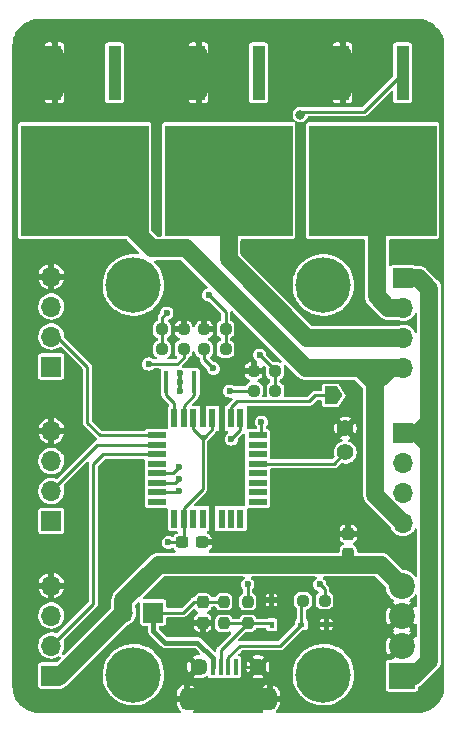
<source format=gtl>
G04 #@! TF.GenerationSoftware,KiCad,Pcbnew,(6.0.10)*
G04 #@! TF.CreationDate,2023-05-29T16:45:33+02:00*
G04 #@! TF.ProjectId,BlinkStickAdvanced,426c696e-6b53-4746-9963-6b416476616e,1.0*
G04 #@! TF.SameCoordinates,Original*
G04 #@! TF.FileFunction,Copper,L1,Top*
G04 #@! TF.FilePolarity,Positive*
%FSLAX46Y46*%
G04 Gerber Fmt 4.6, Leading zero omitted, Abs format (unit mm)*
G04 Created by KiCad (PCBNEW (6.0.10)) date 2023-05-29 16:45:33*
%MOMM*%
%LPD*%
G01*
G04 APERTURE LIST*
G04 Aperture macros list*
%AMRoundRect*
0 Rectangle with rounded corners*
0 $1 Rounding radius*
0 $2 $3 $4 $5 $6 $7 $8 $9 X,Y pos of 4 corners*
0 Add a 4 corners polygon primitive as box body*
4,1,4,$2,$3,$4,$5,$6,$7,$8,$9,$2,$3,0*
0 Add four circle primitives for the rounded corners*
1,1,$1+$1,$2,$3*
1,1,$1+$1,$4,$5*
1,1,$1+$1,$6,$7*
1,1,$1+$1,$8,$9*
0 Add four rect primitives between the rounded corners*
20,1,$1+$1,$2,$3,$4,$5,0*
20,1,$1+$1,$4,$5,$6,$7,0*
20,1,$1+$1,$6,$7,$8,$9,0*
20,1,$1+$1,$8,$9,$2,$3,0*%
%AMFreePoly0*
4,1,6,1.000000,0.000000,0.500000,-0.750000,-0.500000,-0.750000,-0.500000,0.750000,0.500000,0.750000,1.000000,0.000000,1.000000,0.000000,$1*%
%AMFreePoly1*
4,1,6,0.500000,-0.750000,-0.650000,-0.750000,-0.150000,0.000000,-0.650000,0.750000,0.500000,0.750000,0.500000,-0.750000,0.500000,-0.750000,$1*%
G04 Aperture macros list end*
G04 #@! TA.AperFunction,SMDPad,CuDef*
%ADD10R,0.450000X0.600000*%
G04 #@! TD*
G04 #@! TA.AperFunction,ComponentPad*
%ADD11R,1.700000X1.700000*%
G04 #@! TD*
G04 #@! TA.AperFunction,ComponentPad*
%ADD12O,1.700000X1.700000*%
G04 #@! TD*
G04 #@! TA.AperFunction,ComponentPad*
%ADD13R,2.200000X2.200000*%
G04 #@! TD*
G04 #@! TA.AperFunction,ComponentPad*
%ADD14C,2.200000*%
G04 #@! TD*
G04 #@! TA.AperFunction,SMDPad,CuDef*
%ADD15R,0.400000X1.350000*%
G04 #@! TD*
G04 #@! TA.AperFunction,ComponentPad*
%ADD16C,1.450000*%
G04 #@! TD*
G04 #@! TA.AperFunction,SMDPad,CuDef*
%ADD17R,1.500000X1.900000*%
G04 #@! TD*
G04 #@! TA.AperFunction,ComponentPad*
%ADD18O,1.200000X1.900000*%
G04 #@! TD*
G04 #@! TA.AperFunction,SMDPad,CuDef*
%ADD19R,1.200000X1.900000*%
G04 #@! TD*
G04 #@! TA.AperFunction,SMDPad,CuDef*
%ADD20RoundRect,0.237500X-0.250000X-0.237500X0.250000X-0.237500X0.250000X0.237500X-0.250000X0.237500X0*%
G04 #@! TD*
G04 #@! TA.AperFunction,ComponentPad*
%ADD21C,4.700000*%
G04 #@! TD*
G04 #@! TA.AperFunction,SMDPad,CuDef*
%ADD22RoundRect,0.237500X-0.237500X0.300000X-0.237500X-0.300000X0.237500X-0.300000X0.237500X0.300000X0*%
G04 #@! TD*
G04 #@! TA.AperFunction,SMDPad,CuDef*
%ADD23RoundRect,0.237500X0.250000X0.237500X-0.250000X0.237500X-0.250000X-0.237500X0.250000X-0.237500X0*%
G04 #@! TD*
G04 #@! TA.AperFunction,SMDPad,CuDef*
%ADD24R,1.100000X4.600000*%
G04 #@! TD*
G04 #@! TA.AperFunction,SMDPad,CuDef*
%ADD25R,10.800000X9.400000*%
G04 #@! TD*
G04 #@! TA.AperFunction,SMDPad,CuDef*
%ADD26RoundRect,0.237500X0.237500X-0.250000X0.237500X0.250000X-0.237500X0.250000X-0.237500X-0.250000X0*%
G04 #@! TD*
G04 #@! TA.AperFunction,SMDPad,CuDef*
%ADD27RoundRect,0.237500X-0.237500X0.250000X-0.237500X-0.250000X0.237500X-0.250000X0.237500X0.250000X0*%
G04 #@! TD*
G04 #@! TA.AperFunction,SMDPad,CuDef*
%ADD28R,0.400000X1.900000*%
G04 #@! TD*
G04 #@! TA.AperFunction,SMDPad,CuDef*
%ADD29FreePoly0,0.000000*%
G04 #@! TD*
G04 #@! TA.AperFunction,SMDPad,CuDef*
%ADD30FreePoly1,0.000000*%
G04 #@! TD*
G04 #@! TA.AperFunction,SMDPad,CuDef*
%ADD31R,0.550000X1.600000*%
G04 #@! TD*
G04 #@! TA.AperFunction,SMDPad,CuDef*
%ADD32R,1.600000X0.550000*%
G04 #@! TD*
G04 #@! TA.AperFunction,SMDPad,CuDef*
%ADD33RoundRect,0.237500X0.237500X-0.300000X0.237500X0.300000X-0.237500X0.300000X-0.237500X-0.300000X0*%
G04 #@! TD*
G04 #@! TA.AperFunction,SMDPad,CuDef*
%ADD34RoundRect,0.237500X0.300000X0.237500X-0.300000X0.237500X-0.300000X-0.237500X0.300000X-0.237500X0*%
G04 #@! TD*
G04 #@! TA.AperFunction,ComponentPad*
%ADD35C,1.400000*%
G04 #@! TD*
G04 #@! TA.AperFunction,SMDPad,CuDef*
%ADD36R,0.600000X0.450000*%
G04 #@! TD*
G04 #@! TA.AperFunction,ViaPad*
%ADD37C,0.600000*%
G04 #@! TD*
G04 #@! TA.AperFunction,ViaPad*
%ADD38C,0.800000*%
G04 #@! TD*
G04 #@! TA.AperFunction,Conductor*
%ADD39C,0.250000*%
G04 #@! TD*
G04 #@! TA.AperFunction,Conductor*
%ADD40C,0.400000*%
G04 #@! TD*
G04 #@! TA.AperFunction,Conductor*
%ADD41C,1.500000*%
G04 #@! TD*
G04 APERTURE END LIST*
D10*
X60833000Y-85722000D03*
X60833000Y-83622000D03*
D11*
X42170000Y-76925000D03*
D12*
X42170000Y-74385000D03*
X42170000Y-71845000D03*
X42170000Y-69305000D03*
D13*
X71831200Y-90017600D03*
D14*
X71831200Y-87477600D03*
X71831200Y-84937600D03*
X71831200Y-82397600D03*
D15*
X55856000Y-89274300D03*
X56506000Y-89274300D03*
X57156000Y-89274300D03*
X57806000Y-89274300D03*
X58456000Y-89274300D03*
D16*
X59656000Y-89274300D03*
D17*
X56156000Y-91974300D03*
D16*
X54656000Y-89274300D03*
D18*
X60656000Y-91974300D03*
D19*
X60056000Y-91974300D03*
D17*
X58156000Y-91974300D03*
D19*
X54256000Y-91974300D03*
D18*
X53656000Y-91974300D03*
D11*
X71948000Y-69478500D03*
D12*
X71948000Y-72018500D03*
X71948000Y-74558500D03*
X71948000Y-77098500D03*
D11*
X42170000Y-63844000D03*
D12*
X42170000Y-61304000D03*
X42170000Y-58764000D03*
X42170000Y-56224000D03*
D20*
X59314000Y-65876000D03*
X61139000Y-65876000D03*
D21*
X65198000Y-89935000D03*
D22*
X67310000Y-78004500D03*
X67310000Y-79729500D03*
D21*
X49114000Y-89935000D03*
D23*
X53362500Y-60706000D03*
X51537500Y-60706000D03*
D11*
X71948000Y-56334000D03*
D12*
X71948000Y-58874000D03*
X71948000Y-61414000D03*
X71948000Y-63954000D03*
D24*
X71910500Y-38964190D03*
D25*
X69370500Y-48114190D03*
D24*
X66830500Y-38964190D03*
D11*
X50806000Y-84672000D03*
D12*
X48266000Y-84672000D03*
D20*
X59291500Y-64225000D03*
X61116500Y-64225000D03*
D26*
X56769000Y-85584500D03*
X56769000Y-83759500D03*
D27*
X58801000Y-83759500D03*
X58801000Y-85584500D03*
D28*
X54286000Y-65182000D03*
X53086000Y-65182000D03*
X51886000Y-65182000D03*
D29*
X65823000Y-66294000D03*
D30*
X67273000Y-66294000D03*
D23*
X65301500Y-83656000D03*
X63476500Y-83656000D03*
D24*
X59718500Y-38964190D03*
D25*
X57178500Y-48114190D03*
D24*
X54638500Y-38964190D03*
D20*
X55094500Y-60706000D03*
X56919500Y-60706000D03*
D31*
X58178000Y-68230000D03*
X57378000Y-68230000D03*
X56578000Y-68230000D03*
X55778000Y-68230000D03*
X54978000Y-68230000D03*
X54178000Y-68230000D03*
X53378000Y-68230000D03*
X52578000Y-68230000D03*
D32*
X51128000Y-69680000D03*
X51128000Y-70480000D03*
X51128000Y-71280000D03*
X51128000Y-72080000D03*
X51128000Y-72880000D03*
X51128000Y-73680000D03*
X51128000Y-74480000D03*
X51128000Y-75280000D03*
D31*
X52578000Y-76730000D03*
X53378000Y-76730000D03*
X54178000Y-76730000D03*
X54978000Y-76730000D03*
X55778000Y-76730000D03*
X56578000Y-76730000D03*
X57378000Y-76730000D03*
X58178000Y-76730000D03*
D32*
X59628000Y-75280000D03*
X59628000Y-74480000D03*
X59628000Y-73680000D03*
X59628000Y-72880000D03*
X59628000Y-72080000D03*
X59628000Y-71280000D03*
X59628000Y-70480000D03*
X59628000Y-69680000D03*
D20*
X55094500Y-62357000D03*
X56919500Y-62357000D03*
D21*
X49114000Y-56935100D03*
D33*
X54991000Y-85534500D03*
X54991000Y-83809500D03*
D11*
X42170000Y-90006000D03*
D12*
X42170000Y-87466000D03*
X42170000Y-84926000D03*
X42170000Y-82386000D03*
D23*
X53363500Y-62357000D03*
X51538500Y-62357000D03*
D34*
X54964500Y-78740000D03*
X53239500Y-78740000D03*
D21*
X65198000Y-56935100D03*
D24*
X47526500Y-38964190D03*
D25*
X44986500Y-48114190D03*
D24*
X42446500Y-38964190D03*
D35*
X67056000Y-69079000D03*
X67056000Y-71119000D03*
D36*
X63339000Y-85688000D03*
X65439000Y-85688000D03*
D37*
X52070000Y-78740000D03*
X60960000Y-82296000D03*
D38*
X40138000Y-38444000D03*
X53348900Y-37428000D03*
X40138000Y-39460000D03*
X53348900Y-40476000D03*
X68326000Y-76454000D03*
X74174000Y-53938000D03*
X64524900Y-40476000D03*
X53348900Y-38444000D03*
D37*
X67056000Y-86106000D03*
D38*
X52332900Y-38444000D03*
X41154000Y-39460000D03*
X48133000Y-80518000D03*
X64524900Y-39460000D03*
X43180000Y-79756000D03*
X65540900Y-37428000D03*
X40138000Y-40476000D03*
X46863000Y-60579000D03*
X62947200Y-54496800D03*
D37*
X62738000Y-92583000D03*
D38*
X67818000Y-92329000D03*
D37*
X53086000Y-65182000D03*
D38*
X65540900Y-39460000D03*
X41154000Y-40476000D03*
X64524900Y-37428000D03*
D37*
X67005200Y-83718400D03*
D38*
X65540900Y-38444000D03*
X53348900Y-39460000D03*
X56896000Y-73152000D03*
D37*
X53086000Y-64389000D03*
D38*
X40138000Y-37428000D03*
D37*
X53086000Y-65913000D03*
D38*
X73869200Y-41085600D03*
X44913200Y-54242800D03*
X47976383Y-64228887D03*
X41154000Y-38444000D03*
X63754000Y-68834000D03*
X48133000Y-75692000D03*
X66294000Y-73914000D03*
D37*
X54483000Y-82169000D03*
D38*
X52332900Y-39460000D03*
D37*
X53467000Y-85852000D03*
D38*
X47752000Y-72898000D03*
X48875600Y-67247600D03*
X65540900Y-40476000D03*
D37*
X53594000Y-58039000D03*
D38*
X64524900Y-38444000D03*
X52332900Y-37428000D03*
X52332900Y-40476000D03*
X71628000Y-79756000D03*
X41154000Y-37428000D03*
X44831000Y-92075000D03*
X61087000Y-78232000D03*
X68072000Y-59436000D03*
D37*
X52965000Y-72353000D03*
X50419000Y-63627000D03*
X55880000Y-64008000D03*
X52965000Y-73369000D03*
X57277000Y-65913000D03*
X52965000Y-74385000D03*
X51943000Y-59309000D03*
D38*
X47504000Y-40857000D03*
X59696000Y-40857000D03*
D37*
X55499000Y-57785000D03*
X59817000Y-62865000D03*
D38*
X63252000Y-42508000D03*
D37*
X64897000Y-82296000D03*
X59950000Y-68543000D03*
X57404000Y-69977000D03*
X58801000Y-82296000D03*
D39*
X53346000Y-84672000D02*
X50806000Y-84672000D01*
X54997000Y-69940000D02*
X55251000Y-69686000D01*
X54258500Y-83759500D02*
X53346000Y-84672000D01*
X54997000Y-74201000D02*
X54997000Y-69940000D01*
D40*
X50806000Y-86196000D02*
X51822000Y-87212000D01*
X54528005Y-87212000D02*
X55856000Y-88539995D01*
D39*
X53378000Y-76730000D02*
X53378000Y-75820000D01*
X52070000Y-78740000D02*
X53239500Y-78740000D01*
X54991000Y-83809500D02*
X55041000Y-83759500D01*
X54997000Y-69940000D02*
X54743000Y-69686000D01*
X55041000Y-83759500D02*
X56769000Y-83759500D01*
D40*
X55856000Y-88539995D02*
X55856000Y-89274300D01*
X51822000Y-87212000D02*
X54528005Y-87212000D01*
D39*
X55251000Y-69686000D02*
X55778000Y-69159000D01*
X53378000Y-75820000D02*
X54997000Y-74201000D01*
X54870000Y-83759500D02*
X54258500Y-83759500D01*
X54743000Y-69686000D02*
X55251000Y-69686000D01*
X53239500Y-78740000D02*
X53378000Y-78601500D01*
X54997000Y-69940000D02*
X54997000Y-69686000D01*
D40*
X50806000Y-84672000D02*
X50806000Y-86196000D01*
D39*
X54178000Y-69121000D02*
X54178000Y-68230000D01*
X55778000Y-69159000D02*
X55778000Y-68230000D01*
X54743000Y-69686000D02*
X54178000Y-69121000D01*
X53378000Y-78601500D02*
X53378000Y-76730000D01*
X60833000Y-85722000D02*
X60695500Y-85584500D01*
X56506000Y-87879500D02*
X56506000Y-89305500D01*
X58801000Y-85584500D02*
X56506000Y-87879500D01*
X60695500Y-85584500D02*
X56769000Y-85584500D01*
X63339000Y-83793500D02*
X63476500Y-83656000D01*
X63339000Y-85688000D02*
X61524000Y-87503000D01*
X58134478Y-87503000D02*
X57156000Y-88481478D01*
X61524000Y-87503000D02*
X58134478Y-87503000D01*
X57156000Y-88481478D02*
X57156000Y-89305500D01*
X63339000Y-85688000D02*
X63339000Y-83793500D01*
D41*
X64524900Y-40476000D02*
X65540900Y-40476000D01*
X66833400Y-38967090D02*
X66830500Y-38964190D01*
X52332900Y-40476000D02*
X53348900Y-40476000D01*
X65540900Y-37428000D02*
X65540900Y-39460000D01*
X40138000Y-40476000D02*
X41154000Y-40476000D01*
X42446500Y-40476000D02*
X42446500Y-38964190D01*
X52332900Y-37428000D02*
X52332900Y-40476000D01*
X40138000Y-37428000D02*
X42446500Y-37428000D01*
X64524900Y-37428000D02*
X64524900Y-40476000D01*
X54641400Y-38967090D02*
X54638500Y-38964190D01*
X54641400Y-40476000D02*
X54641400Y-38967090D01*
X40138000Y-37428000D02*
X40138000Y-40476000D01*
X65540900Y-40476000D02*
X66833400Y-40476000D01*
X66830500Y-37428000D02*
X66830500Y-38964190D01*
D39*
X58456000Y-89305500D02*
X59656000Y-89305500D01*
D41*
X41154000Y-40476000D02*
X42446500Y-40476000D01*
X53348900Y-37428000D02*
X53348900Y-39460000D01*
X66833400Y-40476000D02*
X66833400Y-38967090D01*
X53348900Y-40476000D02*
X54641400Y-40476000D01*
X52332900Y-37428000D02*
X54638500Y-37428000D01*
X41154000Y-37428000D02*
X41154000Y-39460000D01*
X42446500Y-37428000D02*
X42446500Y-38964190D01*
X64524900Y-37428000D02*
X66830500Y-37428000D01*
X54638500Y-37428000D02*
X54638500Y-38964190D01*
D39*
X59628000Y-72080000D02*
X66095000Y-72080000D01*
X66095000Y-72080000D02*
X67056000Y-71119000D01*
X54286000Y-66268000D02*
X54286000Y-65182000D01*
X53378000Y-67176000D02*
X54286000Y-66268000D01*
X53378000Y-68230000D02*
X53378000Y-67176000D01*
X52578000Y-68230000D02*
X52578000Y-66960000D01*
X51886000Y-66268000D02*
X51886000Y-65182000D01*
X52578000Y-66960000D02*
X51886000Y-66268000D01*
X51128000Y-69680000D02*
X46312000Y-69680000D01*
X42678000Y-61304000D02*
X42170000Y-61304000D01*
X46312000Y-69680000D02*
X45218000Y-68586000D01*
X45218000Y-68586000D02*
X45218000Y-63844000D01*
X45218000Y-63844000D02*
X42678000Y-61304000D01*
X46075000Y-70480000D02*
X51128000Y-70480000D01*
X42170000Y-74385000D02*
X46075000Y-70480000D01*
X45726000Y-83910000D02*
X45726000Y-72130000D01*
X45726000Y-72130000D02*
X46576000Y-71280000D01*
X46576000Y-71280000D02*
X51128000Y-71280000D01*
X42170000Y-87466000D02*
X45726000Y-83910000D01*
X52832000Y-63627000D02*
X53363500Y-63095500D01*
X53363500Y-63095500D02*
X53363500Y-62357000D01*
X52438000Y-72880000D02*
X52965000Y-72353000D01*
X51128000Y-72880000D02*
X52438000Y-72880000D01*
X50419000Y-63627000D02*
X52832000Y-63627000D01*
X55118000Y-62380500D02*
X55094500Y-62357000D01*
X51128000Y-73680000D02*
X52654000Y-73680000D01*
X55880000Y-64008000D02*
X55118000Y-63246000D01*
X55118000Y-63246000D02*
X55118000Y-62380500D01*
X52654000Y-73680000D02*
X52965000Y-73369000D01*
X57277000Y-65913000D02*
X57314000Y-65876000D01*
X57314000Y-65876000D02*
X59314000Y-65876000D01*
X51128000Y-74480000D02*
X52870000Y-74480000D01*
X52870000Y-74480000D02*
X52965000Y-74385000D01*
X57881000Y-66802000D02*
X64008000Y-66802000D01*
X64516000Y-66294000D02*
X65569000Y-66294000D01*
X57378000Y-68230000D02*
X57404000Y-68204000D01*
X64008000Y-66802000D02*
X64516000Y-66294000D01*
X57404000Y-68204000D02*
X57404000Y-67279000D01*
X57404000Y-67279000D02*
X57881000Y-66802000D01*
D41*
X71828000Y-90006000D02*
X72904000Y-90006000D01*
X72904000Y-90006000D02*
X74174000Y-88736000D01*
X73268000Y-56334000D02*
X71948000Y-56334000D01*
X74174000Y-57240000D02*
X73268000Y-56334000D01*
X74174000Y-88736000D02*
X74174000Y-70448000D01*
X74174000Y-68924000D02*
X74174000Y-57240000D01*
X74174000Y-70448000D02*
X74174000Y-68924000D01*
X73204500Y-69478500D02*
X74174000Y-68509000D01*
X74174000Y-70448000D02*
X73204500Y-69478500D01*
X73204500Y-69478500D02*
X71948000Y-69478500D01*
X69723000Y-48466690D02*
X69370500Y-48114190D01*
X71948000Y-58874000D02*
X70685000Y-58874000D01*
X69723000Y-57912000D02*
X69723000Y-48466690D01*
X70685000Y-58874000D02*
X69723000Y-57912000D01*
X63827000Y-61414000D02*
X71948000Y-61414000D01*
X57178500Y-54765500D02*
X63827000Y-61414000D01*
X57178500Y-48114190D02*
X57178500Y-54765500D01*
X53594000Y-53848000D02*
X63700000Y-63954000D01*
X69596000Y-65278000D02*
X68326000Y-64008000D01*
X71948000Y-63954000D02*
X70926000Y-63954000D01*
X70926000Y-63954000D02*
X69602000Y-65278000D01*
X71943106Y-77098500D02*
X71948000Y-77098500D01*
X50720310Y-53848000D02*
X53594000Y-53848000D01*
X69602000Y-65278000D02*
X69602000Y-74757394D01*
X63700000Y-63954000D02*
X71948000Y-63954000D01*
X69596000Y-66548000D02*
X69596000Y-65278000D01*
X69602000Y-74757394D02*
X71943106Y-77098500D01*
X44986500Y-48114190D02*
X50720310Y-53848000D01*
D39*
X51943000Y-59309000D02*
X51562000Y-59690000D01*
X51562000Y-59690000D02*
X51562000Y-59944000D01*
X51562000Y-60960000D02*
X51562000Y-62610000D01*
X51561000Y-60021000D02*
X51561000Y-60959000D01*
X56919500Y-59205500D02*
X56919500Y-62357000D01*
X55499000Y-57785000D02*
X56919500Y-59205500D01*
X61093000Y-65830000D02*
X61139000Y-65876000D01*
X71910500Y-38964190D02*
X68620690Y-42254000D01*
X68620690Y-42254000D02*
X63506000Y-42254000D01*
X59817000Y-62865000D02*
X61093000Y-64141000D01*
X61093000Y-64141000D02*
X61093000Y-65830000D01*
X63506000Y-42254000D02*
X63252000Y-42508000D01*
D41*
X71828000Y-82386000D02*
X70050000Y-80608000D01*
X70050000Y-80608000D02*
X51270978Y-80608000D01*
X51270978Y-80608000D02*
X48266000Y-83612978D01*
X48266000Y-84672000D02*
X42932000Y-90006000D01*
X48266000Y-83612978D02*
X48266000Y-84672000D01*
X42932000Y-90006000D02*
X42170000Y-90006000D01*
D39*
X65301500Y-82700500D02*
X64897000Y-82296000D01*
X59950000Y-68543000D02*
X59950000Y-69358000D01*
X65301500Y-83820000D02*
X65301500Y-82700500D01*
X59950000Y-69358000D02*
X59628000Y-69680000D01*
X57404000Y-69977000D02*
X58178000Y-69203000D01*
X58178000Y-69203000D02*
X58178000Y-68230000D01*
X58801000Y-83923500D02*
X58801000Y-82296000D01*
G04 #@! TA.AperFunction,Conductor*
G36*
X54749317Y-88076072D02*
G01*
X54783343Y-88138384D01*
X54778278Y-88209199D01*
X54735731Y-88266035D01*
X54669211Y-88290846D01*
X54659346Y-88291164D01*
X54656728Y-88291146D01*
X54477805Y-88307429D01*
X54465756Y-88309727D01*
X54293399Y-88360455D01*
X54282024Y-88365050D01*
X54182459Y-88417102D01*
X54172310Y-88426891D01*
X54174764Y-88433854D01*
X54926115Y-89185205D01*
X54960141Y-89247517D01*
X54955076Y-89318332D01*
X54926115Y-89363395D01*
X54179770Y-90109740D01*
X54173010Y-90122120D01*
X54177919Y-90128678D01*
X54256784Y-90172754D01*
X54268023Y-90177664D01*
X54438898Y-90233185D01*
X54450872Y-90235818D01*
X54629286Y-90257092D01*
X54641535Y-90257349D01*
X54820682Y-90243565D01*
X54832760Y-90241435D01*
X55005799Y-90193121D01*
X55017250Y-90188679D01*
X55177612Y-90107676D01*
X55187968Y-90101103D01*
X55254070Y-90049459D01*
X55320065Y-90023281D01*
X55389735Y-90036938D01*
X55436408Y-90078745D01*
X55472516Y-90132784D01*
X55556699Y-90189034D01*
X55630933Y-90203800D01*
X55855963Y-90203800D01*
X56081066Y-90203799D01*
X56155301Y-90189034D01*
X56156136Y-90193234D01*
X56203324Y-90188143D01*
X56206680Y-90189128D01*
X56206699Y-90189034D01*
X56280933Y-90203800D01*
X56505963Y-90203800D01*
X56731066Y-90203799D01*
X56805301Y-90189034D01*
X56806136Y-90193234D01*
X56853324Y-90188143D01*
X56856680Y-90189128D01*
X56856699Y-90189034D01*
X56930933Y-90203800D01*
X57155963Y-90203800D01*
X57381066Y-90203799D01*
X57455301Y-90189034D01*
X57456136Y-90193234D01*
X57503324Y-90188143D01*
X57506680Y-90189128D01*
X57506699Y-90189034D01*
X57580933Y-90203800D01*
X57805963Y-90203800D01*
X58031066Y-90203799D01*
X58066818Y-90196688D01*
X58093126Y-90191456D01*
X58093128Y-90191455D01*
X58105301Y-90189034D01*
X58115621Y-90182139D01*
X58115622Y-90182138D01*
X58179168Y-90139677D01*
X58189484Y-90132784D01*
X58196610Y-90122120D01*
X59173010Y-90122120D01*
X59177919Y-90128678D01*
X59256784Y-90172754D01*
X59268023Y-90177664D01*
X59438898Y-90233185D01*
X59450872Y-90235818D01*
X59629286Y-90257092D01*
X59641535Y-90257349D01*
X59820682Y-90243565D01*
X59832760Y-90241435D01*
X60005799Y-90193121D01*
X60017250Y-90188679D01*
X60129919Y-90131767D01*
X60140205Y-90122120D01*
X60137967Y-90115477D01*
X59668812Y-89646322D01*
X59654868Y-89638708D01*
X59653035Y-89638839D01*
X59646420Y-89643090D01*
X59179770Y-90109740D01*
X59173010Y-90122120D01*
X58196610Y-90122120D01*
X58215309Y-90094135D01*
X58238839Y-90058920D01*
X58245734Y-90048601D01*
X58260500Y-89974367D01*
X58260499Y-89266709D01*
X58672875Y-89266709D01*
X58687908Y-89445742D01*
X58690123Y-89457807D01*
X58739644Y-89630511D01*
X58744163Y-89641923D01*
X58798685Y-89748011D01*
X58808404Y-89758230D01*
X58815204Y-89755886D01*
X59283978Y-89287112D01*
X59290356Y-89275432D01*
X60020408Y-89275432D01*
X60020539Y-89277265D01*
X60024790Y-89283880D01*
X60491391Y-89750481D01*
X60503771Y-89757241D01*
X60510504Y-89752200D01*
X60551645Y-89679779D01*
X60556634Y-89668573D01*
X60613346Y-89498092D01*
X60616063Y-89486135D01*
X60638913Y-89305250D01*
X60639402Y-89298257D01*
X60639688Y-89277822D01*
X60639393Y-89270794D01*
X60621603Y-89089357D01*
X60619220Y-89077322D01*
X60567291Y-88905327D01*
X60562617Y-88893986D01*
X60513118Y-88800892D01*
X60503258Y-88790811D01*
X60496130Y-88793380D01*
X60028022Y-89261488D01*
X60020408Y-89275432D01*
X59290356Y-89275432D01*
X59291592Y-89273168D01*
X59291461Y-89271335D01*
X59287210Y-89264720D01*
X58820475Y-88797985D01*
X58808095Y-88791225D01*
X58801707Y-88796007D01*
X58754784Y-88881360D01*
X58749948Y-88892643D01*
X58695622Y-89063901D01*
X58693074Y-89075889D01*
X58673046Y-89254440D01*
X58672875Y-89266709D01*
X58260499Y-89266709D01*
X58260499Y-88574234D01*
X58245734Y-88499999D01*
X58196884Y-88426891D01*
X59172310Y-88426891D01*
X59174764Y-88433854D01*
X59643188Y-88902278D01*
X59657132Y-88909892D01*
X59658965Y-88909761D01*
X59665580Y-88905510D01*
X60132435Y-88438655D01*
X60139195Y-88426275D01*
X60134536Y-88420052D01*
X60042631Y-88370359D01*
X60031326Y-88365607D01*
X59859695Y-88312478D01*
X59847682Y-88310012D01*
X59668996Y-88291231D01*
X59656728Y-88291146D01*
X59477805Y-88307429D01*
X59465756Y-88309727D01*
X59293399Y-88360455D01*
X59282024Y-88365050D01*
X59182459Y-88417102D01*
X59172310Y-88426891D01*
X58196884Y-88426891D01*
X58189484Y-88415816D01*
X58105301Y-88359566D01*
X58093129Y-88357145D01*
X58081664Y-88352396D01*
X58082189Y-88351129D01*
X58031125Y-88324417D01*
X57995993Y-88262722D01*
X57999793Y-88191827D01*
X58029521Y-88144651D01*
X58200172Y-87974000D01*
X61728000Y-87974000D01*
X61728000Y-93185224D01*
X61418205Y-93185153D01*
X61304741Y-93185127D01*
X61236625Y-93165109D01*
X61190144Y-93111443D01*
X61180057Y-93041167D01*
X61209565Y-92976593D01*
X61223442Y-92962889D01*
X61272876Y-92921114D01*
X61282238Y-92911283D01*
X61386645Y-92774725D01*
X61393671Y-92763122D01*
X61466326Y-92607315D01*
X61470693Y-92594488D01*
X61508554Y-92425101D01*
X61509927Y-92415208D01*
X61510000Y-92412592D01*
X61510000Y-92246415D01*
X61505525Y-92231176D01*
X61504135Y-92229971D01*
X61496452Y-92228300D01*
X59820115Y-92228300D01*
X59804876Y-92232775D01*
X59803671Y-92234165D01*
X59802000Y-92241848D01*
X59802000Y-92367241D01*
X59802369Y-92374055D01*
X59816266Y-92501980D01*
X59819180Y-92515232D01*
X59874009Y-92678154D01*
X59879702Y-92690476D01*
X59968236Y-92837820D01*
X59976444Y-92848634D01*
X60093347Y-92972255D01*
X60125619Y-93035493D01*
X60118579Y-93106140D01*
X60074462Y-93161765D01*
X60001770Y-93184828D01*
X59893248Y-93184803D01*
X54306643Y-93183520D01*
X54238527Y-93163502D01*
X54192046Y-93109836D01*
X54181959Y-93039560D01*
X54211467Y-92974986D01*
X54225344Y-92961282D01*
X54272876Y-92921115D01*
X54282238Y-92911283D01*
X54386645Y-92774725D01*
X54393671Y-92763122D01*
X54466326Y-92607315D01*
X54470693Y-92594488D01*
X54508554Y-92425101D01*
X54509927Y-92415208D01*
X54510000Y-92412592D01*
X54510000Y-92246415D01*
X54505525Y-92231176D01*
X54504135Y-92229971D01*
X54496452Y-92228300D01*
X52820115Y-92228300D01*
X52804876Y-92232775D01*
X52803671Y-92234165D01*
X52802000Y-92241848D01*
X52802000Y-92367241D01*
X52802369Y-92374055D01*
X52816266Y-92501980D01*
X52819180Y-92515232D01*
X52874009Y-92678154D01*
X52879702Y-92690476D01*
X52968236Y-92837820D01*
X52976440Y-92848628D01*
X53091827Y-92970647D01*
X53124098Y-93033885D01*
X53117058Y-93104532D01*
X53072941Y-93160157D01*
X53000249Y-93183220D01*
X52584000Y-93183124D01*
X52584000Y-91702185D01*
X52802000Y-91702185D01*
X52806475Y-91717424D01*
X52807865Y-91718629D01*
X52815548Y-91720300D01*
X53383885Y-91720300D01*
X53399124Y-91715825D01*
X53400329Y-91714435D01*
X53402000Y-91706752D01*
X53402000Y-91702185D01*
X53910000Y-91702185D01*
X53914475Y-91717424D01*
X53915865Y-91718629D01*
X53923548Y-91720300D01*
X54491885Y-91720300D01*
X54507124Y-91715825D01*
X54508329Y-91714435D01*
X54510000Y-91706752D01*
X54510000Y-91702185D01*
X59802000Y-91702185D01*
X59806475Y-91717424D01*
X59807865Y-91718629D01*
X59815548Y-91720300D01*
X60383885Y-91720300D01*
X60399124Y-91715825D01*
X60400329Y-91714435D01*
X60402000Y-91706752D01*
X60402000Y-91702185D01*
X60910000Y-91702185D01*
X60914475Y-91717424D01*
X60915865Y-91718629D01*
X60923548Y-91720300D01*
X61491885Y-91720300D01*
X61507124Y-91715825D01*
X61508329Y-91714435D01*
X61510000Y-91706752D01*
X61510000Y-91581359D01*
X61509631Y-91574545D01*
X61495734Y-91446620D01*
X61492820Y-91433368D01*
X61437991Y-91270446D01*
X61432298Y-91258124D01*
X61343764Y-91110780D01*
X61335556Y-91099966D01*
X61217447Y-90975069D01*
X61207116Y-90966277D01*
X61064936Y-90869651D01*
X61052956Y-90863281D01*
X60926821Y-90812831D01*
X60912782Y-90811495D01*
X60910000Y-90816316D01*
X60910000Y-91702185D01*
X60402000Y-91702185D01*
X60402000Y-90826562D01*
X60398027Y-90813031D01*
X60389702Y-90811834D01*
X60346350Y-90823776D01*
X60333726Y-90828775D01*
X60181671Y-90908944D01*
X60170421Y-90916531D01*
X60039124Y-91027486D01*
X60029762Y-91037317D01*
X59925355Y-91173875D01*
X59918329Y-91185478D01*
X59845674Y-91341285D01*
X59841307Y-91354112D01*
X59803446Y-91523499D01*
X59802073Y-91533392D01*
X59802000Y-91536008D01*
X59802000Y-91702185D01*
X54510000Y-91702185D01*
X54510000Y-91581359D01*
X54509631Y-91574545D01*
X54495734Y-91446620D01*
X54492820Y-91433368D01*
X54437991Y-91270446D01*
X54432298Y-91258124D01*
X54343764Y-91110780D01*
X54335556Y-91099966D01*
X54217447Y-90975069D01*
X54207116Y-90966277D01*
X54064936Y-90869651D01*
X54052956Y-90863281D01*
X53926821Y-90812831D01*
X53912782Y-90811495D01*
X53910000Y-90816316D01*
X53910000Y-91702185D01*
X53402000Y-91702185D01*
X53402000Y-90826562D01*
X53398027Y-90813031D01*
X53389702Y-90811834D01*
X53346350Y-90823776D01*
X53333726Y-90828775D01*
X53181671Y-90908944D01*
X53170421Y-90916531D01*
X53039124Y-91027486D01*
X53029762Y-91037317D01*
X52925355Y-91173875D01*
X52918329Y-91185478D01*
X52845674Y-91341285D01*
X52841307Y-91354112D01*
X52803446Y-91523499D01*
X52802073Y-91533392D01*
X52802000Y-91536008D01*
X52802000Y-91702185D01*
X52584000Y-91702185D01*
X52584000Y-89266709D01*
X53672875Y-89266709D01*
X53687908Y-89445742D01*
X53690123Y-89457807D01*
X53739644Y-89630511D01*
X53744163Y-89641923D01*
X53798685Y-89748011D01*
X53808404Y-89758230D01*
X53815204Y-89755886D01*
X54283978Y-89287112D01*
X54291592Y-89273168D01*
X54291461Y-89271335D01*
X54287210Y-89264720D01*
X53820475Y-88797985D01*
X53808095Y-88791225D01*
X53801707Y-88796007D01*
X53754784Y-88881360D01*
X53749948Y-88892643D01*
X53695622Y-89063901D01*
X53693074Y-89075889D01*
X53673046Y-89254440D01*
X53672875Y-89266709D01*
X52584000Y-89266709D01*
X52584000Y-87974000D01*
X54647245Y-87974000D01*
X54749317Y-88076072D01*
G37*
G04 #@! TD.AperFunction*
G04 #@! TA.AperFunction,Conductor*
G36*
X73145103Y-34400972D02*
G01*
X73158000Y-34403537D01*
X73170172Y-34401116D01*
X73182580Y-34401116D01*
X73182580Y-34401436D01*
X73193456Y-34400696D01*
X73205690Y-34401436D01*
X73425882Y-34414755D01*
X73440986Y-34416589D01*
X73697463Y-34463589D01*
X73712237Y-34467230D01*
X73961186Y-34544805D01*
X73975407Y-34550199D01*
X74213186Y-34657214D01*
X74226658Y-34664284D01*
X74449803Y-34799177D01*
X74462325Y-34807820D01*
X74667586Y-34968630D01*
X74678974Y-34978720D01*
X74863353Y-35163095D01*
X74873439Y-35174478D01*
X74889474Y-35194944D01*
X75034253Y-35379736D01*
X75042897Y-35392258D01*
X75177797Y-35615405D01*
X75184868Y-35628877D01*
X75291886Y-35866653D01*
X75297281Y-35880880D01*
X75374857Y-36129816D01*
X75378499Y-36144589D01*
X75425506Y-36401072D01*
X75427340Y-36416176D01*
X75441392Y-36648408D01*
X75440640Y-36659474D01*
X75440935Y-36659474D01*
X75440935Y-36671885D01*
X75438514Y-36684056D01*
X75440935Y-36696226D01*
X75440935Y-36696227D01*
X75441079Y-36696951D01*
X75443500Y-36721534D01*
X75443500Y-90864873D01*
X75441079Y-90889452D01*
X75438514Y-90902349D01*
X75440935Y-90914521D01*
X75440935Y-90926929D01*
X75440615Y-90926929D01*
X75441355Y-90937805D01*
X75427296Y-91170229D01*
X75425462Y-91185333D01*
X75378462Y-91441807D01*
X75374821Y-91456580D01*
X75297271Y-91705449D01*
X75297247Y-91705525D01*
X75291851Y-91719752D01*
X75184840Y-91957520D01*
X75177769Y-91970993D01*
X75042872Y-92194140D01*
X75034229Y-92206662D01*
X74873418Y-92411922D01*
X74863328Y-92423310D01*
X74678957Y-92607681D01*
X74667568Y-92617771D01*
X74462313Y-92778577D01*
X74449792Y-92787220D01*
X74306039Y-92874123D01*
X74227108Y-92921839D01*
X74226646Y-92922118D01*
X74213175Y-92929188D01*
X73975399Y-93036203D01*
X73961181Y-93041595D01*
X73741236Y-93110132D01*
X73712231Y-93119170D01*
X73697458Y-93122811D01*
X73440984Y-93169812D01*
X73425880Y-93171646D01*
X73314969Y-93178355D01*
X73193460Y-93185705D01*
X73182581Y-93184964D01*
X73182581Y-93185284D01*
X73170171Y-93185284D01*
X73158000Y-93182863D01*
X73145141Y-93185420D01*
X73120540Y-93187840D01*
X61728000Y-93185224D01*
X61728000Y-89907676D01*
X62588883Y-89907676D01*
X62589072Y-89911468D01*
X62603625Y-90203800D01*
X62604497Y-90221325D01*
X62605138Y-90225056D01*
X62605139Y-90225064D01*
X62657036Y-90527081D01*
X62657680Y-90530827D01*
X62658768Y-90534466D01*
X62658769Y-90534469D01*
X62736184Y-90793326D01*
X62747659Y-90831697D01*
X62749172Y-90835168D01*
X62749174Y-90835174D01*
X62806030Y-90965622D01*
X62873132Y-91119579D01*
X62875055Y-91122850D01*
X62875057Y-91122854D01*
X62930345Y-91216901D01*
X63032282Y-91390302D01*
X63034583Y-91393317D01*
X63135206Y-91525164D01*
X63222803Y-91639944D01*
X63225451Y-91642663D01*
X63225456Y-91642668D01*
X63293388Y-91712402D01*
X63441935Y-91864890D01*
X63444879Y-91867261D01*
X63444882Y-91867264D01*
X63683552Y-92059502D01*
X63683557Y-92059506D01*
X63686505Y-92061880D01*
X63952969Y-92228062D01*
X64237467Y-92361029D01*
X64241074Y-92362211D01*
X64241078Y-92362213D01*
X64405038Y-92415961D01*
X64535880Y-92458853D01*
X64539590Y-92459591D01*
X64539594Y-92459592D01*
X64689881Y-92489486D01*
X64843883Y-92520119D01*
X65000449Y-92532028D01*
X65153239Y-92543651D01*
X65153244Y-92543651D01*
X65157016Y-92543938D01*
X65470742Y-92529966D01*
X65474480Y-92529344D01*
X65474488Y-92529343D01*
X65625242Y-92504250D01*
X65780518Y-92478405D01*
X66081855Y-92390003D01*
X66370390Y-92266038D01*
X66641942Y-92108308D01*
X66892579Y-91919097D01*
X67118669Y-91701145D01*
X67316937Y-91457611D01*
X67326909Y-91441807D01*
X67482485Y-91195234D01*
X67482487Y-91195231D01*
X67484512Y-91192021D01*
X67491233Y-91177836D01*
X67595812Y-90957095D01*
X67618966Y-90908222D01*
X67620926Y-90902349D01*
X67687669Y-90702295D01*
X67718352Y-90610326D01*
X67781229Y-90302648D01*
X67806688Y-89989644D01*
X67807260Y-89935000D01*
X67805842Y-89911468D01*
X67788590Y-89625310D01*
X67788590Y-89625306D01*
X67788362Y-89621532D01*
X67747927Y-89400128D01*
X67732622Y-89316326D01*
X67732621Y-89316322D01*
X67731942Y-89312604D01*
X67725486Y-89291810D01*
X67687273Y-89168747D01*
X67638817Y-89012692D01*
X67625836Y-88983739D01*
X67551657Y-88818299D01*
X67510336Y-88726140D01*
X67348359Y-88457099D01*
X67337436Y-88443092D01*
X67244560Y-88324002D01*
X67155235Y-88209465D01*
X66933759Y-87986827D01*
X66910838Y-87968757D01*
X66690121Y-87794758D01*
X66687140Y-87792408D01*
X66418951Y-87629026D01*
X66250450Y-87552413D01*
X66136527Y-87500615D01*
X66136520Y-87500612D01*
X66133075Y-87499046D01*
X65976605Y-87449561D01*
X70473263Y-87449561D01*
X70485484Y-87661518D01*
X70486920Y-87671738D01*
X70533595Y-87878847D01*
X70536674Y-87888675D01*
X70616553Y-88085392D01*
X70621198Y-88094588D01*
X70700569Y-88224110D01*
X70711025Y-88233571D01*
X70719803Y-88229787D01*
X71459178Y-87490412D01*
X71466792Y-87476468D01*
X71466661Y-87474635D01*
X71462410Y-87468020D01*
X70723928Y-86729538D01*
X70712392Y-86723238D01*
X70700109Y-86732862D01*
X70652788Y-86802231D01*
X70647690Y-86811206D01*
X70558305Y-87003769D01*
X70554742Y-87013456D01*
X70498007Y-87218033D01*
X70496076Y-87228152D01*
X70473515Y-87439272D01*
X70473263Y-87449561D01*
X65976605Y-87449561D01*
X65833655Y-87404352D01*
X65696489Y-87378558D01*
X65528751Y-87347015D01*
X65528746Y-87347014D01*
X65525027Y-87346315D01*
X65211662Y-87325776D01*
X65207882Y-87325984D01*
X65207881Y-87325984D01*
X65119138Y-87330868D01*
X64898099Y-87343032D01*
X64894372Y-87343693D01*
X64894368Y-87343693D01*
X64651825Y-87386678D01*
X64588880Y-87397834D01*
X64585255Y-87398939D01*
X64585250Y-87398940D01*
X64452919Y-87439272D01*
X64288485Y-87489388D01*
X64285021Y-87490919D01*
X64285014Y-87490922D01*
X64145925Y-87552413D01*
X64001264Y-87616367D01*
X63998010Y-87618303D01*
X63998004Y-87618306D01*
X63818760Y-87724945D01*
X63731378Y-87776932D01*
X63728377Y-87779247D01*
X63728373Y-87779250D01*
X63607543Y-87872470D01*
X63482737Y-87968757D01*
X63480036Y-87971416D01*
X63480029Y-87971422D01*
X63261659Y-88186389D01*
X63258942Y-88189064D01*
X63256578Y-88192031D01*
X63256575Y-88192034D01*
X63206666Y-88254666D01*
X63063235Y-88434662D01*
X62898450Y-88701992D01*
X62766975Y-88987183D01*
X62709827Y-89164648D01*
X62681607Y-89252281D01*
X62670715Y-89286103D01*
X62669996Y-89289819D01*
X62669994Y-89289827D01*
X62611782Y-89590704D01*
X62611781Y-89590713D01*
X62611063Y-89594423D01*
X62610796Y-89598199D01*
X62610795Y-89598204D01*
X62608876Y-89625310D01*
X62588883Y-89907676D01*
X61728000Y-89907676D01*
X61728000Y-87974000D01*
X58200172Y-87974000D01*
X58254767Y-87919405D01*
X58317079Y-87885379D01*
X58343862Y-87882500D01*
X61470080Y-87882500D01*
X61494028Y-87885049D01*
X61495693Y-87885128D01*
X61505876Y-87887320D01*
X61516217Y-87886096D01*
X61539223Y-87883373D01*
X61545154Y-87883023D01*
X61545146Y-87882928D01*
X61550324Y-87882500D01*
X61555524Y-87882500D01*
X61560653Y-87881646D01*
X61560656Y-87881646D01*
X61574565Y-87879331D01*
X61580443Y-87878494D01*
X61621001Y-87873694D01*
X61621002Y-87873694D01*
X61631341Y-87872470D01*
X61639593Y-87868507D01*
X61648626Y-87867004D01*
X61657795Y-87862057D01*
X61657797Y-87862056D01*
X61693732Y-87842666D01*
X61699025Y-87839969D01*
X61738082Y-87821215D01*
X61738086Y-87821212D01*
X61745232Y-87817781D01*
X61749508Y-87814186D01*
X61751431Y-87812263D01*
X61753363Y-87810491D01*
X61753442Y-87810448D01*
X61753555Y-87810572D01*
X61754095Y-87810096D01*
X61759814Y-87807010D01*
X61796417Y-87767413D01*
X61799846Y-87763848D01*
X63359290Y-86204404D01*
X63421602Y-86170378D01*
X63448385Y-86167499D01*
X63664066Y-86167499D01*
X63699818Y-86160388D01*
X63726126Y-86155156D01*
X63726128Y-86155155D01*
X63738301Y-86152734D01*
X63748621Y-86145839D01*
X63748622Y-86145838D01*
X63812168Y-86103377D01*
X63822484Y-86096484D01*
X63878734Y-86012301D01*
X63893500Y-85938067D01*
X63893500Y-85931828D01*
X64885001Y-85931828D01*
X64886209Y-85944088D01*
X64897315Y-85999931D01*
X64906633Y-86022427D01*
X64948983Y-86085808D01*
X64966192Y-86103017D01*
X65029575Y-86145368D01*
X65052066Y-86154684D01*
X65107915Y-86165793D01*
X65120170Y-86167000D01*
X65195885Y-86167000D01*
X65211124Y-86162525D01*
X65212329Y-86161135D01*
X65214000Y-86153452D01*
X65214000Y-86148884D01*
X65664000Y-86148884D01*
X65668475Y-86164123D01*
X65669865Y-86165328D01*
X65677548Y-86166999D01*
X65757828Y-86166999D01*
X65770088Y-86165791D01*
X65825931Y-86154685D01*
X65848427Y-86145367D01*
X65911808Y-86103017D01*
X65929017Y-86085808D01*
X65946576Y-86059529D01*
X71074101Y-86059529D01*
X71079382Y-86066583D01*
X71131954Y-86097304D01*
X71180678Y-86148943D01*
X71193749Y-86218726D01*
X71167018Y-86284497D01*
X71126562Y-86317857D01*
X71111792Y-86325545D01*
X71103077Y-86331033D01*
X71083733Y-86345557D01*
X71075279Y-86356884D01*
X71082024Y-86369214D01*
X71818388Y-87105578D01*
X71832332Y-87113192D01*
X71834165Y-87113061D01*
X71840780Y-87108810D01*
X72581741Y-86367849D01*
X72588761Y-86354993D01*
X72582073Y-86345813D01*
X72578539Y-86343465D01*
X72535481Y-86319696D01*
X72485511Y-86269263D01*
X72470739Y-86199820D01*
X72495855Y-86133415D01*
X72527315Y-86105224D01*
X72526882Y-86104617D01*
X72577579Y-86068455D01*
X72585980Y-86057755D01*
X72578992Y-86044602D01*
X71844012Y-85309622D01*
X71830068Y-85302008D01*
X71828235Y-85302139D01*
X71821620Y-85306390D01*
X71080861Y-86047149D01*
X71074101Y-86059529D01*
X65946576Y-86059529D01*
X65971368Y-86022425D01*
X65980684Y-85999934D01*
X65991793Y-85944085D01*
X65993000Y-85931830D01*
X65993000Y-85931115D01*
X65988525Y-85915876D01*
X65987135Y-85914671D01*
X65979452Y-85913000D01*
X65682115Y-85913000D01*
X65666876Y-85917475D01*
X65665671Y-85918865D01*
X65664000Y-85926548D01*
X65664000Y-86148884D01*
X65214000Y-86148884D01*
X65214000Y-85931115D01*
X65209525Y-85915876D01*
X65208135Y-85914671D01*
X65200452Y-85913000D01*
X64903116Y-85913000D01*
X64887877Y-85917475D01*
X64886672Y-85918865D01*
X64885001Y-85926548D01*
X64885001Y-85931828D01*
X63893500Y-85931828D01*
X63893499Y-85444885D01*
X64885000Y-85444885D01*
X64889475Y-85460124D01*
X64890865Y-85461329D01*
X64898548Y-85463000D01*
X65195885Y-85463000D01*
X65211124Y-85458525D01*
X65212329Y-85457135D01*
X65214000Y-85449452D01*
X65214000Y-85444885D01*
X65664000Y-85444885D01*
X65668475Y-85460124D01*
X65669865Y-85461329D01*
X65677548Y-85463000D01*
X65974884Y-85463000D01*
X65990123Y-85458525D01*
X65991328Y-85457135D01*
X65992999Y-85449452D01*
X65992999Y-85444172D01*
X65991791Y-85431912D01*
X65980685Y-85376069D01*
X65971367Y-85353573D01*
X65929017Y-85290192D01*
X65911808Y-85272983D01*
X65848425Y-85230632D01*
X65825934Y-85221316D01*
X65770085Y-85210207D01*
X65757830Y-85209000D01*
X65682115Y-85209000D01*
X65666876Y-85213475D01*
X65665671Y-85214865D01*
X65664000Y-85222548D01*
X65664000Y-85444885D01*
X65214000Y-85444885D01*
X65214000Y-85227116D01*
X65209525Y-85211877D01*
X65208135Y-85210672D01*
X65200452Y-85209001D01*
X65120172Y-85209001D01*
X65107912Y-85210209D01*
X65052069Y-85221315D01*
X65029573Y-85230633D01*
X64966192Y-85272983D01*
X64948983Y-85290192D01*
X64906632Y-85353575D01*
X64897316Y-85376066D01*
X64886207Y-85431915D01*
X64885000Y-85444170D01*
X64885000Y-85444885D01*
X63893499Y-85444885D01*
X63893499Y-85437934D01*
X63884137Y-85390863D01*
X63881156Y-85375874D01*
X63881155Y-85375872D01*
X63878734Y-85363699D01*
X63851339Y-85322699D01*
X63829377Y-85289832D01*
X63822484Y-85279516D01*
X63803681Y-85266952D01*
X63774497Y-85247451D01*
X63728970Y-85192974D01*
X63718500Y-85142687D01*
X63718500Y-84909561D01*
X70473263Y-84909561D01*
X70485484Y-85121518D01*
X70486920Y-85131738D01*
X70533595Y-85338847D01*
X70536674Y-85348675D01*
X70616553Y-85545392D01*
X70621198Y-85554588D01*
X70700569Y-85684110D01*
X70711025Y-85693571D01*
X70719803Y-85689787D01*
X71459178Y-84950412D01*
X71466792Y-84936468D01*
X71466661Y-84934635D01*
X71462410Y-84928020D01*
X70723928Y-84189538D01*
X70712392Y-84183238D01*
X70700109Y-84192862D01*
X70652788Y-84262231D01*
X70647690Y-84271206D01*
X70558305Y-84463769D01*
X70554742Y-84473456D01*
X70498007Y-84678033D01*
X70496076Y-84688152D01*
X70473515Y-84899272D01*
X70473263Y-84909561D01*
X63718500Y-84909561D01*
X63718500Y-84504482D01*
X63738502Y-84436361D01*
X63792158Y-84389868D01*
X63817966Y-84382771D01*
X63817698Y-84381644D01*
X63825380Y-84379817D01*
X63833236Y-84378964D01*
X63887698Y-84358547D01*
X63956795Y-84332644D01*
X63956798Y-84332643D01*
X63965199Y-84329493D01*
X64077974Y-84244974D01*
X64162493Y-84132199D01*
X64168478Y-84116236D01*
X64201326Y-84028612D01*
X64211964Y-84000236D01*
X64218500Y-83940070D01*
X64218500Y-83371930D01*
X64211964Y-83311764D01*
X64187957Y-83247725D01*
X64165644Y-83188205D01*
X64165643Y-83188202D01*
X64162493Y-83179801D01*
X64077974Y-83067026D01*
X63965199Y-82982507D01*
X63956798Y-82979357D01*
X63956795Y-82979356D01*
X63856000Y-82941570D01*
X63833236Y-82933036D01*
X63773070Y-82926500D01*
X63179930Y-82926500D01*
X63119764Y-82933036D01*
X63097000Y-82941570D01*
X62996205Y-82979356D01*
X62996202Y-82979357D01*
X62987801Y-82982507D01*
X62875026Y-83067026D01*
X62790507Y-83179801D01*
X62787357Y-83188202D01*
X62787356Y-83188205D01*
X62765043Y-83247725D01*
X62741036Y-83311764D01*
X62734500Y-83371930D01*
X62734500Y-83940070D01*
X62741036Y-84000236D01*
X62751674Y-84028612D01*
X62784523Y-84116236D01*
X62790507Y-84132199D01*
X62875026Y-84244974D01*
X62882206Y-84250355D01*
X62882207Y-84250356D01*
X62909065Y-84270485D01*
X62951580Y-84327344D01*
X62959500Y-84371311D01*
X62959500Y-85142687D01*
X62939498Y-85210808D01*
X62903503Y-85247451D01*
X62874319Y-85266952D01*
X62855516Y-85279516D01*
X62799266Y-85363699D01*
X62784500Y-85437933D01*
X62784501Y-85558718D01*
X62784501Y-85653614D01*
X62764499Y-85721735D01*
X62747596Y-85742710D01*
X61403711Y-87086595D01*
X61341399Y-87120621D01*
X61314616Y-87123500D01*
X58188398Y-87123500D01*
X58164450Y-87120951D01*
X58162785Y-87120872D01*
X58152602Y-87118680D01*
X58119255Y-87122627D01*
X58112863Y-87123004D01*
X58112871Y-87123109D01*
X58112795Y-87123115D01*
X58112396Y-87123031D01*
X58104445Y-87123500D01*
X58102954Y-87123500D01*
X58102954Y-87121050D01*
X58043311Y-87108536D01*
X57992739Y-87058706D01*
X57977136Y-86989446D01*
X58001455Y-86922744D01*
X58013783Y-86908411D01*
X58558789Y-86363405D01*
X58621101Y-86329379D01*
X58647884Y-86326500D01*
X59085070Y-86326500D01*
X59145236Y-86319964D01*
X59239844Y-86284497D01*
X59268795Y-86273644D01*
X59268798Y-86273643D01*
X59277199Y-86270493D01*
X59389974Y-86185974D01*
X59474493Y-86073199D01*
X59484776Y-86045769D01*
X59527419Y-85989005D01*
X59593980Y-85964306D01*
X59602758Y-85964000D01*
X60233573Y-85964000D01*
X60301694Y-85984002D01*
X60348187Y-86037658D01*
X60357151Y-86065419D01*
X60368266Y-86121301D01*
X60375161Y-86131620D01*
X60375162Y-86131622D01*
X60406682Y-86178794D01*
X60424516Y-86205484D01*
X60508699Y-86261734D01*
X60582933Y-86276500D01*
X60832959Y-86276500D01*
X61083066Y-86276499D01*
X61122378Y-86268680D01*
X61145126Y-86264156D01*
X61145128Y-86264155D01*
X61157301Y-86261734D01*
X61167621Y-86254839D01*
X61167622Y-86254838D01*
X61231168Y-86212377D01*
X61241484Y-86205484D01*
X61297734Y-86121301D01*
X61312500Y-86047067D01*
X61312499Y-85396934D01*
X61297734Y-85322699D01*
X61285720Y-85304718D01*
X61248377Y-85248832D01*
X61241484Y-85238516D01*
X61157301Y-85182266D01*
X61083067Y-85167500D01*
X60833041Y-85167500D01*
X60582934Y-85167501D01*
X60547182Y-85174612D01*
X60520874Y-85179844D01*
X60520872Y-85179845D01*
X60508699Y-85182266D01*
X60498378Y-85189162D01*
X60486914Y-85193911D01*
X60485362Y-85190164D01*
X60436454Y-85205000D01*
X59602758Y-85205000D01*
X59534637Y-85184998D01*
X59488144Y-85131342D01*
X59484776Y-85123231D01*
X59477643Y-85104203D01*
X59477642Y-85104202D01*
X59474493Y-85095801D01*
X59389974Y-84983026D01*
X59277199Y-84898507D01*
X59268798Y-84895357D01*
X59268795Y-84895356D01*
X59190387Y-84865963D01*
X59145236Y-84849036D01*
X59085070Y-84842500D01*
X58516930Y-84842500D01*
X58456764Y-84849036D01*
X58411613Y-84865963D01*
X58333205Y-84895356D01*
X58333202Y-84895357D01*
X58324801Y-84898507D01*
X58212026Y-84983026D01*
X58127507Y-85095801D01*
X58124358Y-85104202D01*
X58124357Y-85104203D01*
X58117224Y-85123231D01*
X58074581Y-85179995D01*
X58008020Y-85204694D01*
X57999242Y-85205000D01*
X57570758Y-85205000D01*
X57502637Y-85184998D01*
X57456144Y-85131342D01*
X57452776Y-85123231D01*
X57445643Y-85104203D01*
X57445642Y-85104202D01*
X57442493Y-85095801D01*
X57357974Y-84983026D01*
X57245199Y-84898507D01*
X57236798Y-84895357D01*
X57236795Y-84895356D01*
X57158387Y-84865963D01*
X57113236Y-84849036D01*
X57053070Y-84842500D01*
X56484930Y-84842500D01*
X56424764Y-84849036D01*
X56379613Y-84865963D01*
X56301205Y-84895356D01*
X56301202Y-84895357D01*
X56292801Y-84898507D01*
X56180026Y-84983026D01*
X56095507Y-85095801D01*
X56092357Y-85104202D01*
X56092356Y-85104205D01*
X56064000Y-85179845D01*
X56046036Y-85227764D01*
X56039500Y-85287930D01*
X56039500Y-85881070D01*
X56046036Y-85941236D01*
X56060921Y-85980942D01*
X56092266Y-86064553D01*
X56095507Y-86073199D01*
X56180026Y-86185974D01*
X56292801Y-86270493D01*
X56301202Y-86273643D01*
X56301205Y-86273644D01*
X56330156Y-86284497D01*
X56424764Y-86319964D01*
X56484930Y-86326500D01*
X57053070Y-86326500D01*
X57113236Y-86319964D01*
X57207844Y-86284497D01*
X57233540Y-86274864D01*
X57304348Y-86269681D01*
X57366717Y-86303602D01*
X57400846Y-86365857D01*
X57395899Y-86436681D01*
X57366865Y-86481941D01*
X56275784Y-87573022D01*
X56257036Y-87588164D01*
X56255811Y-87589279D01*
X56247060Y-87594929D01*
X56240613Y-87603107D01*
X56240611Y-87603109D01*
X56226271Y-87621300D01*
X56222325Y-87625741D01*
X56222398Y-87625803D01*
X56219039Y-87629767D01*
X56215362Y-87633444D01*
X56204108Y-87649192D01*
X56200602Y-87653862D01*
X56168844Y-87694147D01*
X56165812Y-87702781D01*
X56160486Y-87710234D01*
X56157501Y-87720215D01*
X56145799Y-87759344D01*
X56143964Y-87764992D01*
X56133511Y-87794758D01*
X56126982Y-87813351D01*
X56126500Y-87818916D01*
X56126500Y-87821624D01*
X56126386Y-87824258D01*
X56126357Y-87824356D01*
X56126193Y-87824349D01*
X56126149Y-87825053D01*
X56124287Y-87831278D01*
X56124735Y-87842666D01*
X56125318Y-87857512D01*
X56108006Y-87926366D01*
X56057210Y-87974000D01*
X55952774Y-87974000D01*
X55920705Y-87960851D01*
X55910320Y-87951555D01*
X54873754Y-86914989D01*
X54863899Y-86903900D01*
X54862840Y-86902556D01*
X54842646Y-86876941D01*
X54814274Y-86857332D01*
X54793911Y-86843258D01*
X54790718Y-86840976D01*
X54743081Y-86805791D01*
X54736208Y-86803377D01*
X54730216Y-86799236D01*
X54673727Y-86781371D01*
X54670006Y-86780129D01*
X54614131Y-86760507D01*
X54606927Y-86760224D01*
X54606756Y-86760191D01*
X54599908Y-86758025D01*
X54593237Y-86757500D01*
X54540067Y-86757500D01*
X54535121Y-86757403D01*
X54534229Y-86757368D01*
X54477568Y-86755142D01*
X54470413Y-86757039D01*
X54462038Y-86757500D01*
X52062450Y-86757500D01*
X51994329Y-86737498D01*
X51973355Y-86720595D01*
X51297405Y-86044645D01*
X51263379Y-85982333D01*
X51260500Y-85955550D01*
X51260500Y-85902499D01*
X51267809Y-85877605D01*
X54262001Y-85877605D01*
X54262371Y-85884426D01*
X54267676Y-85933273D01*
X54271302Y-85948524D01*
X54314799Y-86064553D01*
X54323333Y-86080139D01*
X54397002Y-86178437D01*
X54409563Y-86190998D01*
X54507861Y-86264667D01*
X54523447Y-86273201D01*
X54639473Y-86316697D01*
X54654729Y-86320325D01*
X54703576Y-86325631D01*
X54710393Y-86326000D01*
X54718885Y-86326000D01*
X54734124Y-86321525D01*
X54735329Y-86320135D01*
X54737000Y-86312452D01*
X54737000Y-86307884D01*
X55245000Y-86307884D01*
X55249475Y-86323123D01*
X55250865Y-86324328D01*
X55258548Y-86325999D01*
X55271605Y-86325999D01*
X55278426Y-86325629D01*
X55327273Y-86320324D01*
X55342524Y-86316698D01*
X55458553Y-86273201D01*
X55474139Y-86264667D01*
X55572437Y-86190998D01*
X55584998Y-86178437D01*
X55658667Y-86080139D01*
X55667201Y-86064553D01*
X55710697Y-85948527D01*
X55714325Y-85933271D01*
X55719631Y-85884424D01*
X55720000Y-85877607D01*
X55720000Y-85806615D01*
X55715525Y-85791376D01*
X55714135Y-85790171D01*
X55706452Y-85788500D01*
X55263115Y-85788500D01*
X55247876Y-85792975D01*
X55246671Y-85794365D01*
X55245000Y-85802048D01*
X55245000Y-86307884D01*
X54737000Y-86307884D01*
X54737000Y-85806615D01*
X54732525Y-85791376D01*
X54731135Y-85790171D01*
X54723452Y-85788500D01*
X54280116Y-85788500D01*
X54264877Y-85792975D01*
X54263672Y-85794365D01*
X54262001Y-85802048D01*
X54262001Y-85877605D01*
X51267809Y-85877605D01*
X51280502Y-85834378D01*
X51334158Y-85787885D01*
X51386500Y-85776499D01*
X51681066Y-85776499D01*
X51716818Y-85769388D01*
X51743126Y-85764156D01*
X51743128Y-85764155D01*
X51755301Y-85761734D01*
X51765621Y-85754839D01*
X51765622Y-85754838D01*
X51829168Y-85712377D01*
X51839484Y-85705484D01*
X51895734Y-85621301D01*
X51910500Y-85547067D01*
X51910500Y-85177500D01*
X51930502Y-85109379D01*
X51984158Y-85062886D01*
X52036500Y-85051500D01*
X53292080Y-85051500D01*
X53316028Y-85054049D01*
X53317693Y-85054128D01*
X53327876Y-85056320D01*
X53338217Y-85055096D01*
X53361223Y-85052373D01*
X53367154Y-85052023D01*
X53367146Y-85051928D01*
X53372324Y-85051500D01*
X53377524Y-85051500D01*
X53382653Y-85050646D01*
X53382656Y-85050646D01*
X53396565Y-85048331D01*
X53402443Y-85047494D01*
X53443001Y-85042694D01*
X53443002Y-85042694D01*
X53453341Y-85041470D01*
X53461593Y-85037507D01*
X53470626Y-85036004D01*
X53479795Y-85031057D01*
X53479797Y-85031056D01*
X53515732Y-85011666D01*
X53521025Y-85008969D01*
X53560082Y-84990215D01*
X53560086Y-84990212D01*
X53567232Y-84986781D01*
X53571508Y-84983186D01*
X53573431Y-84981263D01*
X53575363Y-84979491D01*
X53575442Y-84979448D01*
X53575555Y-84979572D01*
X53576095Y-84979096D01*
X53581814Y-84976010D01*
X53618417Y-84936413D01*
X53621846Y-84932848D01*
X54167186Y-84387508D01*
X54229498Y-84353482D01*
X54300313Y-84358547D01*
X54357108Y-84401039D01*
X54402026Y-84460974D01*
X54514801Y-84545493D01*
X54523202Y-84548642D01*
X54523203Y-84548643D01*
X54538254Y-84554285D01*
X54595018Y-84596927D01*
X54619717Y-84663489D01*
X54604509Y-84732838D01*
X54554223Y-84782956D01*
X54538252Y-84790249D01*
X54523449Y-84795798D01*
X54507861Y-84804333D01*
X54409563Y-84878002D01*
X54397002Y-84890563D01*
X54323333Y-84988861D01*
X54314799Y-85004447D01*
X54271303Y-85120473D01*
X54267675Y-85135729D01*
X54262369Y-85184576D01*
X54262000Y-85191393D01*
X54262000Y-85262385D01*
X54266475Y-85277624D01*
X54267865Y-85278829D01*
X54275548Y-85280500D01*
X55701884Y-85280500D01*
X55717123Y-85276025D01*
X55718328Y-85274635D01*
X55719999Y-85266952D01*
X55719999Y-85191395D01*
X55719629Y-85184574D01*
X55714324Y-85135727D01*
X55710698Y-85120476D01*
X55667201Y-85004447D01*
X55658667Y-84988861D01*
X55584998Y-84890563D01*
X55572437Y-84878002D01*
X55474139Y-84804333D01*
X55458551Y-84795798D01*
X55443748Y-84790249D01*
X55386983Y-84747608D01*
X55362283Y-84681046D01*
X55377490Y-84611697D01*
X55427776Y-84561579D01*
X55443746Y-84554285D01*
X55458797Y-84548643D01*
X55458798Y-84548642D01*
X55467199Y-84545493D01*
X55579974Y-84460974D01*
X55664493Y-84348199D01*
X55667643Y-84339797D01*
X55667645Y-84339793D01*
X55712264Y-84220771D01*
X55754905Y-84164006D01*
X55821467Y-84139306D01*
X55830246Y-84139000D01*
X55967242Y-84139000D01*
X56035363Y-84159002D01*
X56081856Y-84212658D01*
X56085223Y-84220767D01*
X56095507Y-84248199D01*
X56180026Y-84360974D01*
X56292801Y-84445493D01*
X56301202Y-84448643D01*
X56301205Y-84448644D01*
X56379613Y-84478037D01*
X56424764Y-84494964D01*
X56484930Y-84501500D01*
X57053070Y-84501500D01*
X57113236Y-84494964D01*
X57158387Y-84478037D01*
X57236795Y-84448644D01*
X57236798Y-84448643D01*
X57245199Y-84445493D01*
X57357974Y-84360974D01*
X57442493Y-84248199D01*
X57446371Y-84237857D01*
X57489190Y-84123635D01*
X57491964Y-84116236D01*
X57498500Y-84056070D01*
X57498500Y-83462930D01*
X57491964Y-83402764D01*
X57458662Y-83313932D01*
X57445644Y-83279205D01*
X57445643Y-83279202D01*
X57442493Y-83270801D01*
X57357974Y-83158026D01*
X57245199Y-83073507D01*
X57236798Y-83070357D01*
X57236795Y-83070356D01*
X57147996Y-83037067D01*
X57113236Y-83024036D01*
X57053070Y-83017500D01*
X56484930Y-83017500D01*
X56424764Y-83024036D01*
X56390004Y-83037067D01*
X56301205Y-83070356D01*
X56301202Y-83070357D01*
X56292801Y-83073507D01*
X56180026Y-83158026D01*
X56095507Y-83270801D01*
X56092358Y-83279202D01*
X56092357Y-83279203D01*
X56085224Y-83298231D01*
X56042581Y-83354995D01*
X55976020Y-83379694D01*
X55967242Y-83380000D01*
X55792758Y-83380000D01*
X55724637Y-83359998D01*
X55678144Y-83306342D01*
X55674776Y-83298231D01*
X55667643Y-83279203D01*
X55667642Y-83279202D01*
X55664493Y-83270801D01*
X55579974Y-83158026D01*
X55467199Y-83073507D01*
X55458798Y-83070357D01*
X55458795Y-83070356D01*
X55369996Y-83037067D01*
X55335236Y-83024036D01*
X55275070Y-83017500D01*
X54706930Y-83017500D01*
X54646764Y-83024036D01*
X54612004Y-83037067D01*
X54523205Y-83070356D01*
X54523202Y-83070357D01*
X54514801Y-83073507D01*
X54402026Y-83158026D01*
X54317507Y-83270801D01*
X54314357Y-83279202D01*
X54314356Y-83279205D01*
X54305406Y-83303080D01*
X54262764Y-83359844D01*
X54207796Y-83383192D01*
X54207619Y-83383221D01*
X54202057Y-83384006D01*
X54161499Y-83388806D01*
X54161498Y-83388806D01*
X54151159Y-83390030D01*
X54142907Y-83393993D01*
X54133874Y-83395496D01*
X54124705Y-83400443D01*
X54124703Y-83400444D01*
X54088768Y-83419834D01*
X54083475Y-83422531D01*
X54044418Y-83441285D01*
X54044414Y-83441288D01*
X54037268Y-83444719D01*
X54032992Y-83448314D01*
X54031069Y-83450237D01*
X54029137Y-83452009D01*
X54029058Y-83452052D01*
X54028945Y-83451928D01*
X54028405Y-83452404D01*
X54022686Y-83455490D01*
X54015619Y-83463135D01*
X53986084Y-83495086D01*
X53982654Y-83498652D01*
X53225711Y-84255595D01*
X53163399Y-84289621D01*
X53136616Y-84292500D01*
X52036499Y-84292500D01*
X51968378Y-84272498D01*
X51921885Y-84218842D01*
X51910499Y-84166500D01*
X51910499Y-83796934D01*
X51901722Y-83752806D01*
X51898156Y-83734874D01*
X51898155Y-83734872D01*
X51895734Y-83722699D01*
X51880979Y-83700616D01*
X51846377Y-83648832D01*
X51839484Y-83638516D01*
X51755301Y-83582266D01*
X51681067Y-83567500D01*
X51583953Y-83567500D01*
X50036245Y-83567501D01*
X49968124Y-83547499D01*
X49921631Y-83493843D01*
X49911527Y-83423569D01*
X49941021Y-83358989D01*
X49947150Y-83352406D01*
X51650150Y-81649405D01*
X51712462Y-81615380D01*
X51739245Y-81612500D01*
X58409704Y-81612500D01*
X58477825Y-81632502D01*
X58524318Y-81686158D01*
X58534422Y-81756432D01*
X58504928Y-81821012D01*
X58486408Y-81838462D01*
X58412076Y-81895499D01*
X58412072Y-81895503D01*
X58405526Y-81900526D01*
X58316645Y-82016358D01*
X58260772Y-82151246D01*
X58241715Y-82296000D01*
X58260772Y-82440754D01*
X58316645Y-82575642D01*
X58338019Y-82603497D01*
X58395463Y-82678360D01*
X58421063Y-82744581D01*
X58421500Y-82755064D01*
X58421500Y-82949928D01*
X58401498Y-83018049D01*
X58347842Y-83064542D01*
X58339732Y-83067909D01*
X58333208Y-83070355D01*
X58333206Y-83070356D01*
X58324801Y-83073507D01*
X58212026Y-83158026D01*
X58127507Y-83270801D01*
X58124357Y-83279202D01*
X58124356Y-83279205D01*
X58111338Y-83313932D01*
X58078036Y-83402764D01*
X58071500Y-83462930D01*
X58071500Y-84056070D01*
X58078036Y-84116236D01*
X58080810Y-84123635D01*
X58123630Y-84237857D01*
X58127507Y-84248199D01*
X58212026Y-84360974D01*
X58324801Y-84445493D01*
X58333202Y-84448643D01*
X58333205Y-84448644D01*
X58411613Y-84478037D01*
X58456764Y-84494964D01*
X58516930Y-84501500D01*
X59085070Y-84501500D01*
X59145236Y-84494964D01*
X59190387Y-84478037D01*
X59268795Y-84448644D01*
X59268798Y-84448643D01*
X59277199Y-84445493D01*
X59389974Y-84360974D01*
X59474493Y-84248199D01*
X59478371Y-84237857D01*
X59521190Y-84123635D01*
X59523964Y-84116236D01*
X59530500Y-84056070D01*
X59530500Y-83940828D01*
X60354001Y-83940828D01*
X60355209Y-83953088D01*
X60366315Y-84008931D01*
X60375633Y-84031427D01*
X60417983Y-84094808D01*
X60435192Y-84112017D01*
X60498575Y-84154368D01*
X60521066Y-84163684D01*
X60576915Y-84174793D01*
X60589170Y-84176000D01*
X60589885Y-84176000D01*
X60605124Y-84171525D01*
X60606329Y-84170135D01*
X60608000Y-84162452D01*
X60608000Y-84157884D01*
X61058000Y-84157884D01*
X61062475Y-84173123D01*
X61063865Y-84174328D01*
X61071548Y-84175999D01*
X61076828Y-84175999D01*
X61089088Y-84174791D01*
X61144931Y-84163685D01*
X61167427Y-84154367D01*
X61230808Y-84112017D01*
X61248017Y-84094808D01*
X61290368Y-84031425D01*
X61299684Y-84008934D01*
X61310793Y-83953085D01*
X61312000Y-83940830D01*
X61312000Y-83865115D01*
X61307525Y-83849876D01*
X61306135Y-83848671D01*
X61298452Y-83847000D01*
X61076115Y-83847000D01*
X61060876Y-83851475D01*
X61059671Y-83852865D01*
X61058000Y-83860548D01*
X61058000Y-84157884D01*
X60608000Y-84157884D01*
X60608000Y-83865115D01*
X60603525Y-83849876D01*
X60602135Y-83848671D01*
X60594452Y-83847000D01*
X60372116Y-83847000D01*
X60356877Y-83851475D01*
X60355672Y-83852865D01*
X60354001Y-83860548D01*
X60354001Y-83940828D01*
X59530500Y-83940828D01*
X59530500Y-83462930D01*
X59523964Y-83402764D01*
X59515012Y-83378885D01*
X60354000Y-83378885D01*
X60358475Y-83394124D01*
X60359865Y-83395329D01*
X60367548Y-83397000D01*
X60589885Y-83397000D01*
X60605124Y-83392525D01*
X60606329Y-83391135D01*
X60608000Y-83383452D01*
X60608000Y-83378885D01*
X61058000Y-83378885D01*
X61062475Y-83394124D01*
X61063865Y-83395329D01*
X61071548Y-83397000D01*
X61293884Y-83397000D01*
X61309123Y-83392525D01*
X61310328Y-83391135D01*
X61311999Y-83383452D01*
X61311999Y-83303172D01*
X61310791Y-83290912D01*
X61299685Y-83235069D01*
X61290367Y-83212573D01*
X61248017Y-83149192D01*
X61230808Y-83131983D01*
X61167425Y-83089632D01*
X61144934Y-83080316D01*
X61089085Y-83069207D01*
X61076830Y-83068000D01*
X61076115Y-83068000D01*
X61060876Y-83072475D01*
X61059671Y-83073865D01*
X61058000Y-83081548D01*
X61058000Y-83378885D01*
X60608000Y-83378885D01*
X60608000Y-83086116D01*
X60603525Y-83070877D01*
X60602135Y-83069672D01*
X60594452Y-83068001D01*
X60589172Y-83068001D01*
X60576912Y-83069209D01*
X60521069Y-83080315D01*
X60498573Y-83089633D01*
X60435192Y-83131983D01*
X60417983Y-83149192D01*
X60375632Y-83212575D01*
X60366316Y-83235066D01*
X60355207Y-83290915D01*
X60354000Y-83303170D01*
X60354000Y-83378885D01*
X59515012Y-83378885D01*
X59490662Y-83313932D01*
X59477644Y-83279205D01*
X59477643Y-83279202D01*
X59474493Y-83270801D01*
X59389974Y-83158026D01*
X59277199Y-83073507D01*
X59268794Y-83070356D01*
X59268792Y-83070355D01*
X59262268Y-83067909D01*
X59205504Y-83025266D01*
X59180806Y-82958704D01*
X59180500Y-82949928D01*
X59180500Y-82755064D01*
X59200502Y-82686943D01*
X59206537Y-82678360D01*
X59263981Y-82603497D01*
X59285355Y-82575642D01*
X59341228Y-82440754D01*
X59360285Y-82296000D01*
X59341228Y-82151246D01*
X59285355Y-82016358D01*
X59196474Y-81900526D01*
X59189923Y-81895499D01*
X59189921Y-81895497D01*
X59115591Y-81838462D01*
X59073724Y-81781124D01*
X59069502Y-81710253D01*
X59104266Y-81648350D01*
X59166979Y-81615069D01*
X59192295Y-81612500D01*
X64505704Y-81612500D01*
X64573825Y-81632502D01*
X64620318Y-81686158D01*
X64630422Y-81756432D01*
X64600928Y-81821012D01*
X64582408Y-81838462D01*
X64508076Y-81895499D01*
X64508072Y-81895503D01*
X64501526Y-81900526D01*
X64412645Y-82016358D01*
X64356772Y-82151246D01*
X64337715Y-82296000D01*
X64356772Y-82440754D01*
X64412645Y-82575642D01*
X64434019Y-82603497D01*
X64491113Y-82677903D01*
X64501526Y-82691474D01*
X64508076Y-82696500D01*
X64508079Y-82696503D01*
X64610804Y-82775327D01*
X64617357Y-82780355D01*
X64712658Y-82819830D01*
X64767938Y-82864379D01*
X64790359Y-82931742D01*
X64772801Y-83000533D01*
X64740005Y-83037064D01*
X64700026Y-83067026D01*
X64615507Y-83179801D01*
X64612357Y-83188202D01*
X64612356Y-83188205D01*
X64590043Y-83247725D01*
X64566036Y-83311764D01*
X64559500Y-83371930D01*
X64559500Y-83940070D01*
X64566036Y-84000236D01*
X64576674Y-84028612D01*
X64609523Y-84116236D01*
X64615507Y-84132199D01*
X64700026Y-84244974D01*
X64812801Y-84329493D01*
X64821202Y-84332643D01*
X64821205Y-84332644D01*
X64890302Y-84358547D01*
X64944764Y-84378964D01*
X65004930Y-84385500D01*
X65598070Y-84385500D01*
X65658236Y-84378964D01*
X65712698Y-84358547D01*
X65781795Y-84332644D01*
X65781798Y-84332643D01*
X65790199Y-84329493D01*
X65902974Y-84244974D01*
X65987493Y-84132199D01*
X65993478Y-84116236D01*
X66026326Y-84028612D01*
X66036964Y-84000236D01*
X66043500Y-83940070D01*
X66043500Y-83371930D01*
X66036964Y-83311764D01*
X66012957Y-83247725D01*
X65990644Y-83188205D01*
X65990643Y-83188202D01*
X65987493Y-83179801D01*
X65902974Y-83067026D01*
X65790199Y-82982507D01*
X65781798Y-82979358D01*
X65781797Y-82979357D01*
X65762769Y-82972224D01*
X65706005Y-82929581D01*
X65681306Y-82863020D01*
X65681000Y-82854242D01*
X65681000Y-82754420D01*
X65683549Y-82730473D01*
X65683628Y-82728807D01*
X65685820Y-82718624D01*
X65684596Y-82708282D01*
X65684596Y-82708279D01*
X65681874Y-82685287D01*
X65681523Y-82679346D01*
X65681428Y-82679354D01*
X65681000Y-82674174D01*
X65681000Y-82668976D01*
X65677829Y-82649924D01*
X65676992Y-82644047D01*
X65672193Y-82603497D01*
X65672192Y-82603495D01*
X65670969Y-82593159D01*
X65667008Y-82584910D01*
X65665504Y-82575874D01*
X65660556Y-82566703D01*
X65641152Y-82530740D01*
X65638457Y-82525451D01*
X65619712Y-82486415D01*
X65616280Y-82479268D01*
X65612686Y-82474992D01*
X65610746Y-82473052D01*
X65608993Y-82471141D01*
X65608944Y-82471051D01*
X65609067Y-82470939D01*
X65608595Y-82470404D01*
X65605510Y-82464686D01*
X65565913Y-82428083D01*
X65562348Y-82424654D01*
X65489954Y-82352260D01*
X65455928Y-82289948D01*
X65454127Y-82279611D01*
X65438306Y-82159432D01*
X65438305Y-82159430D01*
X65437228Y-82151246D01*
X65381355Y-82016358D01*
X65292474Y-81900526D01*
X65285923Y-81895499D01*
X65285921Y-81895497D01*
X65211591Y-81838462D01*
X65169724Y-81781124D01*
X65165502Y-81710253D01*
X65200266Y-81648350D01*
X65262979Y-81615069D01*
X65288295Y-81612500D01*
X69581731Y-81612500D01*
X69649852Y-81632502D01*
X69670826Y-81649404D01*
X70443832Y-82422409D01*
X70477857Y-82484722D01*
X70480528Y-82504252D01*
X70485285Y-82586756D01*
X70486422Y-82591802D01*
X70486423Y-82591808D01*
X70512671Y-82708279D01*
X70534252Y-82804039D01*
X70536194Y-82808821D01*
X70536195Y-82808825D01*
X70614988Y-83002868D01*
X70618049Y-83010407D01*
X70734426Y-83200317D01*
X70880258Y-83368670D01*
X71051628Y-83510944D01*
X71131431Y-83557577D01*
X71180154Y-83609214D01*
X71193225Y-83678997D01*
X71166494Y-83744769D01*
X71126042Y-83778127D01*
X71111793Y-83785545D01*
X71103077Y-83791033D01*
X71083733Y-83805557D01*
X71075279Y-83816884D01*
X71082024Y-83829214D01*
X71818388Y-84565578D01*
X71832332Y-84573192D01*
X71834165Y-84573061D01*
X71840780Y-84568810D01*
X72581741Y-83827849D01*
X72588761Y-83814993D01*
X72582073Y-83805813D01*
X72578539Y-83803465D01*
X72535990Y-83779977D01*
X72486020Y-83729544D01*
X72471248Y-83660101D01*
X72496364Y-83593696D01*
X72527605Y-83565702D01*
X72527139Y-83565048D01*
X72704265Y-83438706D01*
X72704267Y-83438704D01*
X72708469Y-83435707D01*
X72866239Y-83278487D01*
X72941178Y-83174198D01*
X72997172Y-83130551D01*
X73067875Y-83124105D01*
X73130840Y-83156908D01*
X73166074Y-83218544D01*
X73169500Y-83247725D01*
X73169500Y-84096138D01*
X73149498Y-84164259D01*
X73095842Y-84210752D01*
X73025568Y-84220856D01*
X72961275Y-84191611D01*
X72950684Y-84182489D01*
X72941117Y-84186893D01*
X72203222Y-84924788D01*
X72195608Y-84938732D01*
X72195739Y-84940565D01*
X72199990Y-84947180D01*
X72938808Y-85685998D01*
X72950818Y-85692556D01*
X72967010Y-85680187D01*
X73033284Y-85654728D01*
X73102803Y-85669141D01*
X73153493Y-85718851D01*
X73169500Y-85780313D01*
X73169500Y-86636138D01*
X73149498Y-86704259D01*
X73095842Y-86750752D01*
X73025568Y-86760856D01*
X72961275Y-86731611D01*
X72950684Y-86722489D01*
X72941117Y-86726893D01*
X71080858Y-88587152D01*
X71075214Y-88597488D01*
X71025011Y-88647690D01*
X70964628Y-88663101D01*
X70706134Y-88663101D01*
X70670382Y-88670212D01*
X70644074Y-88675444D01*
X70644072Y-88675445D01*
X70631899Y-88677866D01*
X70621579Y-88684761D01*
X70621578Y-88684762D01*
X70581816Y-88711331D01*
X70547716Y-88734116D01*
X70491466Y-88818299D01*
X70476700Y-88892533D01*
X70476701Y-91142666D01*
X70483696Y-91177836D01*
X70487157Y-91195234D01*
X70491466Y-91216901D01*
X70547716Y-91301084D01*
X70631899Y-91357334D01*
X70706133Y-91372100D01*
X71831018Y-91372100D01*
X72956266Y-91372099D01*
X72992018Y-91364988D01*
X73018326Y-91359756D01*
X73018328Y-91359755D01*
X73030501Y-91357334D01*
X73040821Y-91350439D01*
X73040822Y-91350438D01*
X73104368Y-91307977D01*
X73114684Y-91301084D01*
X73170934Y-91216901D01*
X73185700Y-91142667D01*
X73185700Y-91062959D01*
X73205702Y-90994838D01*
X73259358Y-90948345D01*
X73274019Y-90942725D01*
X73301755Y-90934033D01*
X73327047Y-90920013D01*
X73341749Y-90913063D01*
X73362721Y-90904760D01*
X73362726Y-90904757D01*
X73368655Y-90902410D01*
X73373988Y-90898920D01*
X73373998Y-90898915D01*
X73419358Y-90869232D01*
X73427263Y-90864463D01*
X73474659Y-90838191D01*
X73474662Y-90838189D01*
X73480238Y-90835098D01*
X73485079Y-90830949D01*
X73485083Y-90830946D01*
X73502194Y-90816279D01*
X73515202Y-90806513D01*
X73535355Y-90793326D01*
X73535368Y-90793316D01*
X73539413Y-90790669D01*
X73543024Y-90787418D01*
X73543154Y-90787301D01*
X73543168Y-90787287D01*
X73544397Y-90786181D01*
X73583472Y-90747106D01*
X73590569Y-90740533D01*
X73630335Y-90706449D01*
X73635182Y-90702295D01*
X73654183Y-90677799D01*
X73664648Y-90665930D01*
X74872823Y-89457755D01*
X74875345Y-89455301D01*
X74933689Y-89400128D01*
X74938323Y-89395746D01*
X74941983Y-89390519D01*
X74973072Y-89346120D01*
X74978642Y-89338756D01*
X75012891Y-89296762D01*
X75012894Y-89296757D01*
X75016929Y-89291810D01*
X75030335Y-89266168D01*
X75038778Y-89252281D01*
X75051711Y-89233810D01*
X75055372Y-89228582D01*
X75079432Y-89172983D01*
X75083397Y-89164668D01*
X75111474Y-89110963D01*
X75119447Y-89083158D01*
X75124925Y-89067855D01*
X75136418Y-89041297D01*
X75143116Y-89009234D01*
X75148809Y-88981986D01*
X75151027Y-88973024D01*
X75165963Y-88920934D01*
X75165963Y-88920933D01*
X75167722Y-88914799D01*
X75169941Y-88885956D01*
X75172233Y-88869856D01*
X75177158Y-88846282D01*
X75178149Y-88841540D01*
X75178500Y-88834842D01*
X75178500Y-88779581D01*
X75178871Y-88769914D01*
X75182890Y-88717690D01*
X75182890Y-88717687D01*
X75183379Y-88711331D01*
X75179494Y-88680578D01*
X75178500Y-88664786D01*
X75178500Y-70464193D01*
X75178549Y-70460674D01*
X75180791Y-70380435D01*
X75180791Y-70380432D01*
X75180969Y-70374053D01*
X75179861Y-70367767D01*
X75179393Y-70361400D01*
X75179582Y-70361386D01*
X75178500Y-70349026D01*
X75178500Y-68552584D01*
X75178871Y-68542917D01*
X75182890Y-68490691D01*
X75182890Y-68490687D01*
X75183379Y-68484331D01*
X75179494Y-68453578D01*
X75178500Y-68437786D01*
X75178500Y-57256193D01*
X75178549Y-57252674D01*
X75180791Y-57172435D01*
X75180791Y-57172432D01*
X75180969Y-57166053D01*
X75178414Y-57151561D01*
X75170449Y-57106389D01*
X75169180Y-57097244D01*
X75163703Y-57043326D01*
X75163058Y-57036976D01*
X75154404Y-57009360D01*
X75150554Y-56993563D01*
X75146642Y-56971378D01*
X75146642Y-56971377D01*
X75145532Y-56965084D01*
X75123234Y-56908763D01*
X75120153Y-56900064D01*
X75103942Y-56848338D01*
X75102033Y-56842245D01*
X75088013Y-56816953D01*
X75081063Y-56802251D01*
X75072761Y-56781282D01*
X75072759Y-56781278D01*
X75070410Y-56775345D01*
X75037227Y-56724637D01*
X75032467Y-56716745D01*
X75006192Y-56669343D01*
X75006190Y-56669340D01*
X75003098Y-56663762D01*
X74984272Y-56641797D01*
X74974509Y-56628794D01*
X74961314Y-56608630D01*
X74961312Y-56608628D01*
X74958668Y-56604587D01*
X74955380Y-56600935D01*
X74955300Y-56600846D01*
X74955286Y-56600832D01*
X74954180Y-56599603D01*
X74915112Y-56560535D01*
X74908539Y-56553438D01*
X74874449Y-56513665D01*
X74870295Y-56508818D01*
X74845795Y-56489814D01*
X74833926Y-56479349D01*
X73989772Y-55635195D01*
X73987318Y-55632673D01*
X73932128Y-55574311D01*
X73927746Y-55569677D01*
X73922521Y-55566019D01*
X73922517Y-55566015D01*
X73878110Y-55534922D01*
X73870769Y-55529370D01*
X73823810Y-55491071D01*
X73798168Y-55477665D01*
X73784281Y-55469222D01*
X73760582Y-55452628D01*
X73754728Y-55450095D01*
X73754725Y-55450093D01*
X73704983Y-55428568D01*
X73696668Y-55424603D01*
X73642963Y-55396526D01*
X73636836Y-55394769D01*
X73636831Y-55394767D01*
X73615156Y-55388552D01*
X73599847Y-55383070D01*
X73579162Y-55374119D01*
X73579154Y-55374116D01*
X73573297Y-55371582D01*
X73567047Y-55370276D01*
X73567046Y-55370276D01*
X73551732Y-55367077D01*
X73513995Y-55359193D01*
X73505052Y-55356981D01*
X73446799Y-55340277D01*
X73420435Y-55338248D01*
X73417953Y-55338057D01*
X73401857Y-55335766D01*
X73378275Y-55330840D01*
X73378274Y-55330840D01*
X73373540Y-55329851D01*
X73366842Y-55329500D01*
X73311584Y-55329500D01*
X73301917Y-55329129D01*
X73249691Y-55325110D01*
X73249687Y-55325110D01*
X73243331Y-55324621D01*
X73220017Y-55327566D01*
X73212578Y-55328506D01*
X73196786Y-55329500D01*
X73059235Y-55329500D01*
X72991114Y-55309498D01*
X72983252Y-55303162D01*
X72981484Y-55300516D01*
X72972499Y-55294512D01*
X72907620Y-55251161D01*
X72897301Y-55244266D01*
X72823067Y-55229500D01*
X71948142Y-55229500D01*
X71072934Y-55229501D01*
X71037182Y-55236612D01*
X71010874Y-55241844D01*
X71010872Y-55241845D01*
X70998699Y-55244266D01*
X70923500Y-55294513D01*
X70855750Y-55315727D01*
X70787283Y-55296945D01*
X70739839Y-55244128D01*
X70727500Y-55189747D01*
X70727500Y-53194689D01*
X70747502Y-53126568D01*
X70801158Y-53080075D01*
X70853500Y-53068689D01*
X74795566Y-53068689D01*
X74831318Y-53061578D01*
X74857626Y-53056346D01*
X74857628Y-53056345D01*
X74869801Y-53053924D01*
X74880121Y-53047029D01*
X74880122Y-53047028D01*
X74943668Y-53004567D01*
X74953984Y-52997674D01*
X75010234Y-52913491D01*
X75025000Y-52839257D01*
X75024999Y-43389124D01*
X75010234Y-43314889D01*
X74953984Y-43230706D01*
X74869801Y-43174456D01*
X74795567Y-43159690D01*
X69370939Y-43159690D01*
X63945434Y-43159691D01*
X63909682Y-43166802D01*
X63883374Y-43172034D01*
X63883372Y-43172035D01*
X63871199Y-43174456D01*
X63860879Y-43181351D01*
X63860878Y-43181352D01*
X63848165Y-43189847D01*
X63794325Y-43206706D01*
X63783198Y-43236420D01*
X63730766Y-43314889D01*
X63716000Y-43389123D01*
X63716001Y-52839256D01*
X63730766Y-52913491D01*
X63787016Y-52997674D01*
X63871199Y-53053924D01*
X63945433Y-53068690D01*
X68592500Y-53068690D01*
X68660621Y-53088692D01*
X68707114Y-53142348D01*
X68718500Y-53194690D01*
X68718500Y-57895807D01*
X68718451Y-57899326D01*
X68716031Y-57985947D01*
X68717140Y-57992236D01*
X68726551Y-58045611D01*
X68727820Y-58054756D01*
X68728824Y-58064642D01*
X68733942Y-58115024D01*
X68735850Y-58121112D01*
X68735850Y-58121113D01*
X68742596Y-58142640D01*
X68746446Y-58158437D01*
X68751468Y-58186916D01*
X68753819Y-58192853D01*
X68773766Y-58243236D01*
X68776847Y-58251936D01*
X68794967Y-58309755D01*
X68803544Y-58325228D01*
X68808987Y-58335047D01*
X68815937Y-58349749D01*
X68824240Y-58370721D01*
X68824243Y-58370726D01*
X68826590Y-58376655D01*
X68830080Y-58381988D01*
X68830085Y-58381998D01*
X68859768Y-58427358D01*
X68864537Y-58435263D01*
X68878611Y-58460652D01*
X68893902Y-58488238D01*
X68898051Y-58493079D01*
X68898054Y-58493083D01*
X68912721Y-58510194D01*
X68922487Y-58523202D01*
X68935674Y-58543355D01*
X68935684Y-58543368D01*
X68938331Y-58547413D01*
X68941571Y-58551011D01*
X68941699Y-58551154D01*
X68941713Y-58551168D01*
X68942819Y-58552397D01*
X68981894Y-58591472D01*
X68988467Y-58598569D01*
X69026705Y-58643182D01*
X69051201Y-58662183D01*
X69063070Y-58672648D01*
X69963245Y-59572823D01*
X69965699Y-59575345D01*
X70025254Y-59638323D01*
X70030481Y-59641983D01*
X70074880Y-59673072D01*
X70082244Y-59678642D01*
X70124241Y-59712893D01*
X70129190Y-59716929D01*
X70154831Y-59730333D01*
X70168724Y-59738781D01*
X70187187Y-59751710D01*
X70187193Y-59751713D01*
X70192418Y-59755372D01*
X70229560Y-59771445D01*
X70248019Y-59779433D01*
X70256353Y-59783408D01*
X70304388Y-59808520D01*
X70310037Y-59811473D01*
X70316158Y-59813228D01*
X70316165Y-59813231D01*
X70337837Y-59819445D01*
X70353146Y-59824927D01*
X70373842Y-59833883D01*
X70373852Y-59833886D01*
X70379703Y-59836418D01*
X70385948Y-59837723D01*
X70385949Y-59837723D01*
X70439014Y-59848809D01*
X70447976Y-59851027D01*
X70500065Y-59865963D01*
X70500069Y-59865964D01*
X70506201Y-59867722D01*
X70535045Y-59869941D01*
X70551134Y-59872231D01*
X70579460Y-59878149D01*
X70584300Y-59878403D01*
X70584303Y-59878403D01*
X70584359Y-59878406D01*
X70586158Y-59878500D01*
X70641429Y-59878500D01*
X70651096Y-59878871D01*
X70703309Y-59882889D01*
X70703313Y-59882889D01*
X70709669Y-59883378D01*
X70740429Y-59879492D01*
X70756207Y-59878500D01*
X71461899Y-59878500D01*
X71511636Y-59888732D01*
X71605228Y-59928942D01*
X71678244Y-59945464D01*
X71797579Y-59972467D01*
X71797584Y-59972468D01*
X71803216Y-59973742D01*
X71808987Y-59973969D01*
X71808989Y-59973969D01*
X71868756Y-59976317D01*
X72006053Y-59981712D01*
X72106499Y-59967148D01*
X72201231Y-59953413D01*
X72201236Y-59953412D01*
X72206945Y-59952584D01*
X72212409Y-59950729D01*
X72212414Y-59950728D01*
X72393693Y-59889192D01*
X72393698Y-59889190D01*
X72399165Y-59887334D01*
X72407658Y-59882578D01*
X72472495Y-59846267D01*
X72576276Y-59788147D01*
X72584548Y-59781268D01*
X72727913Y-59662031D01*
X72732345Y-59658345D01*
X72802416Y-59574094D01*
X72858453Y-59506718D01*
X72858455Y-59506715D01*
X72862147Y-59502276D01*
X72933568Y-59374745D01*
X72984302Y-59325086D01*
X73053834Y-59310739D01*
X73120085Y-59336260D01*
X73162020Y-59393548D01*
X73169500Y-59436314D01*
X73169500Y-60853157D01*
X73149498Y-60921278D01*
X73095842Y-60967771D01*
X73025568Y-60977875D01*
X72960988Y-60948381D01*
X72930494Y-60908885D01*
X72896331Y-60839609D01*
X72893776Y-60834428D01*
X72772320Y-60671779D01*
X72623258Y-60533987D01*
X72618375Y-60530906D01*
X72618371Y-60530903D01*
X72456464Y-60428748D01*
X72451581Y-60425667D01*
X72263039Y-60350446D01*
X72257379Y-60349320D01*
X72257375Y-60349319D01*
X72069613Y-60311971D01*
X72069610Y-60311971D01*
X72063946Y-60310844D01*
X72058171Y-60310768D01*
X72058167Y-60310768D01*
X71956793Y-60309441D01*
X71860971Y-60308187D01*
X71855274Y-60309166D01*
X71855273Y-60309166D01*
X71666607Y-60341585D01*
X71660910Y-60342564D01*
X71579508Y-60372595D01*
X71500583Y-60401712D01*
X71456972Y-60409500D01*
X64295268Y-60409500D01*
X64227147Y-60389498D01*
X64206173Y-60372595D01*
X60741353Y-56907776D01*
X62588883Y-56907776D01*
X62590890Y-56948098D01*
X62603882Y-57209066D01*
X62604497Y-57221425D01*
X62605138Y-57225156D01*
X62605139Y-57225164D01*
X62653286Y-57505358D01*
X62657680Y-57530927D01*
X62658768Y-57534566D01*
X62658769Y-57534569D01*
X62741914Y-57812586D01*
X62747659Y-57831797D01*
X62749172Y-57835268D01*
X62749174Y-57835274D01*
X62821168Y-58000455D01*
X62873132Y-58119679D01*
X62875055Y-58122950D01*
X62875057Y-58122954D01*
X62911196Y-58184428D01*
X63032282Y-58390402D01*
X63034583Y-58393417D01*
X63137188Y-58527861D01*
X63222803Y-58640044D01*
X63225451Y-58642763D01*
X63225456Y-58642768D01*
X63403687Y-58825727D01*
X63441935Y-58864990D01*
X63444879Y-58867361D01*
X63444882Y-58867364D01*
X63683552Y-59059602D01*
X63683557Y-59059606D01*
X63686505Y-59061980D01*
X63952969Y-59228162D01*
X63991159Y-59246011D01*
X64229784Y-59357538D01*
X64237467Y-59361129D01*
X64241074Y-59362311D01*
X64241078Y-59362313D01*
X64397558Y-59413609D01*
X64535880Y-59458953D01*
X64539590Y-59459691D01*
X64539594Y-59459692D01*
X64684040Y-59488424D01*
X64843883Y-59520219D01*
X65000450Y-59532129D01*
X65153239Y-59543751D01*
X65153244Y-59543751D01*
X65157016Y-59544038D01*
X65470742Y-59530066D01*
X65474480Y-59529444D01*
X65474488Y-59529443D01*
X65637703Y-59502276D01*
X65780518Y-59478505D01*
X66081855Y-59390103D01*
X66370390Y-59266138D01*
X66641942Y-59108408D01*
X66747906Y-59028414D01*
X66825699Y-58969686D01*
X66892579Y-58919197D01*
X67118669Y-58701245D01*
X67238881Y-58553588D01*
X67314543Y-58460652D01*
X67314546Y-58460648D01*
X67316937Y-58457711D01*
X67361469Y-58387132D01*
X67482485Y-58195334D01*
X67482487Y-58195331D01*
X67484512Y-58192121D01*
X67487648Y-58185503D01*
X67553923Y-58045611D01*
X67618966Y-57908322D01*
X67621968Y-57899326D01*
X67690281Y-57694565D01*
X67718352Y-57610426D01*
X67781229Y-57302748D01*
X67806688Y-56989744D01*
X67807260Y-56935100D01*
X67805842Y-56911568D01*
X67788590Y-56625410D01*
X67788590Y-56625406D01*
X67788362Y-56621632D01*
X67787682Y-56617908D01*
X67732622Y-56316426D01*
X67732621Y-56316422D01*
X67731942Y-56312704D01*
X67638817Y-56012792D01*
X67625836Y-55983839D01*
X67511891Y-55729709D01*
X67510336Y-55726240D01*
X67348359Y-55457199D01*
X67326031Y-55428568D01*
X67255443Y-55338057D01*
X67155235Y-55209565D01*
X66933759Y-54986927D01*
X66910838Y-54968857D01*
X66690121Y-54794858D01*
X66687140Y-54792508D01*
X66418951Y-54629126D01*
X66305067Y-54577346D01*
X66136527Y-54500715D01*
X66136520Y-54500712D01*
X66133075Y-54499146D01*
X65833655Y-54404452D01*
X65696489Y-54378658D01*
X65528751Y-54347115D01*
X65528746Y-54347114D01*
X65525027Y-54346415D01*
X65211662Y-54325876D01*
X65207882Y-54326084D01*
X65207881Y-54326084D01*
X65121805Y-54330821D01*
X64898099Y-54343132D01*
X64894372Y-54343793D01*
X64894368Y-54343793D01*
X64654367Y-54386328D01*
X64588880Y-54397934D01*
X64585255Y-54399039D01*
X64585250Y-54399040D01*
X64405823Y-54453726D01*
X64288485Y-54489488D01*
X64285021Y-54491019D01*
X64285014Y-54491022D01*
X64108626Y-54569003D01*
X64001264Y-54616467D01*
X63998010Y-54618403D01*
X63998004Y-54618406D01*
X63976676Y-54631095D01*
X63731378Y-54777032D01*
X63728377Y-54779347D01*
X63728373Y-54779350D01*
X63633557Y-54852500D01*
X63482737Y-54968857D01*
X63480036Y-54971516D01*
X63480029Y-54971522D01*
X63261650Y-55186498D01*
X63258942Y-55189164D01*
X63256578Y-55192131D01*
X63256575Y-55192134D01*
X63071338Y-55424593D01*
X63063235Y-55434762D01*
X62898450Y-55702092D01*
X62766975Y-55987283D01*
X62670715Y-56286203D01*
X62669996Y-56289919D01*
X62669994Y-56289927D01*
X62611782Y-56590804D01*
X62611781Y-56590813D01*
X62611063Y-56594523D01*
X62610796Y-56598299D01*
X62610795Y-56598304D01*
X62589429Y-56900064D01*
X62588883Y-56907776D01*
X60741353Y-56907776D01*
X58219905Y-54386328D01*
X58185879Y-54324016D01*
X58183000Y-54297233D01*
X58183000Y-53194689D01*
X58203002Y-53126568D01*
X58256658Y-53080075D01*
X58309000Y-53068689D01*
X62603566Y-53068689D01*
X62639318Y-53061578D01*
X62665626Y-53056346D01*
X62665628Y-53056345D01*
X62677801Y-53053924D01*
X62688121Y-53047029D01*
X62688122Y-53047028D01*
X62751668Y-53004567D01*
X62761984Y-52997674D01*
X62818234Y-52913491D01*
X62833000Y-52839257D01*
X62832999Y-43389124D01*
X62818234Y-43314889D01*
X62811338Y-43304568D01*
X62811338Y-43304567D01*
X62789546Y-43271955D01*
X62768330Y-43204202D01*
X62787112Y-43135735D01*
X62839929Y-43088292D01*
X62910011Y-43076934D01*
X62954433Y-43091221D01*
X63009293Y-43121008D01*
X63162522Y-43161207D01*
X63246477Y-43162526D01*
X63313319Y-43163576D01*
X63313322Y-43163576D01*
X63320916Y-43163695D01*
X63475332Y-43128329D01*
X63616855Y-43057151D01*
X63617634Y-43058700D01*
X63664064Y-43044296D01*
X63681481Y-43004283D01*
X63696332Y-42989271D01*
X63731536Y-42959204D01*
X63731536Y-42959203D01*
X63737314Y-42954269D01*
X63829755Y-42825624D01*
X63875230Y-42712503D01*
X63919197Y-42656759D01*
X63992137Y-42633500D01*
X68566770Y-42633500D01*
X68590718Y-42636049D01*
X68592383Y-42636128D01*
X68602566Y-42638320D01*
X68612907Y-42637096D01*
X68635913Y-42634373D01*
X68641844Y-42634023D01*
X68641836Y-42633928D01*
X68647014Y-42633500D01*
X68652214Y-42633500D01*
X68657343Y-42632646D01*
X68657346Y-42632646D01*
X68671255Y-42630331D01*
X68677133Y-42629494D01*
X68717691Y-42624694D01*
X68717692Y-42624694D01*
X68728031Y-42623470D01*
X68736283Y-42619507D01*
X68745316Y-42618004D01*
X68754485Y-42613057D01*
X68754487Y-42613056D01*
X68790422Y-42593666D01*
X68795715Y-42590969D01*
X68834772Y-42572215D01*
X68834776Y-42572212D01*
X68841922Y-42568781D01*
X68846198Y-42565186D01*
X68848121Y-42563263D01*
X68850053Y-42561491D01*
X68850132Y-42561448D01*
X68850245Y-42561572D01*
X68850785Y-42561096D01*
X68856504Y-42558010D01*
X68893107Y-42518413D01*
X68896536Y-42514848D01*
X70890906Y-40520478D01*
X70953218Y-40486452D01*
X71024033Y-40491517D01*
X71080869Y-40534064D01*
X71105680Y-40600584D01*
X71106001Y-40609573D01*
X71106001Y-41289256D01*
X71113112Y-41325008D01*
X71118306Y-41351121D01*
X71120766Y-41363491D01*
X71177016Y-41447674D01*
X71261199Y-41503924D01*
X71335433Y-41518690D01*
X71910407Y-41518690D01*
X72485566Y-41518689D01*
X72521318Y-41511578D01*
X72547626Y-41506346D01*
X72547628Y-41506345D01*
X72559801Y-41503924D01*
X72570121Y-41497029D01*
X72570122Y-41497028D01*
X72633668Y-41454567D01*
X72643984Y-41447674D01*
X72700234Y-41363491D01*
X72715000Y-41289257D01*
X72714999Y-36639124D01*
X72707888Y-36603372D01*
X72702656Y-36577064D01*
X72702655Y-36577062D01*
X72700234Y-36564889D01*
X72643984Y-36480706D01*
X72559801Y-36424456D01*
X72485567Y-36409690D01*
X71910593Y-36409690D01*
X71335434Y-36409691D01*
X71302854Y-36416171D01*
X71273374Y-36422034D01*
X71273372Y-36422035D01*
X71261199Y-36424456D01*
X71250879Y-36431351D01*
X71250878Y-36431352D01*
X71190485Y-36471706D01*
X71177016Y-36480706D01*
X71120766Y-36564889D01*
X71106000Y-36639123D01*
X71106000Y-36645310D01*
X71106001Y-39179805D01*
X71085999Y-39247926D01*
X71069096Y-39268900D01*
X68500401Y-41837595D01*
X68438089Y-41871621D01*
X68411306Y-41874500D01*
X63559920Y-41874500D01*
X63535973Y-41871951D01*
X63534307Y-41871872D01*
X63524124Y-41869680D01*
X63513782Y-41870904D01*
X63513779Y-41870904D01*
X63490787Y-41873626D01*
X63484846Y-41873977D01*
X63484854Y-41874072D01*
X63479675Y-41874500D01*
X63474476Y-41874500D01*
X63469350Y-41875353D01*
X63469341Y-41875354D01*
X63465616Y-41875974D01*
X63414239Y-41873887D01*
X63342004Y-41855743D01*
X63342000Y-41855743D01*
X63334633Y-41853892D01*
X63327033Y-41853852D01*
X63327032Y-41853852D01*
X63262232Y-41853513D01*
X63176221Y-41853062D01*
X63168841Y-41854834D01*
X63168839Y-41854834D01*
X63029563Y-41888271D01*
X63029560Y-41888272D01*
X63022184Y-41890043D01*
X62881414Y-41962700D01*
X62762039Y-42066838D01*
X62670950Y-42196444D01*
X62613406Y-42344037D01*
X62592729Y-42501096D01*
X62599013Y-42558010D01*
X62607405Y-42634023D01*
X62610113Y-42658553D01*
X62612723Y-42665684D01*
X62612723Y-42665686D01*
X62629856Y-42712503D01*
X62664553Y-42807319D01*
X62752908Y-42938805D01*
X62763118Y-42948095D01*
X62769871Y-42954240D01*
X62806794Y-43014880D01*
X62805071Y-43085856D01*
X62765249Y-43144633D01*
X62699972Y-43172550D01*
X62660492Y-43171013D01*
X62603567Y-43159690D01*
X57178939Y-43159690D01*
X51753434Y-43159691D01*
X51717682Y-43166802D01*
X51691374Y-43172034D01*
X51691372Y-43172035D01*
X51679199Y-43174456D01*
X51668879Y-43181351D01*
X51668878Y-43181352D01*
X51630934Y-43206706D01*
X51595016Y-43230706D01*
X51538766Y-43314889D01*
X51524000Y-43389123D01*
X51524000Y-43395310D01*
X51524001Y-52717500D01*
X51503999Y-52785621D01*
X51450343Y-52832114D01*
X51398001Y-52843500D01*
X51188578Y-52843500D01*
X51120457Y-52823498D01*
X51099483Y-52806595D01*
X50677905Y-52385017D01*
X50643879Y-52322705D01*
X50641000Y-52295922D01*
X50640999Y-43395312D01*
X50640999Y-43389124D01*
X50626234Y-43314889D01*
X50569984Y-43230706D01*
X50485801Y-43174456D01*
X50411567Y-43159690D01*
X44986939Y-43159690D01*
X39561434Y-43159691D01*
X39525682Y-43166802D01*
X39499374Y-43172034D01*
X39499372Y-43172035D01*
X39487199Y-43174456D01*
X39476879Y-43181351D01*
X39476878Y-43181352D01*
X39438934Y-43206706D01*
X39403016Y-43230706D01*
X39346766Y-43314889D01*
X39332000Y-43389123D01*
X39332001Y-52839256D01*
X39346766Y-52913491D01*
X39403016Y-52997674D01*
X39487199Y-53053924D01*
X39561433Y-53068690D01*
X40510938Y-53068690D01*
X48468232Y-53068689D01*
X48536353Y-53088691D01*
X48557327Y-53105594D01*
X49592591Y-54140858D01*
X49626617Y-54203170D01*
X49621552Y-54273985D01*
X49579005Y-54330821D01*
X49512485Y-54355632D01*
X49480211Y-54353783D01*
X49452813Y-54348631D01*
X49441027Y-54346415D01*
X49127662Y-54325876D01*
X49123882Y-54326084D01*
X49123881Y-54326084D01*
X49037805Y-54330821D01*
X48814099Y-54343132D01*
X48810372Y-54343793D01*
X48810368Y-54343793D01*
X48570367Y-54386328D01*
X48504880Y-54397934D01*
X48501255Y-54399039D01*
X48501250Y-54399040D01*
X48321823Y-54453726D01*
X48204485Y-54489488D01*
X48201021Y-54491019D01*
X48201014Y-54491022D01*
X48024626Y-54569003D01*
X47917264Y-54616467D01*
X47914010Y-54618403D01*
X47914004Y-54618406D01*
X47892676Y-54631095D01*
X47647378Y-54777032D01*
X47644377Y-54779347D01*
X47644373Y-54779350D01*
X47549557Y-54852500D01*
X47398737Y-54968857D01*
X47396036Y-54971516D01*
X47396029Y-54971522D01*
X47177650Y-55186498D01*
X47174942Y-55189164D01*
X47172578Y-55192131D01*
X47172575Y-55192134D01*
X46987338Y-55424593D01*
X46979235Y-55434762D01*
X46814450Y-55702092D01*
X46682975Y-55987283D01*
X46586715Y-56286203D01*
X46585996Y-56289919D01*
X46585994Y-56289927D01*
X46527782Y-56590804D01*
X46527781Y-56590813D01*
X46527063Y-56594523D01*
X46526796Y-56598299D01*
X46526795Y-56598304D01*
X46505429Y-56900064D01*
X46504883Y-56907776D01*
X46506890Y-56948098D01*
X46519882Y-57209066D01*
X46520497Y-57221425D01*
X46521138Y-57225156D01*
X46521139Y-57225164D01*
X46569286Y-57505358D01*
X46573680Y-57530927D01*
X46574768Y-57534566D01*
X46574769Y-57534569D01*
X46657914Y-57812586D01*
X46663659Y-57831797D01*
X46665172Y-57835268D01*
X46665174Y-57835274D01*
X46737168Y-58000455D01*
X46789132Y-58119679D01*
X46791055Y-58122950D01*
X46791057Y-58122954D01*
X46827196Y-58184428D01*
X46948282Y-58390402D01*
X46950583Y-58393417D01*
X47053188Y-58527861D01*
X47138803Y-58640044D01*
X47141451Y-58642763D01*
X47141456Y-58642768D01*
X47319687Y-58825727D01*
X47357935Y-58864990D01*
X47360879Y-58867361D01*
X47360882Y-58867364D01*
X47599552Y-59059602D01*
X47599557Y-59059606D01*
X47602505Y-59061980D01*
X47868969Y-59228162D01*
X47907159Y-59246011D01*
X48145784Y-59357538D01*
X48153467Y-59361129D01*
X48157074Y-59362311D01*
X48157078Y-59362313D01*
X48313558Y-59413609D01*
X48451880Y-59458953D01*
X48455590Y-59459691D01*
X48455594Y-59459692D01*
X48600040Y-59488424D01*
X48759883Y-59520219D01*
X48916450Y-59532129D01*
X49069239Y-59543751D01*
X49069244Y-59543751D01*
X49073016Y-59544038D01*
X49386742Y-59530066D01*
X49390480Y-59529444D01*
X49390488Y-59529443D01*
X49553703Y-59502276D01*
X49696518Y-59478505D01*
X49997855Y-59390103D01*
X50286390Y-59266138D01*
X50557942Y-59108408D01*
X50663906Y-59028414D01*
X50741699Y-58969686D01*
X50808579Y-58919197D01*
X51034669Y-58701245D01*
X51154881Y-58553588D01*
X51230543Y-58460652D01*
X51230546Y-58460648D01*
X51232937Y-58457711D01*
X51277469Y-58387132D01*
X51398485Y-58195334D01*
X51398487Y-58195331D01*
X51400512Y-58192121D01*
X51403648Y-58185503D01*
X51469923Y-58045611D01*
X51534966Y-57908322D01*
X51537968Y-57899326D01*
X51606281Y-57694565D01*
X51634352Y-57610426D01*
X51697229Y-57302748D01*
X51722688Y-56989744D01*
X51723260Y-56935100D01*
X51721842Y-56911568D01*
X51704590Y-56625410D01*
X51704590Y-56625406D01*
X51704362Y-56621632D01*
X51703682Y-56617908D01*
X51648622Y-56316426D01*
X51648621Y-56316422D01*
X51647942Y-56312704D01*
X51554817Y-56012792D01*
X51541836Y-55983839D01*
X51427891Y-55729709D01*
X51426336Y-55726240D01*
X51264359Y-55457199D01*
X51242031Y-55428568D01*
X51171443Y-55338057D01*
X51071235Y-55209565D01*
X50929774Y-55067362D01*
X50895912Y-55004961D01*
X50901162Y-54934159D01*
X50943857Y-54877435D01*
X51010442Y-54852798D01*
X51019102Y-54852500D01*
X53125732Y-54852500D01*
X53193853Y-54872502D01*
X53214827Y-54889405D01*
X55373603Y-57048181D01*
X55407629Y-57110493D01*
X55402564Y-57181308D01*
X55360017Y-57238144D01*
X55332727Y-57253684D01*
X55226993Y-57297482D01*
X55226990Y-57297484D01*
X55219358Y-57300645D01*
X55103526Y-57389526D01*
X55014645Y-57505358D01*
X55011486Y-57512984D01*
X55011485Y-57512986D01*
X55004054Y-57530927D01*
X54958772Y-57640246D01*
X54957695Y-57648430D01*
X54957694Y-57648432D01*
X54942898Y-57760826D01*
X54939715Y-57785000D01*
X54940793Y-57793188D01*
X54953374Y-57888748D01*
X54958772Y-57929754D01*
X55014645Y-58064642D01*
X55103526Y-58180474D01*
X55110076Y-58185500D01*
X55110079Y-58185503D01*
X55196656Y-58251936D01*
X55219357Y-58269355D01*
X55354246Y-58325228D01*
X55482612Y-58342128D01*
X55547538Y-58370849D01*
X55555260Y-58377954D01*
X56503095Y-59325789D01*
X56537121Y-59388101D01*
X56540000Y-59414884D01*
X56540000Y-59904242D01*
X56519998Y-59972363D01*
X56466342Y-60018856D01*
X56458231Y-60022224D01*
X56439203Y-60029357D01*
X56439202Y-60029358D01*
X56430801Y-60032507D01*
X56318026Y-60117026D01*
X56233507Y-60229801D01*
X56230357Y-60238202D01*
X56230356Y-60238205D01*
X56229516Y-60240446D01*
X56184036Y-60361764D01*
X56177500Y-60421930D01*
X56177500Y-60990070D01*
X56184036Y-61050236D01*
X56192712Y-61073378D01*
X56230266Y-61173553D01*
X56233507Y-61182199D01*
X56318026Y-61294974D01*
X56430801Y-61379493D01*
X56439202Y-61382642D01*
X56439203Y-61382643D01*
X56458231Y-61389776D01*
X56514995Y-61432419D01*
X56539694Y-61498980D01*
X56540000Y-61507758D01*
X56540000Y-61555242D01*
X56519998Y-61623363D01*
X56466342Y-61669856D01*
X56458231Y-61673224D01*
X56439203Y-61680357D01*
X56439202Y-61680358D01*
X56430801Y-61683507D01*
X56318026Y-61768026D01*
X56233507Y-61880801D01*
X56230357Y-61889202D01*
X56230356Y-61889205D01*
X56213733Y-61933548D01*
X56184036Y-62012764D01*
X56177500Y-62072930D01*
X56177500Y-62641070D01*
X56184036Y-62701236D01*
X56186810Y-62708635D01*
X56228871Y-62820832D01*
X56233507Y-62833199D01*
X56318026Y-62945974D01*
X56430801Y-63030493D01*
X56439202Y-63033643D01*
X56439205Y-63033644D01*
X56481731Y-63049586D01*
X56562764Y-63079964D01*
X56622930Y-63086500D01*
X57216070Y-63086500D01*
X57276236Y-63079964D01*
X57357269Y-63049586D01*
X57399795Y-63033644D01*
X57399798Y-63033643D01*
X57408199Y-63030493D01*
X57520974Y-62945974D01*
X57605493Y-62833199D01*
X57610130Y-62820832D01*
X57652190Y-62708635D01*
X57654964Y-62701236D01*
X57661500Y-62641070D01*
X57661500Y-62072930D01*
X57654964Y-62012764D01*
X57625267Y-61933548D01*
X57608644Y-61889205D01*
X57608643Y-61889202D01*
X57605493Y-61880801D01*
X57520974Y-61768026D01*
X57408199Y-61683507D01*
X57399798Y-61680358D01*
X57399797Y-61680357D01*
X57380769Y-61673224D01*
X57324005Y-61630581D01*
X57299306Y-61564020D01*
X57299000Y-61555242D01*
X57299000Y-61507758D01*
X57319002Y-61439637D01*
X57372658Y-61393144D01*
X57380769Y-61389776D01*
X57399797Y-61382643D01*
X57399798Y-61382642D01*
X57408199Y-61379493D01*
X57520974Y-61294974D01*
X57605493Y-61182199D01*
X57608735Y-61173553D01*
X57646288Y-61073378D01*
X57654964Y-61050236D01*
X57661500Y-60990070D01*
X57661500Y-60421930D01*
X57654964Y-60361764D01*
X57609484Y-60240446D01*
X57608644Y-60238205D01*
X57608643Y-60238202D01*
X57605493Y-60229801D01*
X57520974Y-60117026D01*
X57408199Y-60032507D01*
X57399798Y-60029358D01*
X57399797Y-60029357D01*
X57380769Y-60022224D01*
X57324005Y-59979581D01*
X57299306Y-59913020D01*
X57299000Y-59904242D01*
X57299000Y-59277768D01*
X57319002Y-59209647D01*
X57372658Y-59163154D01*
X57442932Y-59153050D01*
X57507512Y-59182544D01*
X57514095Y-59188673D01*
X61628669Y-63303247D01*
X61662695Y-63365559D01*
X61657630Y-63436374D01*
X61615083Y-63493210D01*
X61548563Y-63518021D01*
X61495344Y-63510324D01*
X61488534Y-63507771D01*
X61473236Y-63502036D01*
X61413070Y-63495500D01*
X61036384Y-63495500D01*
X60968263Y-63475498D01*
X60947289Y-63458595D01*
X60409954Y-62921260D01*
X60375928Y-62858948D01*
X60374127Y-62848611D01*
X60374082Y-62848263D01*
X60362615Y-62761162D01*
X60358306Y-62728432D01*
X60358305Y-62728430D01*
X60357228Y-62720246D01*
X60301355Y-62585358D01*
X60212474Y-62469526D01*
X60205924Y-62464500D01*
X60205921Y-62464497D01*
X60103196Y-62385673D01*
X60103194Y-62385672D01*
X60096643Y-62380645D01*
X59961754Y-62324772D01*
X59817000Y-62305715D01*
X59808812Y-62306793D01*
X59680432Y-62323694D01*
X59680430Y-62323695D01*
X59672246Y-62324772D01*
X59657278Y-62330972D01*
X59544986Y-62377485D01*
X59544984Y-62377486D01*
X59537358Y-62380645D01*
X59421526Y-62469526D01*
X59332645Y-62585358D01*
X59276772Y-62720246D01*
X59275695Y-62728430D01*
X59275694Y-62728432D01*
X59271385Y-62761162D01*
X59257715Y-62865000D01*
X59258793Y-62873188D01*
X59271374Y-62968748D01*
X59276772Y-63009754D01*
X59287284Y-63035132D01*
X59308562Y-63086500D01*
X59332645Y-63144642D01*
X59337672Y-63151193D01*
X59411571Y-63247500D01*
X59421526Y-63260474D01*
X59428076Y-63265500D01*
X59428079Y-63265503D01*
X59516533Y-63333376D01*
X59558400Y-63390714D01*
X59562622Y-63461585D01*
X59550925Y-63484607D01*
X59545500Y-63509548D01*
X59545500Y-63952885D01*
X59549975Y-63968124D01*
X59551365Y-63969329D01*
X59559048Y-63971000D01*
X60014884Y-63971000D01*
X60030123Y-63966525D01*
X60031328Y-63965135D01*
X60032999Y-63957452D01*
X60032999Y-63944395D01*
X60032629Y-63937572D01*
X60032240Y-63933985D01*
X60044774Y-63864104D01*
X60093099Y-63812092D01*
X60161872Y-63794464D01*
X60229258Y-63816815D01*
X60246599Y-63831293D01*
X60337595Y-63922289D01*
X60371621Y-63984601D01*
X60374500Y-64011384D01*
X60374500Y-64509070D01*
X60381036Y-64569236D01*
X60383810Y-64576635D01*
X60427266Y-64692553D01*
X60430507Y-64701199D01*
X60515026Y-64813974D01*
X60522206Y-64819355D01*
X60608966Y-64884377D01*
X60627801Y-64898493D01*
X60636204Y-64901643D01*
X60644079Y-64905954D01*
X60642804Y-64908283D01*
X60688502Y-64942618D01*
X60713195Y-65009182D01*
X60713500Y-65017948D01*
X60713500Y-65094693D01*
X60693498Y-65162814D01*
X60651321Y-65202125D01*
X60650301Y-65202507D01*
X60537526Y-65287026D01*
X60453007Y-65399801D01*
X60449857Y-65408202D01*
X60449856Y-65408205D01*
X60440309Y-65433672D01*
X60403536Y-65531764D01*
X60397000Y-65591930D01*
X60397000Y-66160070D01*
X60403536Y-66220236D01*
X60406308Y-66227631D01*
X60406310Y-66227638D01*
X60415545Y-66252271D01*
X60420728Y-66323078D01*
X60386807Y-66385447D01*
X60324552Y-66419576D01*
X60297563Y-66422500D01*
X60155437Y-66422500D01*
X60087316Y-66402498D01*
X60040823Y-66348842D01*
X60030719Y-66278568D01*
X60037455Y-66252271D01*
X60046690Y-66227638D01*
X60046692Y-66227631D01*
X60049464Y-66220236D01*
X60056000Y-66160070D01*
X60056000Y-65591930D01*
X60049464Y-65531764D01*
X60012691Y-65433672D01*
X60003144Y-65408205D01*
X60003143Y-65408202D01*
X59999993Y-65399801D01*
X59915474Y-65287026D01*
X59802699Y-65202507D01*
X59794297Y-65199357D01*
X59794293Y-65199355D01*
X59699977Y-65163998D01*
X59643212Y-65121357D01*
X59618512Y-65054795D01*
X59633719Y-64985446D01*
X59684005Y-64935328D01*
X59699976Y-64928034D01*
X59771553Y-64901201D01*
X59787139Y-64892667D01*
X59885437Y-64818998D01*
X59897998Y-64806437D01*
X59971667Y-64708139D01*
X59980201Y-64692553D01*
X60023697Y-64576527D01*
X60027325Y-64561271D01*
X60032631Y-64512424D01*
X60033000Y-64505607D01*
X60033000Y-64497115D01*
X60028525Y-64481876D01*
X60027135Y-64480671D01*
X60019452Y-64479000D01*
X58568116Y-64479000D01*
X58552877Y-64483475D01*
X58551672Y-64484865D01*
X58550001Y-64492548D01*
X58550001Y-64505605D01*
X58550371Y-64512426D01*
X58555676Y-64561273D01*
X58559302Y-64576524D01*
X58602799Y-64692553D01*
X58611333Y-64708139D01*
X58685002Y-64806437D01*
X58697563Y-64818998D01*
X58795861Y-64892667D01*
X58811447Y-64901201D01*
X58905524Y-64936469D01*
X58962288Y-64979111D01*
X58986988Y-65045673D01*
X58971780Y-65115021D01*
X58921494Y-65165139D01*
X58905523Y-65172433D01*
X58833707Y-65199355D01*
X58833703Y-65199357D01*
X58825301Y-65202507D01*
X58712526Y-65287026D01*
X58628007Y-65399801D01*
X58624856Y-65408206D01*
X58624855Y-65408208D01*
X58622409Y-65414732D01*
X58579766Y-65471496D01*
X58513204Y-65496194D01*
X58504428Y-65496500D01*
X57687844Y-65496500D01*
X57619723Y-65476498D01*
X57611153Y-65470472D01*
X57556643Y-65428645D01*
X57421754Y-65372772D01*
X57277000Y-65353715D01*
X57253255Y-65356841D01*
X57140432Y-65371694D01*
X57140430Y-65371695D01*
X57132246Y-65372772D01*
X57084430Y-65392578D01*
X57004986Y-65425485D01*
X57004984Y-65425486D01*
X56997358Y-65428645D01*
X56881526Y-65517526D01*
X56792645Y-65633358D01*
X56736772Y-65768246D01*
X56735695Y-65776430D01*
X56735694Y-65776432D01*
X56725137Y-65856621D01*
X56717715Y-65913000D01*
X56718793Y-65921188D01*
X56733064Y-66029586D01*
X56736772Y-66057754D01*
X56739931Y-66065380D01*
X56780424Y-66163137D01*
X56792645Y-66192642D01*
X56881526Y-66308474D01*
X56888076Y-66313500D01*
X56888079Y-66313503D01*
X56990658Y-66392215D01*
X56997357Y-66397355D01*
X57132246Y-66453228D01*
X57277000Y-66472285D01*
X57285188Y-66471207D01*
X57366207Y-66460541D01*
X57436356Y-66471481D01*
X57489454Y-66518609D01*
X57508644Y-66586963D01*
X57487833Y-66654841D01*
X57471748Y-66674558D01*
X57173784Y-66972522D01*
X57155036Y-66987664D01*
X57153811Y-66988779D01*
X57145060Y-66994429D01*
X57138613Y-67002607D01*
X57138611Y-67002609D01*
X57124271Y-67020800D01*
X57120325Y-67025241D01*
X57120398Y-67025303D01*
X57117039Y-67029267D01*
X57113362Y-67032944D01*
X57102108Y-67048692D01*
X57098602Y-67053362D01*
X57066844Y-67093647D01*
X57063812Y-67102281D01*
X57058486Y-67109734D01*
X57056245Y-67117228D01*
X57009332Y-67168487D01*
X56940694Y-67186633D01*
X56919533Y-67184258D01*
X56884085Y-67177207D01*
X56871830Y-67176000D01*
X56850115Y-67176000D01*
X56834876Y-67180475D01*
X56833671Y-67181865D01*
X56832000Y-67189548D01*
X56832000Y-69265884D01*
X56836475Y-69281123D01*
X56837865Y-69282328D01*
X56845548Y-69283999D01*
X56871828Y-69283999D01*
X56884088Y-69282791D01*
X56952106Y-69269263D01*
X56952967Y-69273594D01*
X56999772Y-69268588D01*
X57003698Y-69269742D01*
X57003699Y-69269734D01*
X57057474Y-69280430D01*
X57120382Y-69313337D01*
X57155515Y-69375032D01*
X57151715Y-69445927D01*
X57109596Y-69503971D01*
X57015076Y-69576499D01*
X57015072Y-69576503D01*
X57008526Y-69581526D01*
X56919645Y-69697358D01*
X56863772Y-69832246D01*
X56862695Y-69840430D01*
X56862694Y-69840432D01*
X56852717Y-69916216D01*
X56844715Y-69977000D01*
X56845793Y-69985188D01*
X56862294Y-70110524D01*
X56863772Y-70121754D01*
X56866931Y-70129380D01*
X56910608Y-70234824D01*
X56919645Y-70256642D01*
X56938835Y-70281651D01*
X57003314Y-70365681D01*
X57008526Y-70372474D01*
X57015076Y-70377500D01*
X57015079Y-70377503D01*
X57117804Y-70456327D01*
X57124357Y-70461355D01*
X57259246Y-70517228D01*
X57267434Y-70518306D01*
X57331623Y-70526756D01*
X57404000Y-70536285D01*
X57412188Y-70535207D01*
X57540566Y-70518306D01*
X57548754Y-70517228D01*
X57683643Y-70461355D01*
X57690196Y-70456327D01*
X57792921Y-70377503D01*
X57792924Y-70377500D01*
X57799474Y-70372474D01*
X57804687Y-70365681D01*
X57869165Y-70281651D01*
X57888355Y-70256642D01*
X57897393Y-70234824D01*
X57941069Y-70129380D01*
X57944228Y-70121754D01*
X57945707Y-70110524D01*
X57957998Y-70017156D01*
X57961128Y-69993388D01*
X57989849Y-69928462D01*
X57996954Y-69920740D01*
X58358405Y-69559289D01*
X58420717Y-69525263D01*
X58491532Y-69530328D01*
X58548368Y-69572875D01*
X58573179Y-69639395D01*
X58573500Y-69648384D01*
X58573501Y-69824620D01*
X58573501Y-69980066D01*
X58586531Y-70045578D01*
X58588266Y-70054301D01*
X58584066Y-70055136D01*
X58589157Y-70102324D01*
X58588172Y-70105680D01*
X58588266Y-70105699D01*
X58573500Y-70179933D01*
X58573501Y-70780066D01*
X58582870Y-70827172D01*
X58588266Y-70854301D01*
X58584066Y-70855136D01*
X58589157Y-70902324D01*
X58588172Y-70905680D01*
X58588266Y-70905699D01*
X58573500Y-70979933D01*
X58573501Y-71580066D01*
X58585990Y-71642859D01*
X58588266Y-71654301D01*
X58584066Y-71655136D01*
X58589157Y-71702324D01*
X58588172Y-71705680D01*
X58588266Y-71705699D01*
X58573500Y-71779933D01*
X58573501Y-72380066D01*
X58585234Y-72439056D01*
X58588266Y-72454301D01*
X58584066Y-72455136D01*
X58589157Y-72502324D01*
X58588172Y-72505680D01*
X58588266Y-72505699D01*
X58573500Y-72579933D01*
X58573501Y-73180066D01*
X58588266Y-73254301D01*
X58584066Y-73255136D01*
X58589157Y-73302324D01*
X58588172Y-73305680D01*
X58588266Y-73305699D01*
X58573500Y-73379933D01*
X58573501Y-73980066D01*
X58576686Y-73996077D01*
X58588266Y-74054301D01*
X58584066Y-74055136D01*
X58589157Y-74102324D01*
X58588172Y-74105680D01*
X58588266Y-74105699D01*
X58573500Y-74179933D01*
X58573501Y-74780066D01*
X58584659Y-74836165D01*
X58588266Y-74854301D01*
X58584066Y-74855136D01*
X58589157Y-74902324D01*
X58588172Y-74905680D01*
X58588266Y-74905699D01*
X58573500Y-74979933D01*
X58573501Y-75276614D01*
X58573501Y-75549500D01*
X58553499Y-75617621D01*
X58499843Y-75664114D01*
X58447501Y-75675500D01*
X57978988Y-75675501D01*
X57877934Y-75675501D01*
X57803699Y-75690266D01*
X57802864Y-75686066D01*
X57755676Y-75691157D01*
X57752320Y-75690172D01*
X57752301Y-75690266D01*
X57684135Y-75676707D01*
X57678067Y-75675500D01*
X57378049Y-75675500D01*
X57077934Y-75675501D01*
X57003699Y-75690266D01*
X57002864Y-75686066D01*
X56955676Y-75691157D01*
X56952320Y-75690172D01*
X56952301Y-75690266D01*
X56884135Y-75676707D01*
X56878067Y-75675500D01*
X56578049Y-75675500D01*
X56277934Y-75675501D01*
X56203699Y-75690266D01*
X56202905Y-75686272D01*
X56154941Y-75691420D01*
X56152134Y-75690596D01*
X56152106Y-75690737D01*
X56084085Y-75677207D01*
X56071830Y-75676000D01*
X56050115Y-75676000D01*
X56034876Y-75680475D01*
X56033671Y-75681865D01*
X56032000Y-75689548D01*
X56032000Y-77765884D01*
X56036475Y-77781123D01*
X56037865Y-77782328D01*
X56045548Y-77783999D01*
X56071828Y-77783999D01*
X56084088Y-77782791D01*
X56152106Y-77769263D01*
X56152967Y-77773594D01*
X56199772Y-77768588D01*
X56203698Y-77769742D01*
X56203699Y-77769734D01*
X56277933Y-77784500D01*
X56577951Y-77784500D01*
X56878066Y-77784499D01*
X56952301Y-77769734D01*
X56953136Y-77773934D01*
X57000324Y-77768843D01*
X57003680Y-77769828D01*
X57003699Y-77769734D01*
X57077933Y-77784500D01*
X57377951Y-77784500D01*
X57678066Y-77784499D01*
X57752301Y-77769734D01*
X57753136Y-77773934D01*
X57800324Y-77768843D01*
X57803680Y-77769828D01*
X57803699Y-77769734D01*
X57877933Y-77784500D01*
X58177951Y-77784500D01*
X58478066Y-77784499D01*
X58513818Y-77777388D01*
X58540126Y-77772156D01*
X58540128Y-77772155D01*
X58552301Y-77769734D01*
X58562621Y-77762839D01*
X58562622Y-77762838D01*
X58608197Y-77732385D01*
X66581000Y-77732385D01*
X66585475Y-77747624D01*
X66586865Y-77748829D01*
X66594548Y-77750500D01*
X67037885Y-77750500D01*
X67053124Y-77746025D01*
X67054329Y-77744635D01*
X67056000Y-77736952D01*
X67056000Y-77732385D01*
X67564000Y-77732385D01*
X67568475Y-77747624D01*
X67569865Y-77748829D01*
X67577548Y-77750500D01*
X68020884Y-77750500D01*
X68036123Y-77746025D01*
X68037328Y-77744635D01*
X68038999Y-77736952D01*
X68038999Y-77661395D01*
X68038629Y-77654574D01*
X68033324Y-77605727D01*
X68029698Y-77590476D01*
X67986201Y-77474447D01*
X67977667Y-77458861D01*
X67903998Y-77360563D01*
X67891437Y-77348002D01*
X67793139Y-77274333D01*
X67777553Y-77265799D01*
X67661527Y-77222303D01*
X67646271Y-77218675D01*
X67597424Y-77213369D01*
X67590607Y-77213000D01*
X67582115Y-77213000D01*
X67566876Y-77217475D01*
X67565671Y-77218865D01*
X67564000Y-77226548D01*
X67564000Y-77732385D01*
X67056000Y-77732385D01*
X67056000Y-77231116D01*
X67051525Y-77215877D01*
X67050135Y-77214672D01*
X67042452Y-77213001D01*
X67029395Y-77213001D01*
X67022574Y-77213371D01*
X66973727Y-77218676D01*
X66958476Y-77222302D01*
X66842447Y-77265799D01*
X66826861Y-77274333D01*
X66728563Y-77348002D01*
X66716002Y-77360563D01*
X66642333Y-77458861D01*
X66633799Y-77474447D01*
X66590303Y-77590473D01*
X66586675Y-77605729D01*
X66581369Y-77654576D01*
X66581000Y-77661393D01*
X66581000Y-77732385D01*
X58608197Y-77732385D01*
X58626168Y-77720377D01*
X58636484Y-77713484D01*
X58692734Y-77629301D01*
X58707500Y-77555067D01*
X58707499Y-75935499D01*
X58727501Y-75867379D01*
X58781157Y-75820886D01*
X58833499Y-75809500D01*
X60175208Y-75809499D01*
X60453066Y-75809499D01*
X60488818Y-75802388D01*
X60515126Y-75797156D01*
X60515128Y-75797155D01*
X60527301Y-75794734D01*
X60537621Y-75787839D01*
X60537622Y-75787838D01*
X60601168Y-75745377D01*
X60611484Y-75738484D01*
X60667734Y-75654301D01*
X60682500Y-75580067D01*
X60682499Y-74979934D01*
X60667734Y-74905699D01*
X60671934Y-74904864D01*
X60666843Y-74857676D01*
X60667828Y-74854320D01*
X60667734Y-74854301D01*
X60681293Y-74786135D01*
X60682500Y-74780067D01*
X60682499Y-74179934D01*
X60667734Y-74105699D01*
X60671934Y-74104864D01*
X60666843Y-74057676D01*
X60667828Y-74054320D01*
X60667734Y-74054301D01*
X60681293Y-73986135D01*
X60682500Y-73980067D01*
X60682499Y-73379934D01*
X60667734Y-73305699D01*
X60671934Y-73304864D01*
X60666843Y-73257676D01*
X60667828Y-73254320D01*
X60667734Y-73254301D01*
X60681293Y-73186135D01*
X60682500Y-73180067D01*
X60682499Y-72585500D01*
X60702501Y-72517379D01*
X60756157Y-72470886D01*
X60808499Y-72459500D01*
X66041080Y-72459500D01*
X66065028Y-72462049D01*
X66066693Y-72462128D01*
X66076876Y-72464320D01*
X66087217Y-72463096D01*
X66110223Y-72460373D01*
X66116154Y-72460023D01*
X66116146Y-72459928D01*
X66121324Y-72459500D01*
X66126524Y-72459500D01*
X66131653Y-72458646D01*
X66131656Y-72458646D01*
X66145565Y-72456331D01*
X66151443Y-72455494D01*
X66192001Y-72450694D01*
X66192002Y-72450694D01*
X66202341Y-72449470D01*
X66210593Y-72445507D01*
X66219626Y-72444004D01*
X66228795Y-72439057D01*
X66228797Y-72439056D01*
X66264732Y-72419666D01*
X66270025Y-72416969D01*
X66309082Y-72398215D01*
X66309086Y-72398212D01*
X66316232Y-72394781D01*
X66320508Y-72391186D01*
X66322431Y-72389263D01*
X66324363Y-72387491D01*
X66324442Y-72387448D01*
X66324555Y-72387572D01*
X66325095Y-72387096D01*
X66330814Y-72384010D01*
X66367417Y-72344413D01*
X66370846Y-72340848D01*
X66648951Y-72062743D01*
X66711263Y-72028717D01*
X66776982Y-72032005D01*
X66850043Y-72055744D01*
X67035914Y-72077908D01*
X67042049Y-72077436D01*
X67042051Y-72077436D01*
X67216408Y-72064020D01*
X67216413Y-72064019D01*
X67222549Y-72063547D01*
X67228479Y-72061891D01*
X67228481Y-72061891D01*
X67363751Y-72024123D01*
X67402841Y-72013209D01*
X67569921Y-71928810D01*
X67608549Y-71898631D01*
X67712571Y-71817360D01*
X67712572Y-71817360D01*
X67717427Y-71813566D01*
X67810535Y-71705699D01*
X67835709Y-71676535D01*
X67835710Y-71676533D01*
X67839738Y-71671867D01*
X67846764Y-71659500D01*
X67888439Y-71586137D01*
X67932198Y-71509108D01*
X67991283Y-71331491D01*
X68014744Y-71145780D01*
X68015118Y-71119000D01*
X67996852Y-70932706D01*
X67942749Y-70753509D01*
X67936185Y-70741163D01*
X67857764Y-70593674D01*
X67857762Y-70593671D01*
X67854870Y-70588232D01*
X67850980Y-70583462D01*
X67850977Y-70583458D01*
X67740457Y-70447948D01*
X67740454Y-70447945D01*
X67736562Y-70443173D01*
X67730457Y-70438122D01*
X67597081Y-70327784D01*
X67592332Y-70323855D01*
X67427673Y-70234824D01*
X67390977Y-70223465D01*
X67379629Y-70219952D01*
X67320469Y-70180701D01*
X67291922Y-70115697D01*
X67303051Y-70045578D01*
X67350322Y-69992606D01*
X67383007Y-69978228D01*
X67396724Y-69974398D01*
X67408159Y-69969963D01*
X67511309Y-69917857D01*
X67521595Y-69908210D01*
X67519357Y-69901567D01*
X67068812Y-69451022D01*
X67054868Y-69443408D01*
X67053035Y-69443539D01*
X67046420Y-69447790D01*
X66598142Y-69896068D01*
X66591382Y-69908448D01*
X66596291Y-69915006D01*
X66666847Y-69954438D01*
X66678076Y-69959343D01*
X66736444Y-69978308D01*
X66795050Y-70018381D01*
X66822687Y-70083778D01*
X66810580Y-70153735D01*
X66762574Y-70206041D01*
X66733084Y-70219014D01*
X66702624Y-70227979D01*
X66702616Y-70227982D01*
X66696708Y-70229721D01*
X66530822Y-70316444D01*
X66526022Y-70320304D01*
X66526021Y-70320304D01*
X66517979Y-70326770D01*
X66384940Y-70433736D01*
X66264619Y-70577130D01*
X66261655Y-70582522D01*
X66261652Y-70582526D01*
X66254434Y-70595656D01*
X66174441Y-70741163D01*
X66172580Y-70747030D01*
X66172579Y-70747032D01*
X66119703Y-70913718D01*
X66117841Y-70919588D01*
X66096975Y-71105609D01*
X66100348Y-71145780D01*
X66110978Y-71272355D01*
X66112639Y-71292139D01*
X66114338Y-71298064D01*
X66144222Y-71402283D01*
X66143771Y-71473278D01*
X66112198Y-71526108D01*
X65974711Y-71663595D01*
X65912399Y-71697621D01*
X65885616Y-71700500D01*
X60808500Y-71700500D01*
X60740379Y-71680498D01*
X60693886Y-71626842D01*
X60682500Y-71574500D01*
X60682499Y-70986123D01*
X60682499Y-70979934D01*
X60667734Y-70905699D01*
X60671934Y-70904864D01*
X60666843Y-70857676D01*
X60667828Y-70854320D01*
X60667734Y-70854301D01*
X60681293Y-70786135D01*
X60682500Y-70780067D01*
X60682499Y-70179934D01*
X60667734Y-70105699D01*
X60671934Y-70104864D01*
X60666843Y-70057676D01*
X60667828Y-70054320D01*
X60667734Y-70054301D01*
X60681293Y-69986135D01*
X60682500Y-69980067D01*
X60682499Y-69379934D01*
X60675285Y-69343662D01*
X60670156Y-69317874D01*
X60670155Y-69317872D01*
X60667734Y-69305699D01*
X60657265Y-69290030D01*
X60618377Y-69231832D01*
X60611484Y-69221516D01*
X60527301Y-69165266D01*
X60453067Y-69150500D01*
X60446878Y-69150500D01*
X60443152Y-69150133D01*
X60377319Y-69123552D01*
X60340669Y-69071759D01*
X66097993Y-69071759D01*
X66112617Y-69245907D01*
X66114832Y-69257974D01*
X66163002Y-69425966D01*
X66167517Y-69437370D01*
X66217253Y-69534145D01*
X66226971Y-69544363D01*
X66233771Y-69542019D01*
X66683978Y-69091812D01*
X66690356Y-69080132D01*
X67420408Y-69080132D01*
X67420539Y-69081965D01*
X67424790Y-69088580D01*
X67873054Y-69536844D01*
X67885434Y-69543604D01*
X67892167Y-69538563D01*
X67928696Y-69474261D01*
X67933685Y-69463055D01*
X67988847Y-69297232D01*
X67991567Y-69285261D01*
X68013799Y-69109269D01*
X68014291Y-69102242D01*
X68014567Y-69082522D01*
X68014272Y-69075495D01*
X67996960Y-68898938D01*
X67994577Y-68886900D01*
X67944066Y-68719600D01*
X67939392Y-68708259D01*
X67894632Y-68624079D01*
X67884772Y-68613997D01*
X67877644Y-68616566D01*
X67428022Y-69066188D01*
X67420408Y-69080132D01*
X66690356Y-69080132D01*
X66691592Y-69077868D01*
X66691461Y-69076035D01*
X66687210Y-69069420D01*
X66238885Y-68621095D01*
X66226505Y-68614335D01*
X66220117Y-68619117D01*
X66177870Y-68695962D01*
X66173039Y-68707234D01*
X66120195Y-68873820D01*
X66117645Y-68885814D01*
X66098164Y-69059491D01*
X66097993Y-69071759D01*
X60340669Y-69071759D01*
X60336309Y-69065598D01*
X60329500Y-69024740D01*
X60329500Y-69002064D01*
X60349502Y-68933943D01*
X60355537Y-68925360D01*
X60429328Y-68829193D01*
X60434355Y-68822642D01*
X60490228Y-68687754D01*
X60497248Y-68634436D01*
X60508207Y-68551188D01*
X60509285Y-68543000D01*
X60505679Y-68515613D01*
X60491306Y-68406432D01*
X60491305Y-68406430D01*
X60490228Y-68398246D01*
X60434355Y-68263358D01*
X60424194Y-68250116D01*
X66590835Y-68250116D01*
X66593290Y-68257080D01*
X67043188Y-68706978D01*
X67057132Y-68714592D01*
X67058965Y-68714461D01*
X67065580Y-68710210D01*
X67513988Y-68261802D01*
X67520748Y-68249422D01*
X67516089Y-68243199D01*
X67432897Y-68198217D01*
X67421592Y-68193465D01*
X67254642Y-68141785D01*
X67242631Y-68139319D01*
X67068821Y-68121051D01*
X67056552Y-68120966D01*
X66882512Y-68136805D01*
X66870463Y-68139103D01*
X66702805Y-68188448D01*
X66691437Y-68193041D01*
X66600984Y-68240329D01*
X66590835Y-68250116D01*
X60424194Y-68250116D01*
X60345474Y-68147526D01*
X60338924Y-68142500D01*
X60338921Y-68142497D01*
X60236196Y-68063673D01*
X60236194Y-68063672D01*
X60229643Y-68058645D01*
X60094754Y-68002772D01*
X59950000Y-67983715D01*
X59941812Y-67984793D01*
X59813432Y-68001694D01*
X59813430Y-68001695D01*
X59805246Y-68002772D01*
X59757430Y-68022578D01*
X59677986Y-68055485D01*
X59677984Y-68055486D01*
X59670358Y-68058645D01*
X59625687Y-68092922D01*
X59565222Y-68139319D01*
X59554526Y-68147526D01*
X59465645Y-68263358D01*
X59409772Y-68398246D01*
X59408695Y-68406430D01*
X59408694Y-68406432D01*
X59394321Y-68515613D01*
X59390715Y-68543000D01*
X59391793Y-68551188D01*
X59402753Y-68634436D01*
X59409772Y-68687754D01*
X59465645Y-68822642D01*
X59470672Y-68829193D01*
X59544463Y-68925360D01*
X59570063Y-68991581D01*
X59570500Y-69002064D01*
X59570500Y-69024501D01*
X59550498Y-69092622D01*
X59496842Y-69139115D01*
X59444500Y-69150501D01*
X58833500Y-69150501D01*
X58765379Y-69130499D01*
X58718886Y-69076843D01*
X58707500Y-69024501D01*
X58707499Y-67411123D01*
X58707499Y-67404934D01*
X58693008Y-67332078D01*
X58699337Y-67261366D01*
X58742891Y-67205299D01*
X58816587Y-67181500D01*
X63954080Y-67181500D01*
X63978028Y-67184049D01*
X63979693Y-67184128D01*
X63989876Y-67186320D01*
X64000217Y-67185096D01*
X64009317Y-67184019D01*
X64023223Y-67182373D01*
X64029154Y-67182023D01*
X64029146Y-67181928D01*
X64034324Y-67181500D01*
X64039524Y-67181500D01*
X64044653Y-67180646D01*
X64044656Y-67180646D01*
X64058565Y-67178331D01*
X64064443Y-67177494D01*
X64105001Y-67172694D01*
X64105002Y-67172694D01*
X64115341Y-67171470D01*
X64123593Y-67167507D01*
X64132626Y-67166004D01*
X64141795Y-67161057D01*
X64141797Y-67161056D01*
X64177732Y-67141666D01*
X64183025Y-67138969D01*
X64222082Y-67120215D01*
X64222086Y-67120212D01*
X64229232Y-67116781D01*
X64233508Y-67113186D01*
X64235431Y-67111263D01*
X64237363Y-67109491D01*
X64237442Y-67109448D01*
X64237555Y-67109572D01*
X64238095Y-67109096D01*
X64243814Y-67106010D01*
X64280403Y-67066428D01*
X64283833Y-67062861D01*
X64636291Y-66710404D01*
X64698603Y-66676379D01*
X64725386Y-66673500D01*
X64937514Y-66673500D01*
X65005635Y-66693502D01*
X65052128Y-66747158D01*
X65063514Y-66799500D01*
X65063514Y-67044000D01*
X65083266Y-67143301D01*
X65139516Y-67227484D01*
X65223699Y-67283734D01*
X65323000Y-67303486D01*
X66323000Y-67303486D01*
X66373889Y-67298447D01*
X66467388Y-67259604D01*
X66538905Y-67187937D01*
X66542615Y-67182373D01*
X66929412Y-66602176D01*
X67038905Y-66437937D01*
X67077447Y-66344889D01*
X67077472Y-66321493D01*
X67077540Y-66256055D01*
X67077553Y-66243643D01*
X67038905Y-66150063D01*
X66977366Y-66057754D01*
X66540629Y-65402648D01*
X66540622Y-65402639D01*
X66538905Y-65400063D01*
X66506484Y-65360516D01*
X66422301Y-65304266D01*
X66323000Y-65284514D01*
X65323000Y-65284514D01*
X65223699Y-65304266D01*
X65139516Y-65360516D01*
X65083266Y-65444699D01*
X65063514Y-65544000D01*
X65063514Y-65788500D01*
X65043512Y-65856621D01*
X64989856Y-65903114D01*
X64937514Y-65914500D01*
X64569920Y-65914500D01*
X64545973Y-65911951D01*
X64544307Y-65911872D01*
X64534124Y-65909680D01*
X64523782Y-65910904D01*
X64523779Y-65910904D01*
X64500787Y-65913626D01*
X64494846Y-65913977D01*
X64494854Y-65914072D01*
X64489674Y-65914500D01*
X64484476Y-65914500D01*
X64479354Y-65915353D01*
X64479349Y-65915353D01*
X64465427Y-65917671D01*
X64459550Y-65918508D01*
X64453049Y-65919277D01*
X64418997Y-65923307D01*
X64418995Y-65923308D01*
X64408659Y-65924531D01*
X64400410Y-65928492D01*
X64391374Y-65929996D01*
X64382205Y-65934943D01*
X64382203Y-65934944D01*
X64346240Y-65954348D01*
X64340951Y-65957043D01*
X64301915Y-65975788D01*
X64294768Y-65979220D01*
X64290492Y-65982814D01*
X64288552Y-65984754D01*
X64286641Y-65986507D01*
X64286551Y-65986556D01*
X64286439Y-65986433D01*
X64285904Y-65986905D01*
X64280186Y-65989990D01*
X64273119Y-65997635D01*
X64243584Y-66029586D01*
X64240154Y-66033152D01*
X63887711Y-66385595D01*
X63825399Y-66419621D01*
X63798616Y-66422500D01*
X61980437Y-66422500D01*
X61912316Y-66402498D01*
X61865823Y-66348842D01*
X61855719Y-66278568D01*
X61862455Y-66252271D01*
X61871690Y-66227638D01*
X61871692Y-66227631D01*
X61874464Y-66220236D01*
X61881000Y-66160070D01*
X61881000Y-65591930D01*
X61874464Y-65531764D01*
X61837691Y-65433672D01*
X61828144Y-65408205D01*
X61828143Y-65408202D01*
X61824993Y-65399801D01*
X61740474Y-65287026D01*
X61627699Y-65202507D01*
X61619297Y-65199357D01*
X61619293Y-65199355D01*
X61554271Y-65174980D01*
X61497506Y-65132339D01*
X61472806Y-65065777D01*
X61472500Y-65056998D01*
X61472500Y-65035568D01*
X61492502Y-64967447D01*
X61546158Y-64920954D01*
X61554269Y-64917586D01*
X61596797Y-64901643D01*
X61596798Y-64901642D01*
X61605199Y-64898493D01*
X61717974Y-64813974D01*
X61802493Y-64701199D01*
X61805735Y-64692553D01*
X61849190Y-64576635D01*
X61851964Y-64569236D01*
X61858500Y-64509070D01*
X61858500Y-63940930D01*
X61851964Y-63880764D01*
X61843676Y-63858656D01*
X61838493Y-63787849D01*
X61872414Y-63725480D01*
X61934669Y-63691350D01*
X62005493Y-63696297D01*
X62050753Y-63725331D01*
X62978245Y-64652823D01*
X62980699Y-64655345D01*
X63040254Y-64718323D01*
X63045481Y-64721983D01*
X63089880Y-64753072D01*
X63097244Y-64758642D01*
X63139238Y-64792891D01*
X63139243Y-64792894D01*
X63144190Y-64796929D01*
X63169832Y-64810335D01*
X63183719Y-64818778D01*
X63207418Y-64835372D01*
X63213272Y-64837905D01*
X63213275Y-64837907D01*
X63263017Y-64859432D01*
X63271332Y-64863397D01*
X63325037Y-64891474D01*
X63352840Y-64899446D01*
X63368145Y-64904925D01*
X63394703Y-64916418D01*
X63400951Y-64917723D01*
X63400950Y-64917723D01*
X63454014Y-64928809D01*
X63462976Y-64931027D01*
X63515065Y-64945963D01*
X63515069Y-64945964D01*
X63521201Y-64947722D01*
X63527558Y-64948211D01*
X63527563Y-64948212D01*
X63543359Y-64949427D01*
X63550045Y-64949941D01*
X63566134Y-64952231D01*
X63594460Y-64958149D01*
X63599300Y-64958403D01*
X63599303Y-64958403D01*
X63599359Y-64958406D01*
X63601158Y-64958500D01*
X63656429Y-64958500D01*
X63666096Y-64958871D01*
X63718309Y-64962889D01*
X63718313Y-64962889D01*
X63724669Y-64963378D01*
X63755429Y-64959492D01*
X63771207Y-64958500D01*
X67803732Y-64958500D01*
X67871853Y-64978502D01*
X67892827Y-64995405D01*
X68554595Y-65657173D01*
X68588621Y-65719485D01*
X68591500Y-65746268D01*
X68591500Y-66598997D01*
X68591823Y-66602176D01*
X68596855Y-66651717D01*
X68597500Y-66664450D01*
X68597500Y-74741201D01*
X68597451Y-74744720D01*
X68596312Y-74785503D01*
X68595031Y-74831341D01*
X68596140Y-74837630D01*
X68605551Y-74891005D01*
X68606820Y-74900150D01*
X68609477Y-74926306D01*
X68612942Y-74960418D01*
X68614850Y-74966506D01*
X68614850Y-74966507D01*
X68621596Y-74988034D01*
X68625446Y-75003831D01*
X68627112Y-75013276D01*
X68630468Y-75032310D01*
X68652766Y-75088630D01*
X68655847Y-75097330D01*
X68658373Y-75105389D01*
X68673967Y-75155149D01*
X68687987Y-75180441D01*
X68694937Y-75195143D01*
X68703240Y-75216115D01*
X68703243Y-75216120D01*
X68705590Y-75222049D01*
X68709080Y-75227382D01*
X68709085Y-75227392D01*
X68738768Y-75272752D01*
X68743537Y-75280657D01*
X68772902Y-75333632D01*
X68777051Y-75338473D01*
X68777054Y-75338477D01*
X68791721Y-75355588D01*
X68801487Y-75368596D01*
X68814674Y-75388749D01*
X68814684Y-75388762D01*
X68817331Y-75392807D01*
X68820571Y-75396405D01*
X68820699Y-75396548D01*
X68820713Y-75396562D01*
X68821819Y-75397791D01*
X68860894Y-75436866D01*
X68867467Y-75443963D01*
X68905705Y-75488576D01*
X68930201Y-75507577D01*
X68942070Y-75518042D01*
X70894686Y-77470657D01*
X70920017Y-77507001D01*
X70965530Y-77605727D01*
X70987377Y-77653116D01*
X70990710Y-77657832D01*
X71094365Y-77804501D01*
X71104533Y-77818889D01*
X71108675Y-77822924D01*
X71165637Y-77878413D01*
X71249938Y-77960535D01*
X71254742Y-77963745D01*
X71290991Y-77987966D01*
X71418720Y-78073312D01*
X71424023Y-78075590D01*
X71424026Y-78075592D01*
X71599921Y-78151162D01*
X71605228Y-78153442D01*
X71678244Y-78169964D01*
X71797579Y-78196967D01*
X71797584Y-78196968D01*
X71803216Y-78198242D01*
X71808987Y-78198469D01*
X71808989Y-78198469D01*
X71868756Y-78200817D01*
X72006053Y-78206212D01*
X72106499Y-78191648D01*
X72201231Y-78177913D01*
X72201236Y-78177912D01*
X72206945Y-78177084D01*
X72212409Y-78175229D01*
X72212414Y-78175228D01*
X72393693Y-78113692D01*
X72393698Y-78113690D01*
X72399165Y-78111834D01*
X72576276Y-78012647D01*
X72582059Y-78007838D01*
X72727913Y-77886531D01*
X72732345Y-77882845D01*
X72766000Y-77842379D01*
X72858453Y-77731218D01*
X72858455Y-77731215D01*
X72862147Y-77726776D01*
X72933568Y-77599245D01*
X72984302Y-77549586D01*
X73053834Y-77535239D01*
X73120085Y-77560760D01*
X73162020Y-77618048D01*
X73169500Y-77660814D01*
X73169500Y-81545755D01*
X73149498Y-81613876D01*
X73095842Y-81660369D01*
X73025568Y-81670473D01*
X72960988Y-81640979D01*
X72937708Y-81614195D01*
X72937502Y-81613876D01*
X72908034Y-81568326D01*
X72855239Y-81510304D01*
X72761611Y-81407408D01*
X72761609Y-81407406D01*
X72758133Y-81403586D01*
X72754082Y-81400387D01*
X72754078Y-81400383D01*
X72587396Y-81268747D01*
X72583338Y-81265542D01*
X72388344Y-81157899D01*
X72263385Y-81113649D01*
X72183259Y-81085275D01*
X72183256Y-81085274D01*
X72178387Y-81083550D01*
X72173298Y-81082643D01*
X72173296Y-81082643D01*
X72125813Y-81074185D01*
X71959107Y-81044490D01*
X71953941Y-81044427D01*
X71948784Y-81043939D01*
X71948987Y-81041794D01*
X71889845Y-81023643D01*
X71870155Y-81007577D01*
X70771771Y-79909194D01*
X70769317Y-79906672D01*
X70714128Y-79848311D01*
X70709746Y-79843677D01*
X70704521Y-79840019D01*
X70704517Y-79840015D01*
X70660110Y-79808922D01*
X70652769Y-79803370D01*
X70605810Y-79765071D01*
X70580168Y-79751665D01*
X70566281Y-79743222D01*
X70542582Y-79726628D01*
X70536728Y-79724095D01*
X70536725Y-79724093D01*
X70486983Y-79702568D01*
X70478668Y-79698603D01*
X70424963Y-79670526D01*
X70418836Y-79668769D01*
X70418831Y-79668767D01*
X70397156Y-79662552D01*
X70381847Y-79657070D01*
X70361162Y-79648119D01*
X70361154Y-79648116D01*
X70355297Y-79645582D01*
X70349047Y-79644276D01*
X70349046Y-79644276D01*
X70333732Y-79641077D01*
X70295995Y-79633193D01*
X70287052Y-79630981D01*
X70228799Y-79614277D01*
X70202435Y-79612248D01*
X70199953Y-79612057D01*
X70183857Y-79609766D01*
X70160275Y-79604840D01*
X70160274Y-79604840D01*
X70155540Y-79603851D01*
X70148842Y-79603500D01*
X70093584Y-79603500D01*
X70083917Y-79603129D01*
X70031691Y-79599110D01*
X70031687Y-79599110D01*
X70025331Y-79598621D01*
X70009389Y-79600635D01*
X69994578Y-79602506D01*
X69978786Y-79603500D01*
X68165500Y-79603500D01*
X68097379Y-79583498D01*
X68050886Y-79529842D01*
X68039500Y-79477500D01*
X68039500Y-79382930D01*
X68032964Y-79322764D01*
X67994187Y-79219327D01*
X67986644Y-79199205D01*
X67986643Y-79199202D01*
X67983493Y-79190801D01*
X67898974Y-79078026D01*
X67786199Y-78993507D01*
X67777798Y-78990358D01*
X67777797Y-78990357D01*
X67762746Y-78984715D01*
X67705982Y-78942073D01*
X67681283Y-78875511D01*
X67696491Y-78806162D01*
X67746777Y-78756044D01*
X67762748Y-78748751D01*
X67777551Y-78743202D01*
X67793139Y-78734667D01*
X67891437Y-78660998D01*
X67903998Y-78648437D01*
X67977667Y-78550139D01*
X67986201Y-78534553D01*
X68029697Y-78418527D01*
X68033325Y-78403271D01*
X68038631Y-78354424D01*
X68039000Y-78347607D01*
X68039000Y-78276615D01*
X68034525Y-78261376D01*
X68033135Y-78260171D01*
X68025452Y-78258500D01*
X66599116Y-78258500D01*
X66583877Y-78262975D01*
X66582672Y-78264365D01*
X66581001Y-78272048D01*
X66581001Y-78347605D01*
X66581371Y-78354426D01*
X66586676Y-78403273D01*
X66590302Y-78418524D01*
X66633799Y-78534553D01*
X66642333Y-78550139D01*
X66716002Y-78648437D01*
X66728563Y-78660998D01*
X66826861Y-78734667D01*
X66842449Y-78743202D01*
X66857252Y-78748751D01*
X66914017Y-78791392D01*
X66938717Y-78857954D01*
X66923510Y-78927303D01*
X66873224Y-78977421D01*
X66857254Y-78984715D01*
X66842203Y-78990357D01*
X66842202Y-78990358D01*
X66833801Y-78993507D01*
X66721026Y-79078026D01*
X66636507Y-79190801D01*
X66633357Y-79199202D01*
X66633356Y-79199205D01*
X66625813Y-79219327D01*
X66587036Y-79322764D01*
X66580500Y-79382930D01*
X66580500Y-79477500D01*
X66560498Y-79545621D01*
X66506842Y-79592114D01*
X66454500Y-79603500D01*
X55627059Y-79603500D01*
X55558938Y-79583498D01*
X55512445Y-79529842D01*
X55502341Y-79459568D01*
X55531835Y-79394988D01*
X55551495Y-79376673D01*
X55608437Y-79333998D01*
X55620998Y-79321437D01*
X55694667Y-79223139D01*
X55703201Y-79207553D01*
X55746697Y-79091527D01*
X55750325Y-79076271D01*
X55755631Y-79027424D01*
X55756000Y-79020607D01*
X55756000Y-79012115D01*
X55751525Y-78996876D01*
X55750135Y-78995671D01*
X55742452Y-78994000D01*
X54836500Y-78994000D01*
X54768379Y-78973998D01*
X54721886Y-78920342D01*
X54710500Y-78868000D01*
X54710500Y-78612000D01*
X54730502Y-78543879D01*
X54784158Y-78497386D01*
X54836500Y-78486000D01*
X55737884Y-78486000D01*
X55753123Y-78481525D01*
X55754328Y-78480135D01*
X55755999Y-78472452D01*
X55755999Y-78459395D01*
X55755629Y-78452574D01*
X55750324Y-78403727D01*
X55746698Y-78388476D01*
X55703201Y-78272447D01*
X55694667Y-78256861D01*
X55620998Y-78158563D01*
X55608437Y-78146002D01*
X55510139Y-78072333D01*
X55494553Y-78063799D01*
X55373769Y-78018519D01*
X55317005Y-77975877D01*
X55292305Y-77909315D01*
X55307513Y-77839967D01*
X55357799Y-77789849D01*
X55427198Y-77774873D01*
X55442580Y-77776958D01*
X55471915Y-77782793D01*
X55484170Y-77784000D01*
X55505885Y-77784000D01*
X55521124Y-77779525D01*
X55522329Y-77778135D01*
X55524000Y-77770452D01*
X55524000Y-75694116D01*
X55519525Y-75678877D01*
X55518135Y-75677672D01*
X55510452Y-75676001D01*
X55484172Y-75676001D01*
X55471912Y-75677209D01*
X55403894Y-75690737D01*
X55403033Y-75686406D01*
X55356228Y-75691412D01*
X55352302Y-75690258D01*
X55352301Y-75690266D01*
X55284135Y-75676707D01*
X55278067Y-75675500D01*
X54978049Y-75675500D01*
X54677934Y-75675501D01*
X54603699Y-75690266D01*
X54602864Y-75686066D01*
X54555676Y-75691157D01*
X54552320Y-75690172D01*
X54552301Y-75690266D01*
X54484135Y-75676707D01*
X54478067Y-75675500D01*
X54363384Y-75675500D01*
X54295263Y-75655498D01*
X54248770Y-75601842D01*
X54238666Y-75531568D01*
X54268160Y-75466988D01*
X54274289Y-75460405D01*
X55227216Y-74507478D01*
X55245964Y-74492336D01*
X55247189Y-74491221D01*
X55255940Y-74485571D01*
X55262387Y-74477393D01*
X55262389Y-74477391D01*
X55276729Y-74459200D01*
X55280675Y-74454759D01*
X55280602Y-74454697D01*
X55283961Y-74450733D01*
X55287638Y-74447056D01*
X55298892Y-74431308D01*
X55302398Y-74426638D01*
X55334156Y-74386353D01*
X55337188Y-74377719D01*
X55342514Y-74370266D01*
X55357203Y-74321150D01*
X55359036Y-74315508D01*
X55373390Y-74274633D01*
X55373390Y-74274632D01*
X55376018Y-74267149D01*
X55376500Y-74261584D01*
X55376500Y-74258876D01*
X55376614Y-74256242D01*
X55376643Y-74256144D01*
X55376807Y-74256151D01*
X55376851Y-74255447D01*
X55378713Y-74249222D01*
X55376597Y-74195365D01*
X55376500Y-74190418D01*
X55376500Y-70149384D01*
X55396502Y-70081263D01*
X55413405Y-70060289D01*
X55476898Y-69996796D01*
X55481095Y-69993096D01*
X55486814Y-69990010D01*
X55523417Y-69950413D01*
X55526846Y-69946848D01*
X56008216Y-69465478D01*
X56026964Y-69450336D01*
X56028189Y-69449221D01*
X56036940Y-69443571D01*
X56043387Y-69435393D01*
X56043389Y-69435391D01*
X56057729Y-69417200D01*
X56061676Y-69412758D01*
X56061603Y-69412696D01*
X56064961Y-69408733D01*
X56068638Y-69405056D01*
X56074505Y-69396846D01*
X56079859Y-69389354D01*
X56083422Y-69384608D01*
X56103792Y-69358768D01*
X56115156Y-69344353D01*
X56117691Y-69337135D01*
X56121491Y-69331096D01*
X56123137Y-69328793D01*
X56179020Y-69285002D01*
X56250227Y-69278479D01*
X56271915Y-69282793D01*
X56284170Y-69284000D01*
X56305885Y-69284000D01*
X56321124Y-69279525D01*
X56322329Y-69278135D01*
X56324000Y-69270452D01*
X56324000Y-67194116D01*
X56319525Y-67178877D01*
X56318135Y-67177672D01*
X56310452Y-67176001D01*
X56284172Y-67176001D01*
X56271912Y-67177209D01*
X56203894Y-67190737D01*
X56203033Y-67186406D01*
X56156228Y-67191412D01*
X56152302Y-67190258D01*
X56152301Y-67190266D01*
X56084135Y-67176707D01*
X56078067Y-67175500D01*
X55778049Y-67175500D01*
X55477934Y-67175501D01*
X55403699Y-67190266D01*
X55402905Y-67186272D01*
X55354941Y-67191420D01*
X55352134Y-67190596D01*
X55352106Y-67190737D01*
X55284085Y-67177207D01*
X55271830Y-67176000D01*
X55250115Y-67176000D01*
X55234876Y-67180475D01*
X55233671Y-67181865D01*
X55232000Y-67189548D01*
X55232000Y-68358000D01*
X55211998Y-68426121D01*
X55158342Y-68472614D01*
X55106000Y-68484000D01*
X54850000Y-68484000D01*
X54781879Y-68463998D01*
X54735386Y-68410342D01*
X54724000Y-68358000D01*
X54724000Y-67194116D01*
X54719525Y-67178877D01*
X54718135Y-67177672D01*
X54710452Y-67176001D01*
X54684172Y-67176001D01*
X54671912Y-67177209D01*
X54603894Y-67190737D01*
X54603033Y-67186406D01*
X54556228Y-67191412D01*
X54552302Y-67190258D01*
X54552301Y-67190266D01*
X54484135Y-67176707D01*
X54478067Y-67175500D01*
X54219384Y-67175500D01*
X54151263Y-67155498D01*
X54104770Y-67101842D01*
X54094666Y-67031568D01*
X54124160Y-66966988D01*
X54130289Y-66960405D01*
X54516216Y-66574478D01*
X54534964Y-66559336D01*
X54536189Y-66558221D01*
X54544940Y-66552571D01*
X54551387Y-66544393D01*
X54551389Y-66544391D01*
X54565729Y-66526200D01*
X54569675Y-66521759D01*
X54569602Y-66521697D01*
X54572961Y-66517733D01*
X54576638Y-66514056D01*
X54587892Y-66498308D01*
X54591398Y-66493638D01*
X54623156Y-66453353D01*
X54626188Y-66444719D01*
X54631514Y-66437266D01*
X54646203Y-66388150D01*
X54648036Y-66382508D01*
X54665019Y-66334148D01*
X54665596Y-66334351D01*
X54680677Y-66298733D01*
X54725734Y-66231301D01*
X54740500Y-66157067D01*
X54740499Y-64206934D01*
X54731240Y-64160380D01*
X54728156Y-64144874D01*
X54728155Y-64144872D01*
X54725734Y-64132699D01*
X54711473Y-64111355D01*
X54676377Y-64058832D01*
X54669484Y-64048516D01*
X54585301Y-63992266D01*
X54511067Y-63977500D01*
X54286037Y-63977500D01*
X54060934Y-63977501D01*
X54025237Y-63984601D01*
X53998874Y-63989844D01*
X53998872Y-63989845D01*
X53986699Y-63992266D01*
X53979564Y-63997034D01*
X53911612Y-64004338D01*
X53854000Y-63976773D01*
X53854000Y-63971000D01*
X53328884Y-63971000D01*
X53260763Y-63950998D01*
X53214270Y-63897342D01*
X53204166Y-63827068D01*
X53233660Y-63762488D01*
X53239789Y-63755905D01*
X53593716Y-63401978D01*
X53612464Y-63386836D01*
X53613689Y-63385721D01*
X53622440Y-63380071D01*
X53628887Y-63371893D01*
X53628889Y-63371891D01*
X53643229Y-63353700D01*
X53647176Y-63349258D01*
X53647103Y-63349196D01*
X53650461Y-63345233D01*
X53654138Y-63341556D01*
X53657160Y-63337327D01*
X53665359Y-63325854D01*
X53668922Y-63321108D01*
X53685961Y-63299493D01*
X53700656Y-63280853D01*
X53703689Y-63272217D01*
X53709014Y-63264765D01*
X53722970Y-63218100D01*
X53723704Y-63215645D01*
X53725539Y-63209998D01*
X53739891Y-63169130D01*
X53739891Y-63169128D01*
X53742518Y-63161649D01*
X53743000Y-63156084D01*
X53743000Y-63153376D01*
X53743001Y-63153353D01*
X53743779Y-63151074D01*
X53744871Y-63146001D01*
X53745466Y-63146129D01*
X53765930Y-63086161D01*
X53824652Y-63040821D01*
X53843791Y-63033646D01*
X53843797Y-63033643D01*
X53852199Y-63030493D01*
X53964974Y-62945974D01*
X54049493Y-62833199D01*
X54054130Y-62820832D01*
X54096190Y-62708635D01*
X54098964Y-62701236D01*
X54103737Y-62657299D01*
X54130979Y-62591737D01*
X54189342Y-62551311D01*
X54260296Y-62548856D01*
X54321314Y-62585151D01*
X54353023Y-62648673D01*
X54354263Y-62657299D01*
X54359036Y-62701236D01*
X54361810Y-62708635D01*
X54403871Y-62820832D01*
X54408507Y-62833199D01*
X54493026Y-62945974D01*
X54605801Y-63030493D01*
X54614202Y-63033642D01*
X54614203Y-63033643D01*
X54656731Y-63049586D01*
X54713495Y-63092228D01*
X54738194Y-63158790D01*
X54738500Y-63167568D01*
X54738500Y-63192080D01*
X54735951Y-63216028D01*
X54735872Y-63217693D01*
X54733680Y-63227876D01*
X54734904Y-63238217D01*
X54737627Y-63261223D01*
X54737977Y-63267154D01*
X54738072Y-63267146D01*
X54738500Y-63272324D01*
X54738500Y-63277524D01*
X54739354Y-63282653D01*
X54739354Y-63282656D01*
X54741669Y-63296565D01*
X54742506Y-63302443D01*
X54747047Y-63340807D01*
X54748530Y-63353341D01*
X54752493Y-63361593D01*
X54753996Y-63370626D01*
X54758943Y-63379795D01*
X54758944Y-63379797D01*
X54778334Y-63415732D01*
X54781031Y-63421025D01*
X54799785Y-63460082D01*
X54799788Y-63460086D01*
X54803219Y-63467232D01*
X54806814Y-63471508D01*
X54808737Y-63473431D01*
X54810509Y-63475363D01*
X54810552Y-63475442D01*
X54810428Y-63475555D01*
X54810904Y-63476095D01*
X54813990Y-63481814D01*
X54821635Y-63488881D01*
X54853586Y-63518416D01*
X54857152Y-63521846D01*
X55287046Y-63951740D01*
X55321072Y-64014052D01*
X55322871Y-64024380D01*
X55339772Y-64152754D01*
X55395645Y-64287642D01*
X55484526Y-64403474D01*
X55491076Y-64408500D01*
X55491079Y-64408503D01*
X55593804Y-64487327D01*
X55600357Y-64492355D01*
X55735246Y-64548228D01*
X55880000Y-64567285D01*
X55888188Y-64566207D01*
X56016566Y-64549306D01*
X56024754Y-64548228D01*
X56159643Y-64492355D01*
X56166196Y-64487327D01*
X56268921Y-64408503D01*
X56268924Y-64408500D01*
X56275474Y-64403474D01*
X56364355Y-64287642D01*
X56420228Y-64152754D01*
X56422869Y-64132699D01*
X56438207Y-64016188D01*
X56439285Y-64008000D01*
X56433825Y-63966525D01*
X56432029Y-63952885D01*
X58550000Y-63952885D01*
X58554475Y-63968124D01*
X58555865Y-63969329D01*
X58563548Y-63971000D01*
X59019385Y-63971000D01*
X59034624Y-63966525D01*
X59035829Y-63965135D01*
X59037500Y-63957452D01*
X59037500Y-63514116D01*
X59033025Y-63498877D01*
X59031635Y-63497672D01*
X59023952Y-63496001D01*
X58998395Y-63496001D01*
X58991574Y-63496371D01*
X58942727Y-63501676D01*
X58927476Y-63505302D01*
X58811447Y-63548799D01*
X58795861Y-63557333D01*
X58697563Y-63631002D01*
X58685002Y-63643563D01*
X58611333Y-63741861D01*
X58602799Y-63757447D01*
X58559303Y-63873473D01*
X58555675Y-63888729D01*
X58550369Y-63937576D01*
X58550000Y-63944393D01*
X58550000Y-63952885D01*
X56432029Y-63952885D01*
X56421306Y-63871432D01*
X56421305Y-63871430D01*
X56420228Y-63863246D01*
X56399039Y-63812092D01*
X56367515Y-63735986D01*
X56367514Y-63735984D01*
X56364355Y-63728358D01*
X56275474Y-63612526D01*
X56268924Y-63607500D01*
X56268921Y-63607497D01*
X56166196Y-63528673D01*
X56166194Y-63528672D01*
X56159643Y-63523645D01*
X56042243Y-63475016D01*
X56032383Y-63470932D01*
X56024754Y-63467772D01*
X55896388Y-63450872D01*
X55831462Y-63422151D01*
X55823740Y-63415046D01*
X55603645Y-63194951D01*
X55569619Y-63132639D01*
X55574684Y-63061824D01*
X55617176Y-63005029D01*
X55688794Y-62951355D01*
X55695974Y-62945974D01*
X55780493Y-62833199D01*
X55785130Y-62820832D01*
X55827190Y-62708635D01*
X55829964Y-62701236D01*
X55836500Y-62641070D01*
X55836500Y-62072930D01*
X55829964Y-62012764D01*
X55800267Y-61933548D01*
X55783644Y-61889205D01*
X55783643Y-61889202D01*
X55780493Y-61880801D01*
X55695974Y-61768026D01*
X55583199Y-61683507D01*
X55574798Y-61680357D01*
X55574795Y-61680356D01*
X55491726Y-61649215D01*
X55434962Y-61606573D01*
X55410262Y-61540012D01*
X55425470Y-61470663D01*
X55475756Y-61420545D01*
X55491726Y-61413251D01*
X55574553Y-61382201D01*
X55590139Y-61373667D01*
X55688437Y-61299998D01*
X55700998Y-61287437D01*
X55774667Y-61189139D01*
X55783201Y-61173553D01*
X55826697Y-61057527D01*
X55830325Y-61042271D01*
X55835631Y-60993424D01*
X55836000Y-60986607D01*
X55836000Y-60978115D01*
X55831525Y-60962876D01*
X55830135Y-60961671D01*
X55822452Y-60960000D01*
X54966500Y-60960000D01*
X54898379Y-60939998D01*
X54851886Y-60886342D01*
X54840500Y-60834000D01*
X54840500Y-60433885D01*
X55348500Y-60433885D01*
X55352975Y-60449124D01*
X55354365Y-60450329D01*
X55362048Y-60452000D01*
X55817884Y-60452000D01*
X55833123Y-60447525D01*
X55834328Y-60446135D01*
X55835999Y-60438452D01*
X55835999Y-60425395D01*
X55835629Y-60418574D01*
X55830324Y-60369727D01*
X55826698Y-60354476D01*
X55783201Y-60238447D01*
X55774667Y-60222861D01*
X55700998Y-60124563D01*
X55688437Y-60112002D01*
X55590139Y-60038333D01*
X55574553Y-60029799D01*
X55458527Y-59986303D01*
X55443271Y-59982675D01*
X55394424Y-59977369D01*
X55387607Y-59977000D01*
X55366615Y-59977000D01*
X55351376Y-59981475D01*
X55350171Y-59982865D01*
X55348500Y-59990548D01*
X55348500Y-60433885D01*
X54840500Y-60433885D01*
X54840500Y-59995116D01*
X54836025Y-59979877D01*
X54834635Y-59978672D01*
X54826952Y-59977001D01*
X54801395Y-59977001D01*
X54794574Y-59977371D01*
X54745727Y-59982676D01*
X54730476Y-59986302D01*
X54614447Y-60029799D01*
X54598861Y-60038333D01*
X54500563Y-60112002D01*
X54488002Y-60124563D01*
X54414333Y-60222861D01*
X54405799Y-60238447D01*
X54362303Y-60354473D01*
X54358676Y-60369729D01*
X54353762Y-60414958D01*
X54326520Y-60480520D01*
X54268157Y-60520946D01*
X54197203Y-60523401D01*
X54136185Y-60487106D01*
X54104476Y-60423584D01*
X54103236Y-60414954D01*
X54098324Y-60369727D01*
X54094698Y-60354476D01*
X54051201Y-60238447D01*
X54042667Y-60222861D01*
X53968998Y-60124563D01*
X53956437Y-60112002D01*
X53858139Y-60038333D01*
X53842553Y-60029799D01*
X53726527Y-59986303D01*
X53711271Y-59982675D01*
X53662424Y-59977369D01*
X53655607Y-59977000D01*
X53634615Y-59977000D01*
X53619376Y-59981475D01*
X53618171Y-59982865D01*
X53616500Y-59990548D01*
X53616500Y-60834000D01*
X53596498Y-60902121D01*
X53542842Y-60948614D01*
X53490500Y-60960000D01*
X52639116Y-60960000D01*
X52623877Y-60964475D01*
X52622672Y-60965865D01*
X52621001Y-60973548D01*
X52621001Y-60986605D01*
X52621371Y-60993426D01*
X52626676Y-61042273D01*
X52630302Y-61057524D01*
X52673799Y-61173553D01*
X52682333Y-61189139D01*
X52756002Y-61287437D01*
X52768563Y-61299998D01*
X52866861Y-61373667D01*
X52882447Y-61382201D01*
X52965774Y-61413439D01*
X53022539Y-61456081D01*
X53047238Y-61522643D01*
X53032030Y-61591991D01*
X52981744Y-61642110D01*
X52965773Y-61649403D01*
X52883207Y-61680355D01*
X52883203Y-61680357D01*
X52874801Y-61683507D01*
X52762026Y-61768026D01*
X52677507Y-61880801D01*
X52674357Y-61889202D01*
X52674356Y-61889205D01*
X52657733Y-61933548D01*
X52628036Y-62012764D01*
X52621500Y-62072930D01*
X52621500Y-62641070D01*
X52628036Y-62701236D01*
X52630810Y-62708635D01*
X52672871Y-62820832D01*
X52677507Y-62833199D01*
X52762026Y-62945974D01*
X52769206Y-62951355D01*
X52775557Y-62957706D01*
X52774394Y-62958869D01*
X52810743Y-63007475D01*
X52815773Y-63078294D01*
X52781761Y-63140545D01*
X52711711Y-63210595D01*
X52649399Y-63244621D01*
X52622616Y-63247500D01*
X52115866Y-63247500D01*
X52047745Y-63227498D01*
X52001252Y-63173842D01*
X51991148Y-63103568D01*
X52020642Y-63038988D01*
X52040302Y-63020673D01*
X52132794Y-62951355D01*
X52139974Y-62945974D01*
X52224493Y-62833199D01*
X52229130Y-62820832D01*
X52271190Y-62708635D01*
X52273964Y-62701236D01*
X52280500Y-62641070D01*
X52280500Y-62072930D01*
X52273964Y-62012764D01*
X52244267Y-61933548D01*
X52227644Y-61889205D01*
X52227643Y-61889202D01*
X52224493Y-61880801D01*
X52139974Y-61768026D01*
X52027199Y-61683507D01*
X52018794Y-61680356D01*
X52010921Y-61676046D01*
X52012196Y-61673717D01*
X51966498Y-61639382D01*
X51941805Y-61572818D01*
X51941500Y-61564052D01*
X51941500Y-61498573D01*
X51961502Y-61430452D01*
X52010494Y-61388000D01*
X52009921Y-61386954D01*
X52014757Y-61384306D01*
X52015158Y-61383959D01*
X52016125Y-61383558D01*
X52017796Y-61382643D01*
X52026199Y-61379493D01*
X52049470Y-61362053D01*
X52131794Y-61300355D01*
X52138974Y-61294974D01*
X52223493Y-61182199D01*
X52226735Y-61173553D01*
X52264288Y-61073378D01*
X52272964Y-61050236D01*
X52279500Y-60990070D01*
X52279500Y-60433885D01*
X52621000Y-60433885D01*
X52625475Y-60449124D01*
X52626865Y-60450329D01*
X52634548Y-60452000D01*
X53090385Y-60452000D01*
X53105624Y-60447525D01*
X53106829Y-60446135D01*
X53108500Y-60438452D01*
X53108500Y-59995116D01*
X53104025Y-59979877D01*
X53102635Y-59978672D01*
X53094952Y-59977001D01*
X53069395Y-59977001D01*
X53062574Y-59977371D01*
X53013727Y-59982676D01*
X52998476Y-59986302D01*
X52882447Y-60029799D01*
X52866861Y-60038333D01*
X52768563Y-60112002D01*
X52756002Y-60124563D01*
X52682333Y-60222861D01*
X52673799Y-60238447D01*
X52630303Y-60354473D01*
X52626675Y-60369729D01*
X52621369Y-60418576D01*
X52621000Y-60425393D01*
X52621000Y-60433885D01*
X52279500Y-60433885D01*
X52279500Y-60421930D01*
X52272964Y-60361764D01*
X52227484Y-60240446D01*
X52226644Y-60238205D01*
X52226643Y-60238202D01*
X52223493Y-60229801D01*
X52138974Y-60117026D01*
X52067556Y-60063502D01*
X52025041Y-60006644D01*
X52020015Y-59935826D01*
X52054074Y-59873532D01*
X52094903Y-59846267D01*
X52133953Y-59830092D01*
X52222643Y-59793355D01*
X52229196Y-59788327D01*
X52331921Y-59709503D01*
X52331924Y-59709500D01*
X52338474Y-59704474D01*
X52345257Y-59695635D01*
X52391899Y-59634849D01*
X52427355Y-59588642D01*
X52435142Y-59569844D01*
X52470538Y-59484389D01*
X52483228Y-59453754D01*
X52484520Y-59443944D01*
X52501207Y-59317188D01*
X52502285Y-59309000D01*
X52496391Y-59264231D01*
X52484306Y-59172432D01*
X52484305Y-59172430D01*
X52483228Y-59164246D01*
X52448694Y-59080874D01*
X52430515Y-59036986D01*
X52430514Y-59036984D01*
X52427355Y-59029358D01*
X52352462Y-58931755D01*
X52343501Y-58920077D01*
X52343500Y-58920076D01*
X52338474Y-58913526D01*
X52331924Y-58908500D01*
X52331921Y-58908497D01*
X52229196Y-58829673D01*
X52229194Y-58829672D01*
X52222643Y-58824645D01*
X52087754Y-58768772D01*
X51943000Y-58749715D01*
X51934812Y-58750793D01*
X51806432Y-58767694D01*
X51806430Y-58767695D01*
X51798246Y-58768772D01*
X51750430Y-58788578D01*
X51670986Y-58821485D01*
X51670984Y-58821486D01*
X51663358Y-58824645D01*
X51547526Y-58913526D01*
X51458645Y-59029358D01*
X51455486Y-59036984D01*
X51455485Y-59036986D01*
X51437306Y-59080874D01*
X51402772Y-59164246D01*
X51401695Y-59172430D01*
X51401694Y-59172432D01*
X51385873Y-59292611D01*
X51357151Y-59357538D01*
X51350046Y-59365260D01*
X51331784Y-59383522D01*
X51313036Y-59398664D01*
X51311811Y-59399779D01*
X51303060Y-59405429D01*
X51296613Y-59413607D01*
X51296611Y-59413609D01*
X51282271Y-59431800D01*
X51278325Y-59436241D01*
X51278398Y-59436303D01*
X51275039Y-59440267D01*
X51271362Y-59443944D01*
X51260108Y-59459692D01*
X51256602Y-59464362D01*
X51224844Y-59504647D01*
X51221812Y-59513281D01*
X51216486Y-59520734D01*
X51208229Y-59548345D01*
X51201799Y-59569844D01*
X51199964Y-59575492D01*
X51182982Y-59623851D01*
X51182500Y-59629416D01*
X51182500Y-59632124D01*
X51182386Y-59634758D01*
X51182357Y-59634856D01*
X51182193Y-59634849D01*
X51182149Y-59635553D01*
X51180287Y-59641778D01*
X51180696Y-59652183D01*
X51182403Y-59695635D01*
X51182500Y-59700582D01*
X51182500Y-59895058D01*
X51162498Y-59963179D01*
X51108842Y-60009672D01*
X51100729Y-60013040D01*
X51057207Y-60029355D01*
X51057203Y-60029357D01*
X51048801Y-60032507D01*
X50936026Y-60117026D01*
X50851507Y-60229801D01*
X50848357Y-60238202D01*
X50848356Y-60238205D01*
X50847516Y-60240446D01*
X50802036Y-60361764D01*
X50795500Y-60421930D01*
X50795500Y-60990070D01*
X50802036Y-61050236D01*
X50810712Y-61073378D01*
X50848266Y-61173553D01*
X50851507Y-61182199D01*
X50936026Y-61294974D01*
X51048801Y-61379493D01*
X51057203Y-61382643D01*
X51057207Y-61382645D01*
X51100729Y-61398960D01*
X51157494Y-61441601D01*
X51182194Y-61508162D01*
X51182500Y-61516942D01*
X51182500Y-61546432D01*
X51162498Y-61614553D01*
X51108842Y-61661046D01*
X51100731Y-61664414D01*
X51058203Y-61680357D01*
X51058202Y-61680358D01*
X51049801Y-61683507D01*
X50937026Y-61768026D01*
X50852507Y-61880801D01*
X50849357Y-61889202D01*
X50849356Y-61889205D01*
X50832733Y-61933548D01*
X50803036Y-62012764D01*
X50796500Y-62072930D01*
X50796500Y-62641070D01*
X50803036Y-62701236D01*
X50805810Y-62708635D01*
X50847871Y-62820832D01*
X50852507Y-62833199D01*
X50937026Y-62945974D01*
X50944206Y-62951355D01*
X51036698Y-63020673D01*
X51079214Y-63077532D01*
X51084240Y-63148351D01*
X51050180Y-63210644D01*
X50987850Y-63244635D01*
X50961134Y-63247500D01*
X50878062Y-63247500D01*
X50809941Y-63227498D01*
X50801374Y-63221474D01*
X50698643Y-63142645D01*
X50563754Y-63086772D01*
X50512042Y-63079964D01*
X50466641Y-63073987D01*
X50419000Y-63067715D01*
X50410812Y-63068793D01*
X50282432Y-63085694D01*
X50282430Y-63085695D01*
X50274246Y-63086772D01*
X50233697Y-63103568D01*
X50146986Y-63139485D01*
X50146984Y-63139486D01*
X50139358Y-63142645D01*
X50057458Y-63205489D01*
X50044223Y-63215645D01*
X50023526Y-63231526D01*
X49934645Y-63347358D01*
X49931486Y-63354984D01*
X49931485Y-63354986D01*
X49916686Y-63390714D01*
X49878772Y-63482246D01*
X49877695Y-63490430D01*
X49877694Y-63490432D01*
X49863122Y-63601119D01*
X49859715Y-63627000D01*
X49860793Y-63635188D01*
X49875513Y-63746997D01*
X49878772Y-63771754D01*
X49881931Y-63779380D01*
X49930793Y-63897342D01*
X49934645Y-63906642D01*
X49970984Y-63954000D01*
X50017064Y-64014052D01*
X50023526Y-64022474D01*
X50030076Y-64027500D01*
X50030079Y-64027503D01*
X50132804Y-64106327D01*
X50139357Y-64111355D01*
X50190886Y-64132699D01*
X50257714Y-64160380D01*
X50274246Y-64167228D01*
X50419000Y-64186285D01*
X50427188Y-64185207D01*
X50555566Y-64168306D01*
X50563754Y-64167228D01*
X50580287Y-64160380D01*
X50647114Y-64132699D01*
X50698643Y-64111355D01*
X50801360Y-64032537D01*
X50867578Y-64006937D01*
X50878062Y-64006500D01*
X51317837Y-64006500D01*
X51385958Y-64026502D01*
X51432451Y-64080158D01*
X51441416Y-64157081D01*
X51431500Y-64206933D01*
X51431501Y-66157066D01*
X51437060Y-66185014D01*
X51442503Y-66212380D01*
X51446266Y-66231301D01*
X51494132Y-66302937D01*
X51514493Y-66358129D01*
X51516530Y-66375341D01*
X51520493Y-66383593D01*
X51521996Y-66392626D01*
X51526943Y-66401795D01*
X51526944Y-66401797D01*
X51535514Y-66417680D01*
X51546083Y-66437266D01*
X51546334Y-66437732D01*
X51549031Y-66443025D01*
X51567785Y-66482082D01*
X51567788Y-66482086D01*
X51571219Y-66489232D01*
X51574814Y-66493508D01*
X51576737Y-66495431D01*
X51578509Y-66497363D01*
X51578552Y-66497442D01*
X51578428Y-66497555D01*
X51578904Y-66498095D01*
X51581990Y-66503814D01*
X51589635Y-66510881D01*
X51621586Y-66540416D01*
X51625152Y-66543846D01*
X52136286Y-67054980D01*
X52170312Y-67117292D01*
X52165247Y-67188107D01*
X52136285Y-67233172D01*
X52129837Y-67239620D01*
X52119516Y-67246516D01*
X52112621Y-67256835D01*
X52112620Y-67256836D01*
X52081449Y-67303486D01*
X52063266Y-67330699D01*
X52048500Y-67404933D01*
X52048500Y-67411120D01*
X52048501Y-69024500D01*
X52028499Y-69092621D01*
X51974843Y-69139114D01*
X51922501Y-69150500D01*
X50580792Y-69150501D01*
X50302934Y-69150501D01*
X50267182Y-69157612D01*
X50240874Y-69162844D01*
X50240872Y-69162845D01*
X50228699Y-69165266D01*
X50218379Y-69172161D01*
X50218378Y-69172162D01*
X50157985Y-69212516D01*
X50144516Y-69221516D01*
X50129156Y-69244504D01*
X50074679Y-69290030D01*
X50024392Y-69300500D01*
X46521384Y-69300500D01*
X46453263Y-69280498D01*
X46432289Y-69263595D01*
X45634405Y-68465711D01*
X45600379Y-68403399D01*
X45597500Y-68376616D01*
X45597500Y-63897920D01*
X45600049Y-63873973D01*
X45600128Y-63872307D01*
X45602320Y-63862124D01*
X45601096Y-63851782D01*
X45601096Y-63851779D01*
X45598374Y-63828787D01*
X45598023Y-63822846D01*
X45597928Y-63822854D01*
X45597500Y-63817674D01*
X45597500Y-63812476D01*
X45594329Y-63793424D01*
X45593492Y-63787547D01*
X45588693Y-63746997D01*
X45588692Y-63746995D01*
X45587469Y-63736659D01*
X45583508Y-63728410D01*
X45582004Y-63719374D01*
X45577056Y-63710203D01*
X45557652Y-63674240D01*
X45554957Y-63668951D01*
X45536212Y-63629915D01*
X45532780Y-63622768D01*
X45529186Y-63618492D01*
X45527246Y-63616552D01*
X45525493Y-63614641D01*
X45525444Y-63614551D01*
X45525567Y-63614439D01*
X45525095Y-63613904D01*
X45522010Y-63608186D01*
X45482413Y-63571583D01*
X45478848Y-63568154D01*
X43315864Y-61405170D01*
X43281838Y-61342858D01*
X43279002Y-61312774D01*
X43279135Y-61307702D01*
X43279232Y-61304000D01*
X43260658Y-61101859D01*
X43259090Y-61096299D01*
X43207125Y-60912046D01*
X43207124Y-60912044D01*
X43205557Y-60906487D01*
X43197947Y-60891054D01*
X43118331Y-60729609D01*
X43115776Y-60724428D01*
X42994320Y-60561779D01*
X42919789Y-60492883D01*
X42849503Y-60427911D01*
X42845258Y-60423987D01*
X42840375Y-60420906D01*
X42840371Y-60420903D01*
X42678464Y-60318748D01*
X42673581Y-60315667D01*
X42485039Y-60240446D01*
X42479379Y-60239320D01*
X42479375Y-60239319D01*
X42291613Y-60201971D01*
X42291610Y-60201971D01*
X42285946Y-60200844D01*
X42280171Y-60200768D01*
X42280167Y-60200768D01*
X42178793Y-60199441D01*
X42082971Y-60198187D01*
X42077274Y-60199166D01*
X42077273Y-60199166D01*
X41888607Y-60231585D01*
X41882910Y-60232564D01*
X41692463Y-60302824D01*
X41687502Y-60305776D01*
X41687501Y-60305776D01*
X41677088Y-60311971D01*
X41518010Y-60406612D01*
X41513670Y-60410418D01*
X41513666Y-60410421D01*
X41387638Y-60520946D01*
X41365392Y-60540455D01*
X41239720Y-60699869D01*
X41237031Y-60704980D01*
X41237029Y-60704983D01*
X41224073Y-60729609D01*
X41145203Y-60879515D01*
X41085007Y-61073378D01*
X41061148Y-61274964D01*
X41074424Y-61477522D01*
X41075845Y-61483118D01*
X41075846Y-61483123D01*
X41118029Y-61649215D01*
X41124392Y-61674269D01*
X41126809Y-61679512D01*
X41205746Y-61850739D01*
X41209377Y-61858616D01*
X41326533Y-62024389D01*
X41471938Y-62166035D01*
X41640720Y-62278812D01*
X41646023Y-62281090D01*
X41646026Y-62281092D01*
X41762126Y-62330972D01*
X41827228Y-62358942D01*
X41900244Y-62375464D01*
X42019579Y-62402467D01*
X42019584Y-62402468D01*
X42025216Y-62403742D01*
X42030987Y-62403969D01*
X42030989Y-62403969D01*
X42090756Y-62406317D01*
X42228053Y-62411712D01*
X42328499Y-62397148D01*
X42423231Y-62383413D01*
X42423236Y-62383412D01*
X42428945Y-62382584D01*
X42434409Y-62380729D01*
X42434414Y-62380728D01*
X42615693Y-62319192D01*
X42615698Y-62319190D01*
X42621165Y-62317334D01*
X42639988Y-62306793D01*
X42695683Y-62275602D01*
X42798276Y-62218147D01*
X42850300Y-62174879D01*
X42915464Y-62146698D01*
X42985519Y-62158222D01*
X43019964Y-62182658D01*
X43911292Y-63073987D01*
X44801595Y-63964290D01*
X44835621Y-64026602D01*
X44838500Y-64053385D01*
X44838500Y-68532080D01*
X44835951Y-68556028D01*
X44835872Y-68557693D01*
X44833680Y-68567876D01*
X44834904Y-68578217D01*
X44837627Y-68601223D01*
X44837977Y-68607154D01*
X44838072Y-68607146D01*
X44838500Y-68612324D01*
X44838500Y-68617524D01*
X44839354Y-68622653D01*
X44839354Y-68622656D01*
X44841669Y-68636565D01*
X44842506Y-68642443D01*
X44848530Y-68693341D01*
X44852493Y-68701593D01*
X44853996Y-68710626D01*
X44858943Y-68719795D01*
X44858944Y-68719797D01*
X44878334Y-68755732D01*
X44881031Y-68761025D01*
X44899785Y-68800082D01*
X44899788Y-68800086D01*
X44903219Y-68807232D01*
X44906814Y-68811508D01*
X44908737Y-68813431D01*
X44910509Y-68815363D01*
X44910552Y-68815442D01*
X44910428Y-68815555D01*
X44910904Y-68816095D01*
X44913990Y-68821814D01*
X44921635Y-68828881D01*
X44953586Y-68858416D01*
X44957152Y-68861846D01*
X46002945Y-69907639D01*
X46036971Y-69969951D01*
X46031906Y-70040766D01*
X45989359Y-70097602D01*
X45966860Y-70108835D01*
X45967671Y-70110524D01*
X45964536Y-70112030D01*
X45957921Y-70114740D01*
X45950374Y-70115996D01*
X45941205Y-70120943D01*
X45941203Y-70120944D01*
X45905268Y-70140334D01*
X45899975Y-70143031D01*
X45860918Y-70161785D01*
X45860914Y-70161788D01*
X45853768Y-70165219D01*
X45849492Y-70168814D01*
X45847569Y-70170737D01*
X45845637Y-70172509D01*
X45845558Y-70172552D01*
X45845445Y-70172428D01*
X45844905Y-70172904D01*
X45839186Y-70175990D01*
X45832119Y-70183635D01*
X45802584Y-70215586D01*
X45799154Y-70219152D01*
X42695144Y-73323162D01*
X42632832Y-73357188D01*
X42559360Y-73351097D01*
X42485039Y-73321446D01*
X42479379Y-73320320D01*
X42479375Y-73320319D01*
X42291613Y-73282971D01*
X42291610Y-73282971D01*
X42285946Y-73281844D01*
X42280171Y-73281768D01*
X42280167Y-73281768D01*
X42178793Y-73280441D01*
X42082971Y-73279187D01*
X42077274Y-73280166D01*
X42077273Y-73280166D01*
X41928681Y-73305699D01*
X41882910Y-73313564D01*
X41692463Y-73383824D01*
X41518010Y-73487612D01*
X41513670Y-73491418D01*
X41513666Y-73491421D01*
X41423874Y-73570167D01*
X41365392Y-73621455D01*
X41239720Y-73780869D01*
X41237031Y-73785980D01*
X41237029Y-73785983D01*
X41234312Y-73791148D01*
X41145203Y-73960515D01*
X41085007Y-74154378D01*
X41061148Y-74355964D01*
X41074424Y-74558522D01*
X41075845Y-74564118D01*
X41075846Y-74564123D01*
X41096119Y-74643945D01*
X41124392Y-74755269D01*
X41126809Y-74760512D01*
X41162361Y-74837630D01*
X41209377Y-74939616D01*
X41212710Y-74944332D01*
X41266724Y-75020760D01*
X41326533Y-75105389D01*
X41330675Y-75109424D01*
X41383348Y-75160735D01*
X41471938Y-75247035D01*
X41640720Y-75359812D01*
X41646023Y-75362090D01*
X41646026Y-75362092D01*
X41734707Y-75400192D01*
X41827228Y-75439942D01*
X41900244Y-75456464D01*
X42019579Y-75483467D01*
X42019584Y-75483468D01*
X42025216Y-75484742D01*
X42030987Y-75484969D01*
X42030989Y-75484969D01*
X42090756Y-75487317D01*
X42228053Y-75492712D01*
X42328499Y-75478148D01*
X42423231Y-75464413D01*
X42423236Y-75464412D01*
X42428945Y-75463584D01*
X42434409Y-75461729D01*
X42434414Y-75461728D01*
X42615693Y-75400192D01*
X42615698Y-75400190D01*
X42621165Y-75398334D01*
X42631035Y-75392807D01*
X42713666Y-75346531D01*
X42798276Y-75299147D01*
X42830013Y-75272752D01*
X42949913Y-75173031D01*
X42954345Y-75169345D01*
X43017900Y-75092929D01*
X43080453Y-75017718D01*
X43080455Y-75017715D01*
X43084147Y-75013276D01*
X43173167Y-74854320D01*
X43180510Y-74841208D01*
X43180511Y-74841206D01*
X43183334Y-74836165D01*
X43185190Y-74830698D01*
X43185192Y-74830693D01*
X43246728Y-74649414D01*
X43246729Y-74649409D01*
X43248584Y-74643945D01*
X43249412Y-74638236D01*
X43249413Y-74638231D01*
X43275371Y-74459200D01*
X43277712Y-74443053D01*
X43279232Y-74385000D01*
X43261807Y-74195365D01*
X43261187Y-74188613D01*
X43261186Y-74188610D01*
X43260658Y-74182859D01*
X43259090Y-74177299D01*
X43207127Y-73993053D01*
X43207126Y-73993051D01*
X43205557Y-73987487D01*
X43206058Y-73987346D01*
X43200618Y-73920289D01*
X43234894Y-73856800D01*
X45133604Y-71958090D01*
X45195916Y-71924064D01*
X45266731Y-71929129D01*
X45323567Y-71971676D01*
X45348378Y-72038196D01*
X45346573Y-72063816D01*
X45346982Y-72063851D01*
X45346500Y-72069416D01*
X45346500Y-72072128D01*
X45346386Y-72074758D01*
X45346357Y-72074856D01*
X45346193Y-72074849D01*
X45346149Y-72075553D01*
X45344287Y-72081778D01*
X45345158Y-72103945D01*
X45346403Y-72135635D01*
X45346500Y-72140582D01*
X45346500Y-83700616D01*
X45326498Y-83768737D01*
X45309595Y-83789711D01*
X42695144Y-86404162D01*
X42632832Y-86438188D01*
X42559360Y-86432097D01*
X42485039Y-86402446D01*
X42479379Y-86401320D01*
X42479375Y-86401319D01*
X42291613Y-86363971D01*
X42291610Y-86363971D01*
X42285946Y-86362844D01*
X42280171Y-86362768D01*
X42280167Y-86362768D01*
X42178793Y-86361441D01*
X42082971Y-86360187D01*
X42077274Y-86361166D01*
X42077273Y-86361166D01*
X42038381Y-86367849D01*
X41882910Y-86394564D01*
X41692463Y-86464824D01*
X41518010Y-86568612D01*
X41513670Y-86572418D01*
X41513666Y-86572421D01*
X41369733Y-86698648D01*
X41365392Y-86702455D01*
X41361817Y-86706990D01*
X41361816Y-86706991D01*
X41349598Y-86722489D01*
X41239720Y-86861869D01*
X41145203Y-87041515D01*
X41085007Y-87235378D01*
X41061148Y-87436964D01*
X41074424Y-87639522D01*
X41075845Y-87645118D01*
X41075846Y-87645123D01*
X41119697Y-87817781D01*
X41124392Y-87836269D01*
X41126809Y-87841512D01*
X41162718Y-87919405D01*
X41209377Y-88020616D01*
X41326533Y-88186389D01*
X41330675Y-88190424D01*
X41392186Y-88250345D01*
X41471938Y-88328035D01*
X41640720Y-88440812D01*
X41646023Y-88443090D01*
X41646026Y-88443092D01*
X41821921Y-88518662D01*
X41827228Y-88520942D01*
X41863507Y-88529151D01*
X42019579Y-88564467D01*
X42019584Y-88564468D01*
X42025216Y-88565742D01*
X42030987Y-88565969D01*
X42030989Y-88565969D01*
X42090756Y-88568317D01*
X42228053Y-88573712D01*
X42328499Y-88559148D01*
X42423231Y-88545413D01*
X42423236Y-88545412D01*
X42428945Y-88544584D01*
X42434409Y-88542729D01*
X42434414Y-88542728D01*
X42615693Y-88481192D01*
X42615698Y-88481190D01*
X42621165Y-88479334D01*
X42655055Y-88460355D01*
X42773979Y-88393754D01*
X42843187Y-88377920D01*
X42909969Y-88402017D01*
X42953122Y-88458394D01*
X42958945Y-88529151D01*
X42924640Y-88592783D01*
X42652828Y-88864595D01*
X42590516Y-88898621D01*
X42563733Y-88901500D01*
X41434978Y-88901501D01*
X41294934Y-88901501D01*
X41260051Y-88908439D01*
X41232874Y-88913844D01*
X41232872Y-88913845D01*
X41220699Y-88916266D01*
X41210379Y-88923161D01*
X41210378Y-88923162D01*
X41149985Y-88963516D01*
X41136516Y-88972516D01*
X41080266Y-89056699D01*
X41065500Y-89130933D01*
X41065501Y-90881066D01*
X41070902Y-90908222D01*
X41077765Y-90942725D01*
X41080266Y-90955301D01*
X41087161Y-90965621D01*
X41087162Y-90965622D01*
X41105523Y-90993100D01*
X41136516Y-91039484D01*
X41220699Y-91095734D01*
X41294933Y-91110500D01*
X42169858Y-91110500D01*
X43045066Y-91110499D01*
X43080818Y-91103388D01*
X43107126Y-91098156D01*
X43107128Y-91098155D01*
X43119301Y-91095734D01*
X43129621Y-91088839D01*
X43129622Y-91088838D01*
X43193168Y-91046377D01*
X43203484Y-91039484D01*
X43234477Y-90993100D01*
X43288954Y-90947572D01*
X43301563Y-90942868D01*
X43323658Y-90935944D01*
X43323660Y-90935943D01*
X43329755Y-90934033D01*
X43355047Y-90920013D01*
X43369749Y-90913063D01*
X43390721Y-90904760D01*
X43390726Y-90904757D01*
X43396655Y-90902410D01*
X43401988Y-90898920D01*
X43401998Y-90898915D01*
X43447358Y-90869232D01*
X43455263Y-90864463D01*
X43502659Y-90838191D01*
X43502662Y-90838189D01*
X43508238Y-90835098D01*
X43513079Y-90830949D01*
X43513083Y-90830946D01*
X43530194Y-90816279D01*
X43543202Y-90806513D01*
X43563355Y-90793326D01*
X43563368Y-90793316D01*
X43567413Y-90790669D01*
X43571024Y-90787418D01*
X43571154Y-90787301D01*
X43571168Y-90787287D01*
X43572397Y-90786181D01*
X43611472Y-90747106D01*
X43618569Y-90740533D01*
X43658335Y-90706449D01*
X43663182Y-90702295D01*
X43682183Y-90677799D01*
X43692648Y-90665930D01*
X44450902Y-89907676D01*
X46504883Y-89907676D01*
X46505072Y-89911468D01*
X46519625Y-90203800D01*
X46520497Y-90221325D01*
X46521138Y-90225056D01*
X46521139Y-90225064D01*
X46573036Y-90527081D01*
X46573680Y-90530827D01*
X46574768Y-90534466D01*
X46574769Y-90534469D01*
X46652184Y-90793326D01*
X46663659Y-90831697D01*
X46665172Y-90835168D01*
X46665174Y-90835174D01*
X46722030Y-90965622D01*
X46789132Y-91119579D01*
X46791055Y-91122850D01*
X46791057Y-91122854D01*
X46846345Y-91216901D01*
X46948282Y-91390302D01*
X46950583Y-91393317D01*
X47051206Y-91525164D01*
X47138803Y-91639944D01*
X47141451Y-91642663D01*
X47141456Y-91642668D01*
X47209388Y-91712402D01*
X47357935Y-91864890D01*
X47360879Y-91867261D01*
X47360882Y-91867264D01*
X47599552Y-92059502D01*
X47599557Y-92059506D01*
X47602505Y-92061880D01*
X47868969Y-92228062D01*
X48153467Y-92361029D01*
X48157074Y-92362211D01*
X48157078Y-92362213D01*
X48321038Y-92415961D01*
X48451880Y-92458853D01*
X48455590Y-92459591D01*
X48455594Y-92459592D01*
X48605881Y-92489486D01*
X48759883Y-92520119D01*
X48916449Y-92532028D01*
X49069239Y-92543651D01*
X49069244Y-92543651D01*
X49073016Y-92543938D01*
X49386742Y-92529966D01*
X49390480Y-92529344D01*
X49390488Y-92529343D01*
X49541242Y-92504250D01*
X49696518Y-92478405D01*
X49997855Y-92390003D01*
X50286390Y-92266038D01*
X50557942Y-92108308D01*
X50808579Y-91919097D01*
X51034669Y-91701145D01*
X51232937Y-91457611D01*
X51242909Y-91441807D01*
X51398485Y-91195234D01*
X51398487Y-91195231D01*
X51400512Y-91192021D01*
X51407233Y-91177836D01*
X51511812Y-90957095D01*
X51534966Y-90908222D01*
X51536926Y-90902349D01*
X51603669Y-90702295D01*
X51634352Y-90610326D01*
X51697229Y-90302648D01*
X51722688Y-89989644D01*
X51723260Y-89935000D01*
X51721842Y-89911468D01*
X51704590Y-89625310D01*
X51704590Y-89625306D01*
X51704362Y-89621532D01*
X51663927Y-89400128D01*
X51648622Y-89316326D01*
X51648621Y-89316322D01*
X51647942Y-89312604D01*
X51641486Y-89291810D01*
X51603273Y-89168747D01*
X51554817Y-89012692D01*
X51541836Y-88983739D01*
X51467657Y-88818299D01*
X51426336Y-88726140D01*
X51264359Y-88457099D01*
X51253436Y-88443092D01*
X51160560Y-88324002D01*
X51071235Y-88209465D01*
X50849759Y-87986827D01*
X50826838Y-87968757D01*
X50606121Y-87794758D01*
X50603140Y-87792408D01*
X50334951Y-87629026D01*
X50166450Y-87552413D01*
X50052527Y-87500615D01*
X50052520Y-87500612D01*
X50049075Y-87499046D01*
X49749655Y-87404352D01*
X49612489Y-87378558D01*
X49444751Y-87347015D01*
X49444746Y-87347014D01*
X49441027Y-87346315D01*
X49127662Y-87325776D01*
X49123882Y-87325984D01*
X49123881Y-87325984D01*
X49035138Y-87330868D01*
X48814099Y-87343032D01*
X48810372Y-87343693D01*
X48810368Y-87343693D01*
X48567825Y-87386678D01*
X48504880Y-87397834D01*
X48501255Y-87398939D01*
X48501250Y-87398940D01*
X48368919Y-87439272D01*
X48204485Y-87489388D01*
X48201021Y-87490919D01*
X48201014Y-87490922D01*
X48061925Y-87552413D01*
X47917264Y-87616367D01*
X47914010Y-87618303D01*
X47914004Y-87618306D01*
X47734760Y-87724945D01*
X47647378Y-87776932D01*
X47644377Y-87779247D01*
X47644373Y-87779250D01*
X47523543Y-87872470D01*
X47398737Y-87968757D01*
X47396036Y-87971416D01*
X47396029Y-87971422D01*
X47177659Y-88186389D01*
X47174942Y-88189064D01*
X47172578Y-88192031D01*
X47172575Y-88192034D01*
X47122666Y-88254666D01*
X46979235Y-88434662D01*
X46814450Y-88701992D01*
X46682975Y-88987183D01*
X46625827Y-89164648D01*
X46597607Y-89252281D01*
X46586715Y-89286103D01*
X46585996Y-89289819D01*
X46585994Y-89289827D01*
X46527782Y-89590704D01*
X46527781Y-89590713D01*
X46527063Y-89594423D01*
X46526796Y-89598199D01*
X46526795Y-89598204D01*
X46524876Y-89625310D01*
X46504883Y-89907676D01*
X44450902Y-89907676D01*
X48629898Y-85728680D01*
X48678491Y-85698462D01*
X48717165Y-85685334D01*
X48894276Y-85586147D01*
X48932222Y-85554588D01*
X49045913Y-85460031D01*
X49050345Y-85456345D01*
X49104806Y-85390863D01*
X49176453Y-85304718D01*
X49176455Y-85304715D01*
X49180147Y-85300276D01*
X49279334Y-85123165D01*
X49281190Y-85117698D01*
X49281192Y-85117693D01*
X49342728Y-84936414D01*
X49342729Y-84936409D01*
X49344584Y-84930945D01*
X49345412Y-84925236D01*
X49345413Y-84925231D01*
X49366041Y-84782956D01*
X49373712Y-84730053D01*
X49375232Y-84672000D01*
X49360074Y-84507033D01*
X49357187Y-84475613D01*
X49357186Y-84475610D01*
X49356658Y-84469859D01*
X49355090Y-84464299D01*
X49303125Y-84280046D01*
X49303124Y-84280044D01*
X49301557Y-84274487D01*
X49299004Y-84269311D01*
X49299001Y-84269302D01*
X49283494Y-84237857D01*
X49270500Y-84182130D01*
X49270500Y-84081246D01*
X49290502Y-84013125D01*
X49307405Y-83992151D01*
X49486405Y-83813151D01*
X49548717Y-83779125D01*
X49619532Y-83784190D01*
X49676368Y-83826737D01*
X49701179Y-83893257D01*
X49701500Y-83902246D01*
X49701501Y-84723859D01*
X49701501Y-85547066D01*
X49716266Y-85621301D01*
X49723161Y-85631620D01*
X49723162Y-85631622D01*
X49737857Y-85653614D01*
X49772516Y-85705484D01*
X49856699Y-85761734D01*
X49930933Y-85776500D01*
X50225500Y-85776500D01*
X50293621Y-85796502D01*
X50340114Y-85850158D01*
X50351500Y-85902500D01*
X50351500Y-86161544D01*
X50350627Y-86176353D01*
X50346593Y-86210438D01*
X50348285Y-86219702D01*
X50348285Y-86219705D01*
X50357229Y-86268680D01*
X50357878Y-86272582D01*
X50365284Y-86321836D01*
X50366685Y-86331151D01*
X50369838Y-86337718D01*
X50371147Y-86344883D01*
X50398462Y-86397467D01*
X50400205Y-86400957D01*
X50425846Y-86454353D01*
X50430741Y-86459648D01*
X50430834Y-86459787D01*
X50434148Y-86466166D01*
X50438494Y-86471254D01*
X50476076Y-86508836D01*
X50479506Y-86512401D01*
X50518617Y-86554712D01*
X50525017Y-86558430D01*
X50531277Y-86564037D01*
X51476251Y-87509011D01*
X51486106Y-87520100D01*
X51507359Y-87547059D01*
X51515106Y-87552413D01*
X51556094Y-87580742D01*
X51559287Y-87583024D01*
X51606924Y-87618209D01*
X51613797Y-87620623D01*
X51619789Y-87624764D01*
X51666455Y-87639522D01*
X51676270Y-87642626D01*
X51679999Y-87643871D01*
X51735874Y-87663493D01*
X51743078Y-87663776D01*
X51743249Y-87663809D01*
X51750097Y-87665975D01*
X51756768Y-87666500D01*
X51809938Y-87666500D01*
X51814884Y-87666597D01*
X51872437Y-87668858D01*
X51879592Y-87666961D01*
X51887967Y-87666500D01*
X54287555Y-87666500D01*
X54355676Y-87686502D01*
X54376650Y-87703405D01*
X54647245Y-87974000D01*
X52584000Y-87974000D01*
X52584000Y-93183125D01*
X41191486Y-93180509D01*
X41166937Y-93178088D01*
X41154000Y-93175514D01*
X41141826Y-93177935D01*
X41129417Y-93177935D01*
X41129417Y-93177615D01*
X41118544Y-93178355D01*
X41114114Y-93178087D01*
X41071576Y-93175514D01*
X40886120Y-93164296D01*
X40871016Y-93162462D01*
X40614542Y-93115462D01*
X40599769Y-93111821D01*
X40508146Y-93083270D01*
X40350820Y-93034245D01*
X40336602Y-93028853D01*
X40098818Y-92921835D01*
X40085362Y-92914773D01*
X39862211Y-92779873D01*
X39849690Y-92771231D01*
X39644427Y-92610417D01*
X39633039Y-92600327D01*
X39448673Y-92415961D01*
X39438583Y-92404573D01*
X39277769Y-92199310D01*
X39269126Y-92186788D01*
X39194830Y-92063888D01*
X39134227Y-91963638D01*
X39127165Y-91950182D01*
X39020147Y-91712398D01*
X39014753Y-91698175D01*
X38997457Y-91642668D01*
X38937179Y-91449231D01*
X38933538Y-91434458D01*
X38886538Y-91177984D01*
X38884704Y-91162880D01*
X38870645Y-90930456D01*
X38871385Y-90919580D01*
X38871065Y-90919580D01*
X38871065Y-90907172D01*
X38873486Y-90895000D01*
X38870921Y-90882103D01*
X38868500Y-90857524D01*
X38868500Y-84896964D01*
X41061148Y-84896964D01*
X41074424Y-85099522D01*
X41075845Y-85105118D01*
X41075846Y-85105123D01*
X41105356Y-85221315D01*
X41124392Y-85296269D01*
X41126809Y-85301512D01*
X41192575Y-85444170D01*
X41209377Y-85480616D01*
X41212710Y-85485332D01*
X41308803Y-85621301D01*
X41326533Y-85646389D01*
X41330675Y-85650424D01*
X41392186Y-85710345D01*
X41471938Y-85788035D01*
X41640720Y-85900812D01*
X41646023Y-85903090D01*
X41646026Y-85903092D01*
X41821921Y-85978662D01*
X41827228Y-85980942D01*
X41900244Y-85997464D01*
X42019579Y-86024467D01*
X42019584Y-86024468D01*
X42025216Y-86025742D01*
X42030987Y-86025969D01*
X42030989Y-86025969D01*
X42090756Y-86028317D01*
X42228053Y-86033712D01*
X42328499Y-86019148D01*
X42423231Y-86005413D01*
X42423236Y-86005412D01*
X42428945Y-86004584D01*
X42434409Y-86002729D01*
X42434414Y-86002728D01*
X42615693Y-85941192D01*
X42615698Y-85941190D01*
X42621165Y-85939334D01*
X42631992Y-85933271D01*
X42780400Y-85850158D01*
X42798276Y-85840147D01*
X42805213Y-85834378D01*
X42949913Y-85714031D01*
X42954345Y-85710345D01*
X42988614Y-85669141D01*
X43080453Y-85558718D01*
X43080455Y-85558715D01*
X43084147Y-85554276D01*
X43183334Y-85377165D01*
X43185190Y-85371698D01*
X43185192Y-85371693D01*
X43246728Y-85190414D01*
X43246729Y-85190409D01*
X43248584Y-85184945D01*
X43249412Y-85179236D01*
X43249413Y-85179231D01*
X43269851Y-85038268D01*
X43277712Y-84984053D01*
X43279232Y-84926000D01*
X43260658Y-84723859D01*
X43259090Y-84718299D01*
X43207125Y-84534046D01*
X43207124Y-84534044D01*
X43205557Y-84528487D01*
X43194978Y-84507033D01*
X43118331Y-84351609D01*
X43115776Y-84346428D01*
X43110822Y-84339793D01*
X43059605Y-84271206D01*
X42994320Y-84183779D01*
X42845258Y-84045987D01*
X42840375Y-84042906D01*
X42840371Y-84042903D01*
X42678464Y-83940748D01*
X42673581Y-83937667D01*
X42485039Y-83862446D01*
X42479379Y-83861320D01*
X42479375Y-83861319D01*
X42291613Y-83823971D01*
X42291610Y-83823971D01*
X42285946Y-83822844D01*
X42280171Y-83822768D01*
X42280167Y-83822768D01*
X42178793Y-83821441D01*
X42082971Y-83820187D01*
X42077274Y-83821166D01*
X42077273Y-83821166D01*
X41888607Y-83853585D01*
X41882910Y-83854564D01*
X41692463Y-83924824D01*
X41518010Y-84028612D01*
X41513670Y-84032418D01*
X41513666Y-84032421D01*
X41377514Y-84151824D01*
X41365392Y-84162455D01*
X41361817Y-84166990D01*
X41361816Y-84166991D01*
X41358242Y-84171525D01*
X41239720Y-84321869D01*
X41237031Y-84326980D01*
X41237029Y-84326983D01*
X41207678Y-84382771D01*
X41145203Y-84501515D01*
X41085007Y-84695378D01*
X41061148Y-84896964D01*
X38868500Y-84896964D01*
X38868500Y-82652962D01*
X41098671Y-82652962D01*
X41123443Y-82750502D01*
X41127284Y-82761348D01*
X41207394Y-82935120D01*
X41213145Y-82945081D01*
X41323579Y-83101343D01*
X41331057Y-83110098D01*
X41468114Y-83243612D01*
X41477058Y-83250855D01*
X41636156Y-83357161D01*
X41646266Y-83362651D01*
X41822077Y-83438185D01*
X41833020Y-83441740D01*
X41898332Y-83456519D01*
X41912405Y-83455630D01*
X41915828Y-83446681D01*
X42424000Y-83446681D01*
X42427966Y-83460187D01*
X42436672Y-83461433D01*
X42615497Y-83400730D01*
X42625994Y-83396056D01*
X42792958Y-83302552D01*
X42802430Y-83296042D01*
X42949553Y-83173682D01*
X42957682Y-83165553D01*
X43080042Y-83018430D01*
X43086552Y-83008958D01*
X43180056Y-82841994D01*
X43184730Y-82831497D01*
X43245443Y-82652644D01*
X43244210Y-82643993D01*
X43230642Y-82640000D01*
X42442115Y-82640000D01*
X42426876Y-82644475D01*
X42425671Y-82645865D01*
X42424000Y-82653548D01*
X42424000Y-83446681D01*
X41915828Y-83446681D01*
X41916000Y-83446232D01*
X41916000Y-82658115D01*
X41911525Y-82642876D01*
X41910135Y-82641671D01*
X41902452Y-82640000D01*
X41113494Y-82640000D01*
X41099963Y-82643973D01*
X41098671Y-82652962D01*
X38868500Y-82652962D01*
X38868500Y-82128799D01*
X41097943Y-82128799D01*
X41104675Y-82132000D01*
X41897885Y-82132000D01*
X41913124Y-82127525D01*
X41914329Y-82126135D01*
X41916000Y-82118452D01*
X41916000Y-82113885D01*
X42424000Y-82113885D01*
X42428475Y-82129124D01*
X42429865Y-82130329D01*
X42437548Y-82132000D01*
X43227398Y-82132000D01*
X43240929Y-82128027D01*
X43242098Y-82119892D01*
X43206658Y-81994231D01*
X43202533Y-81983484D01*
X43117903Y-81811871D01*
X43111893Y-81802063D01*
X42997400Y-81648739D01*
X42989710Y-81640199D01*
X42849192Y-81510304D01*
X42840067Y-81503303D01*
X42678236Y-81401195D01*
X42667989Y-81395974D01*
X42490260Y-81325068D01*
X42479232Y-81321801D01*
X42441769Y-81314350D01*
X42428894Y-81315502D01*
X42424000Y-81330658D01*
X42424000Y-82113885D01*
X41916000Y-82113885D01*
X41916000Y-81327500D01*
X41912194Y-81314538D01*
X41897279Y-81312602D01*
X41888732Y-81314071D01*
X41877620Y-81317048D01*
X41698095Y-81383279D01*
X41687717Y-81388229D01*
X41523273Y-81486063D01*
X41513961Y-81492829D01*
X41370097Y-81618994D01*
X41362180Y-81627337D01*
X41243718Y-81777605D01*
X41237450Y-81787256D01*
X41148358Y-81956592D01*
X41143953Y-81967227D01*
X41098162Y-82114698D01*
X41097943Y-82128799D01*
X38868500Y-82128799D01*
X38868500Y-76049933D01*
X41065500Y-76049933D01*
X41065501Y-77800066D01*
X41072612Y-77835818D01*
X41077055Y-77858156D01*
X41080266Y-77874301D01*
X41087161Y-77884620D01*
X41087162Y-77884622D01*
X41116434Y-77928430D01*
X41136516Y-77958484D01*
X41220699Y-78014734D01*
X41294933Y-78029500D01*
X42169858Y-78029500D01*
X43045066Y-78029499D01*
X43080818Y-78022388D01*
X43107126Y-78017156D01*
X43107128Y-78017155D01*
X43119301Y-78014734D01*
X43129621Y-78007839D01*
X43129622Y-78007838D01*
X43193168Y-77965377D01*
X43203484Y-77958484D01*
X43259734Y-77874301D01*
X43274500Y-77800067D01*
X43274499Y-76049934D01*
X43259734Y-75975699D01*
X43203484Y-75891516D01*
X43119301Y-75835266D01*
X43045067Y-75820500D01*
X42170142Y-75820500D01*
X41294934Y-75820501D01*
X41259182Y-75827612D01*
X41232874Y-75832844D01*
X41232872Y-75832845D01*
X41220699Y-75835266D01*
X41210379Y-75842161D01*
X41210378Y-75842162D01*
X41193573Y-75853391D01*
X41136516Y-75891516D01*
X41080266Y-75975699D01*
X41065500Y-76049933D01*
X38868500Y-76049933D01*
X38868500Y-71815964D01*
X41061148Y-71815964D01*
X41074424Y-72018522D01*
X41075845Y-72024118D01*
X41075846Y-72024123D01*
X41110278Y-72159697D01*
X41124392Y-72215269D01*
X41126809Y-72220512D01*
X41206959Y-72394371D01*
X41209377Y-72399616D01*
X41212710Y-72404332D01*
X41284349Y-72505699D01*
X41326533Y-72565389D01*
X41471938Y-72707035D01*
X41640720Y-72819812D01*
X41646023Y-72822090D01*
X41646026Y-72822092D01*
X41782057Y-72880535D01*
X41827228Y-72899942D01*
X41900244Y-72916464D01*
X42019579Y-72943467D01*
X42019584Y-72943468D01*
X42025216Y-72944742D01*
X42030987Y-72944969D01*
X42030989Y-72944969D01*
X42090756Y-72947317D01*
X42228053Y-72952712D01*
X42328499Y-72938148D01*
X42423231Y-72924413D01*
X42423236Y-72924412D01*
X42428945Y-72923584D01*
X42434409Y-72921729D01*
X42434414Y-72921728D01*
X42615693Y-72860192D01*
X42615698Y-72860190D01*
X42621165Y-72858334D01*
X42798276Y-72759147D01*
X42818986Y-72741923D01*
X42949913Y-72633031D01*
X42954345Y-72629345D01*
X43000488Y-72573865D01*
X43080453Y-72477718D01*
X43080455Y-72477715D01*
X43084147Y-72473276D01*
X43183334Y-72296165D01*
X43185190Y-72290698D01*
X43185192Y-72290693D01*
X43246728Y-72109414D01*
X43246729Y-72109409D01*
X43248584Y-72103945D01*
X43249412Y-72098236D01*
X43249413Y-72098231D01*
X43272573Y-71938495D01*
X43277712Y-71903053D01*
X43279232Y-71845000D01*
X43266122Y-71702324D01*
X43261187Y-71648613D01*
X43261186Y-71648610D01*
X43260658Y-71642859D01*
X43256141Y-71626842D01*
X43207125Y-71453046D01*
X43207124Y-71453044D01*
X43205557Y-71447487D01*
X43201337Y-71438928D01*
X43118331Y-71270609D01*
X43115776Y-71265428D01*
X43107956Y-71254955D01*
X43026430Y-71145780D01*
X42994320Y-71102779D01*
X42868123Y-70986123D01*
X42849503Y-70968911D01*
X42845258Y-70964987D01*
X42840375Y-70961906D01*
X42840371Y-70961903D01*
X42678464Y-70859748D01*
X42673581Y-70856667D01*
X42485039Y-70781446D01*
X42479379Y-70780320D01*
X42479375Y-70780319D01*
X42291613Y-70742971D01*
X42291610Y-70742971D01*
X42285946Y-70741844D01*
X42280171Y-70741768D01*
X42280167Y-70741768D01*
X42178793Y-70740441D01*
X42082971Y-70739187D01*
X42077274Y-70740166D01*
X42077273Y-70740166D01*
X41888607Y-70772585D01*
X41882910Y-70773564D01*
X41692463Y-70843824D01*
X41518010Y-70947612D01*
X41513670Y-70951418D01*
X41513666Y-70951421D01*
X41423874Y-71030167D01*
X41365392Y-71081455D01*
X41361817Y-71085990D01*
X41361816Y-71085991D01*
X41344931Y-71107409D01*
X41239720Y-71240869D01*
X41237031Y-71245980D01*
X41237029Y-71245983D01*
X41224073Y-71270609D01*
X41145203Y-71420515D01*
X41085007Y-71614378D01*
X41061148Y-71815964D01*
X38868500Y-71815964D01*
X38868500Y-69571962D01*
X41098671Y-69571962D01*
X41123443Y-69669502D01*
X41127284Y-69680348D01*
X41207394Y-69854120D01*
X41213145Y-69864081D01*
X41323579Y-70020343D01*
X41331057Y-70029098D01*
X41468114Y-70162612D01*
X41477058Y-70169855D01*
X41636156Y-70276161D01*
X41646266Y-70281651D01*
X41822077Y-70357185D01*
X41833020Y-70360740D01*
X41898332Y-70375519D01*
X41912405Y-70374630D01*
X41915828Y-70365681D01*
X42424000Y-70365681D01*
X42427966Y-70379187D01*
X42436672Y-70380433D01*
X42615497Y-70319730D01*
X42625994Y-70315056D01*
X42792958Y-70221552D01*
X42802430Y-70215042D01*
X42949553Y-70092682D01*
X42957682Y-70084553D01*
X43080042Y-69937430D01*
X43086552Y-69927958D01*
X43180056Y-69760994D01*
X43184730Y-69750497D01*
X43245443Y-69571644D01*
X43244210Y-69562993D01*
X43230642Y-69559000D01*
X42442115Y-69559000D01*
X42426876Y-69563475D01*
X42425671Y-69564865D01*
X42424000Y-69572548D01*
X42424000Y-70365681D01*
X41915828Y-70365681D01*
X41916000Y-70365232D01*
X41916000Y-69577115D01*
X41911525Y-69561876D01*
X41910135Y-69560671D01*
X41902452Y-69559000D01*
X41113494Y-69559000D01*
X41099963Y-69562973D01*
X41098671Y-69571962D01*
X38868500Y-69571962D01*
X38868500Y-69047799D01*
X41097943Y-69047799D01*
X41104675Y-69051000D01*
X41897885Y-69051000D01*
X41913124Y-69046525D01*
X41914329Y-69045135D01*
X41916000Y-69037452D01*
X41916000Y-69032885D01*
X42424000Y-69032885D01*
X42428475Y-69048124D01*
X42429865Y-69049329D01*
X42437548Y-69051000D01*
X43227398Y-69051000D01*
X43240929Y-69047027D01*
X43242098Y-69038892D01*
X43206658Y-68913231D01*
X43202533Y-68902484D01*
X43117903Y-68730871D01*
X43111893Y-68721063D01*
X42997400Y-68567739D01*
X42989710Y-68559199D01*
X42849192Y-68429304D01*
X42840067Y-68422303D01*
X42678236Y-68320195D01*
X42667989Y-68314974D01*
X42490260Y-68244068D01*
X42479232Y-68240801D01*
X42441769Y-68233350D01*
X42428894Y-68234502D01*
X42424000Y-68249658D01*
X42424000Y-69032885D01*
X41916000Y-69032885D01*
X41916000Y-68246500D01*
X41912194Y-68233538D01*
X41897279Y-68231602D01*
X41888732Y-68233071D01*
X41877620Y-68236048D01*
X41698095Y-68302279D01*
X41687717Y-68307229D01*
X41523273Y-68405063D01*
X41513961Y-68411829D01*
X41370097Y-68537994D01*
X41362180Y-68546337D01*
X41243718Y-68696605D01*
X41237450Y-68706256D01*
X41148358Y-68875592D01*
X41143953Y-68886227D01*
X41098162Y-69033698D01*
X41097943Y-69047799D01*
X38868500Y-69047799D01*
X38868500Y-62968933D01*
X41065500Y-62968933D01*
X41065501Y-64719066D01*
X41080266Y-64793301D01*
X41136516Y-64877484D01*
X41220699Y-64933734D01*
X41294933Y-64948500D01*
X42169858Y-64948500D01*
X43045066Y-64948499D01*
X43080818Y-64941388D01*
X43107126Y-64936156D01*
X43107128Y-64936155D01*
X43119301Y-64933734D01*
X43129621Y-64926839D01*
X43129622Y-64926838D01*
X43193168Y-64884377D01*
X43203484Y-64877484D01*
X43259734Y-64793301D01*
X43274500Y-64719067D01*
X43274499Y-62968934D01*
X43265017Y-62921260D01*
X43262156Y-62906874D01*
X43262155Y-62906872D01*
X43259734Y-62894699D01*
X43250972Y-62881585D01*
X43210377Y-62820832D01*
X43203484Y-62810516D01*
X43119301Y-62754266D01*
X43045067Y-62739500D01*
X42170142Y-62739500D01*
X41294934Y-62739501D01*
X41259182Y-62746612D01*
X41232874Y-62751844D01*
X41232872Y-62751845D01*
X41220699Y-62754266D01*
X41210379Y-62761161D01*
X41210378Y-62761162D01*
X41149985Y-62801516D01*
X41136516Y-62810516D01*
X41080266Y-62894699D01*
X41065500Y-62968933D01*
X38868500Y-62968933D01*
X38868500Y-58734964D01*
X41061148Y-58734964D01*
X41062809Y-58760305D01*
X41073051Y-58916566D01*
X41074424Y-58937522D01*
X41075845Y-58943118D01*
X41075846Y-58943123D01*
X41110831Y-59080874D01*
X41124392Y-59134269D01*
X41126809Y-59139512D01*
X41164010Y-59220208D01*
X41209377Y-59318616D01*
X41236884Y-59357538D01*
X41322814Y-59479126D01*
X41326533Y-59484389D01*
X41330675Y-59488424D01*
X41364738Y-59521606D01*
X41471938Y-59626035D01*
X41640720Y-59738812D01*
X41646023Y-59741090D01*
X41646026Y-59741092D01*
X41802970Y-59808520D01*
X41827228Y-59818942D01*
X41893258Y-59833883D01*
X42019579Y-59862467D01*
X42019584Y-59862468D01*
X42025216Y-59863742D01*
X42030987Y-59863969D01*
X42030989Y-59863969D01*
X42090756Y-59866317D01*
X42228053Y-59871712D01*
X42328499Y-59857148D01*
X42423231Y-59843413D01*
X42423236Y-59843412D01*
X42428945Y-59842584D01*
X42434409Y-59840729D01*
X42434414Y-59840728D01*
X42615693Y-59779192D01*
X42615698Y-59779190D01*
X42621165Y-59777334D01*
X42655855Y-59757907D01*
X42729026Y-59716929D01*
X42798276Y-59678147D01*
X42817654Y-59662031D01*
X42949913Y-59552031D01*
X42954345Y-59548345D01*
X42990120Y-59505331D01*
X43080453Y-59396718D01*
X43080455Y-59396715D01*
X43084147Y-59392276D01*
X43155856Y-59264231D01*
X43180510Y-59220208D01*
X43180511Y-59220206D01*
X43183334Y-59215165D01*
X43185190Y-59209698D01*
X43185192Y-59209693D01*
X43246728Y-59028414D01*
X43246729Y-59028409D01*
X43248584Y-59022945D01*
X43249412Y-59017236D01*
X43249413Y-59017231D01*
X43277179Y-58825727D01*
X43277712Y-58822053D01*
X43279232Y-58764000D01*
X43260658Y-58561859D01*
X43258325Y-58553588D01*
X43207125Y-58372046D01*
X43207124Y-58372044D01*
X43205557Y-58366487D01*
X43194978Y-58345033D01*
X43118331Y-58189609D01*
X43115776Y-58184428D01*
X42994320Y-58021779D01*
X42845258Y-57883987D01*
X42840375Y-57880906D01*
X42840371Y-57880903D01*
X42678464Y-57778748D01*
X42673581Y-57775667D01*
X42485039Y-57700446D01*
X42479379Y-57699320D01*
X42479375Y-57699319D01*
X42291613Y-57661971D01*
X42291610Y-57661971D01*
X42285946Y-57660844D01*
X42280171Y-57660768D01*
X42280167Y-57660768D01*
X42178793Y-57659441D01*
X42082971Y-57658187D01*
X42077274Y-57659166D01*
X42077273Y-57659166D01*
X41888607Y-57691585D01*
X41882910Y-57692564D01*
X41692463Y-57762824D01*
X41687502Y-57765776D01*
X41687501Y-57765776D01*
X41677088Y-57771971D01*
X41518010Y-57866612D01*
X41513670Y-57870418D01*
X41513666Y-57870421D01*
X41437315Y-57937380D01*
X41365392Y-58000455D01*
X41239720Y-58159869D01*
X41237031Y-58164980D01*
X41237029Y-58164983D01*
X41224560Y-58188683D01*
X41145203Y-58339515D01*
X41085007Y-58533378D01*
X41061148Y-58734964D01*
X38868500Y-58734964D01*
X38868500Y-56490962D01*
X41098671Y-56490962D01*
X41123443Y-56588502D01*
X41127284Y-56599348D01*
X41207394Y-56773120D01*
X41213145Y-56783081D01*
X41323579Y-56939343D01*
X41331057Y-56948098D01*
X41468114Y-57081612D01*
X41477058Y-57088855D01*
X41636156Y-57195161D01*
X41646266Y-57200651D01*
X41822077Y-57276185D01*
X41833020Y-57279740D01*
X41898332Y-57294519D01*
X41912405Y-57293630D01*
X41915828Y-57284681D01*
X42424000Y-57284681D01*
X42427966Y-57298187D01*
X42436672Y-57299433D01*
X42615497Y-57238730D01*
X42625994Y-57234056D01*
X42792958Y-57140552D01*
X42802430Y-57134042D01*
X42949553Y-57011682D01*
X42957682Y-57003553D01*
X43080042Y-56856430D01*
X43086552Y-56846958D01*
X43180056Y-56679994D01*
X43184730Y-56669497D01*
X43245443Y-56490644D01*
X43244210Y-56481993D01*
X43230642Y-56478000D01*
X42442115Y-56478000D01*
X42426876Y-56482475D01*
X42425671Y-56483865D01*
X42424000Y-56491548D01*
X42424000Y-57284681D01*
X41915828Y-57284681D01*
X41916000Y-57284232D01*
X41916000Y-56496115D01*
X41911525Y-56480876D01*
X41910135Y-56479671D01*
X41902452Y-56478000D01*
X41113494Y-56478000D01*
X41099963Y-56481973D01*
X41098671Y-56490962D01*
X38868500Y-56490962D01*
X38868500Y-55966799D01*
X41097943Y-55966799D01*
X41104675Y-55970000D01*
X41897885Y-55970000D01*
X41913124Y-55965525D01*
X41914329Y-55964135D01*
X41916000Y-55956452D01*
X41916000Y-55951885D01*
X42424000Y-55951885D01*
X42428475Y-55967124D01*
X42429865Y-55968329D01*
X42437548Y-55970000D01*
X43227398Y-55970000D01*
X43240929Y-55966027D01*
X43242098Y-55957892D01*
X43206658Y-55832231D01*
X43202533Y-55821484D01*
X43117903Y-55649871D01*
X43111893Y-55640063D01*
X42997400Y-55486739D01*
X42989710Y-55478199D01*
X42849192Y-55348304D01*
X42840067Y-55341303D01*
X42678236Y-55239195D01*
X42667989Y-55233974D01*
X42490260Y-55163068D01*
X42479232Y-55159801D01*
X42441769Y-55152350D01*
X42428894Y-55153502D01*
X42424000Y-55168658D01*
X42424000Y-55951885D01*
X41916000Y-55951885D01*
X41916000Y-55165500D01*
X41912194Y-55152538D01*
X41897279Y-55150602D01*
X41888732Y-55152071D01*
X41877620Y-55155048D01*
X41698095Y-55221279D01*
X41687717Y-55226229D01*
X41523273Y-55324063D01*
X41513961Y-55330829D01*
X41370097Y-55456994D01*
X41362180Y-55465337D01*
X41243718Y-55615605D01*
X41237450Y-55625256D01*
X41148358Y-55794592D01*
X41143953Y-55805227D01*
X41098162Y-55952698D01*
X41097943Y-55966799D01*
X38868500Y-55966799D01*
X38868500Y-41283018D01*
X41642501Y-41283018D01*
X41643709Y-41295278D01*
X41654815Y-41351121D01*
X41664133Y-41373617D01*
X41706483Y-41436998D01*
X41723692Y-41454207D01*
X41787075Y-41496558D01*
X41809566Y-41505874D01*
X41865415Y-41516983D01*
X41877670Y-41518190D01*
X42174385Y-41518190D01*
X42189624Y-41513715D01*
X42190829Y-41512325D01*
X42192500Y-41504642D01*
X42192500Y-41500074D01*
X42700500Y-41500074D01*
X42704975Y-41515313D01*
X42706365Y-41516518D01*
X42714048Y-41518189D01*
X43015328Y-41518189D01*
X43027588Y-41516981D01*
X43083431Y-41505875D01*
X43105927Y-41496557D01*
X43169308Y-41454207D01*
X43186517Y-41436998D01*
X43228868Y-41373615D01*
X43238184Y-41351124D01*
X43249293Y-41295275D01*
X43250500Y-41283020D01*
X43250500Y-39236305D01*
X43246025Y-39221066D01*
X43244635Y-39219861D01*
X43236952Y-39218190D01*
X42718615Y-39218190D01*
X42703376Y-39222665D01*
X42702171Y-39224055D01*
X42700500Y-39231738D01*
X42700500Y-41500074D01*
X42192500Y-41500074D01*
X42192500Y-39236305D01*
X42188025Y-39221066D01*
X42186635Y-39219861D01*
X42178952Y-39218190D01*
X41660616Y-39218190D01*
X41645377Y-39222665D01*
X41644172Y-39224055D01*
X41642501Y-39231738D01*
X41642501Y-41283018D01*
X38868500Y-41283018D01*
X38868500Y-38692075D01*
X41642500Y-38692075D01*
X41646975Y-38707314D01*
X41648365Y-38708519D01*
X41656048Y-38710190D01*
X42174385Y-38710190D01*
X42189624Y-38705715D01*
X42190829Y-38704325D01*
X42192500Y-38696642D01*
X42192500Y-38692075D01*
X42700500Y-38692075D01*
X42704975Y-38707314D01*
X42706365Y-38708519D01*
X42714048Y-38710190D01*
X43232384Y-38710190D01*
X43247623Y-38705715D01*
X43248828Y-38704325D01*
X43250499Y-38696642D01*
X43250499Y-36645362D01*
X43249884Y-36639123D01*
X46722000Y-36639123D01*
X46722001Y-41289256D01*
X46729112Y-41325008D01*
X46734306Y-41351121D01*
X46736766Y-41363491D01*
X46793016Y-41447674D01*
X46877199Y-41503924D01*
X46951433Y-41518690D01*
X47526407Y-41518690D01*
X48101566Y-41518689D01*
X48137318Y-41511578D01*
X48163626Y-41506346D01*
X48163628Y-41506345D01*
X48175801Y-41503924D01*
X48186121Y-41497029D01*
X48186122Y-41497028D01*
X48249668Y-41454567D01*
X48259984Y-41447674D01*
X48316234Y-41363491D01*
X48331000Y-41289257D01*
X48331000Y-41283018D01*
X53834501Y-41283018D01*
X53835709Y-41295278D01*
X53846815Y-41351121D01*
X53856133Y-41373617D01*
X53898483Y-41436998D01*
X53915692Y-41454207D01*
X53979075Y-41496558D01*
X54001566Y-41505874D01*
X54057415Y-41516983D01*
X54069670Y-41518190D01*
X54366385Y-41518190D01*
X54381624Y-41513715D01*
X54382829Y-41512325D01*
X54384500Y-41504642D01*
X54384500Y-41500074D01*
X54892500Y-41500074D01*
X54896975Y-41515313D01*
X54898365Y-41516518D01*
X54906048Y-41518189D01*
X55207328Y-41518189D01*
X55219588Y-41516981D01*
X55275431Y-41505875D01*
X55297927Y-41496557D01*
X55361308Y-41454207D01*
X55378517Y-41436998D01*
X55420868Y-41373615D01*
X55430184Y-41351124D01*
X55441293Y-41295275D01*
X55442500Y-41283020D01*
X55442500Y-39236305D01*
X55438025Y-39221066D01*
X55436635Y-39219861D01*
X55428952Y-39218190D01*
X54910615Y-39218190D01*
X54895376Y-39222665D01*
X54894171Y-39224055D01*
X54892500Y-39231738D01*
X54892500Y-41500074D01*
X54384500Y-41500074D01*
X54384500Y-39236305D01*
X54380025Y-39221066D01*
X54378635Y-39219861D01*
X54370952Y-39218190D01*
X53852616Y-39218190D01*
X53837377Y-39222665D01*
X53836172Y-39224055D01*
X53834501Y-39231738D01*
X53834501Y-41283018D01*
X48331000Y-41283018D01*
X48330999Y-38692075D01*
X53834500Y-38692075D01*
X53838975Y-38707314D01*
X53840365Y-38708519D01*
X53848048Y-38710190D01*
X54366385Y-38710190D01*
X54381624Y-38705715D01*
X54382829Y-38704325D01*
X54384500Y-38696642D01*
X54384500Y-38692075D01*
X54892500Y-38692075D01*
X54896975Y-38707314D01*
X54898365Y-38708519D01*
X54906048Y-38710190D01*
X55424384Y-38710190D01*
X55439623Y-38705715D01*
X55440828Y-38704325D01*
X55442499Y-38696642D01*
X55442499Y-36645362D01*
X55441884Y-36639123D01*
X58914000Y-36639123D01*
X58914001Y-41289256D01*
X58921112Y-41325008D01*
X58926306Y-41351121D01*
X58928766Y-41363491D01*
X58985016Y-41447674D01*
X59069199Y-41503924D01*
X59143433Y-41518690D01*
X59718407Y-41518690D01*
X60293566Y-41518689D01*
X60329318Y-41511578D01*
X60355626Y-41506346D01*
X60355628Y-41506345D01*
X60367801Y-41503924D01*
X60378121Y-41497029D01*
X60378122Y-41497028D01*
X60441668Y-41454567D01*
X60451984Y-41447674D01*
X60508234Y-41363491D01*
X60523000Y-41289257D01*
X60523000Y-41283018D01*
X66026501Y-41283018D01*
X66027709Y-41295278D01*
X66038815Y-41351121D01*
X66048133Y-41373617D01*
X66090483Y-41436998D01*
X66107692Y-41454207D01*
X66171075Y-41496558D01*
X66193566Y-41505874D01*
X66249415Y-41516983D01*
X66261670Y-41518190D01*
X66558385Y-41518190D01*
X66573624Y-41513715D01*
X66574829Y-41512325D01*
X66576500Y-41504642D01*
X66576500Y-41500074D01*
X67084500Y-41500074D01*
X67088975Y-41515313D01*
X67090365Y-41516518D01*
X67098048Y-41518189D01*
X67399328Y-41518189D01*
X67411588Y-41516981D01*
X67467431Y-41505875D01*
X67489927Y-41496557D01*
X67553308Y-41454207D01*
X67570517Y-41436998D01*
X67612868Y-41373615D01*
X67622184Y-41351124D01*
X67633293Y-41295275D01*
X67634500Y-41283020D01*
X67634500Y-39236305D01*
X67630025Y-39221066D01*
X67628635Y-39219861D01*
X67620952Y-39218190D01*
X67102615Y-39218190D01*
X67087376Y-39222665D01*
X67086171Y-39224055D01*
X67084500Y-39231738D01*
X67084500Y-41500074D01*
X66576500Y-41500074D01*
X66576500Y-39236305D01*
X66572025Y-39221066D01*
X66570635Y-39219861D01*
X66562952Y-39218190D01*
X66044616Y-39218190D01*
X66029377Y-39222665D01*
X66028172Y-39224055D01*
X66026501Y-39231738D01*
X66026501Y-41283018D01*
X60523000Y-41283018D01*
X60522999Y-38692075D01*
X66026500Y-38692075D01*
X66030975Y-38707314D01*
X66032365Y-38708519D01*
X66040048Y-38710190D01*
X66558385Y-38710190D01*
X66573624Y-38705715D01*
X66574829Y-38704325D01*
X66576500Y-38696642D01*
X66576500Y-38692075D01*
X67084500Y-38692075D01*
X67088975Y-38707314D01*
X67090365Y-38708519D01*
X67098048Y-38710190D01*
X67616384Y-38710190D01*
X67631623Y-38705715D01*
X67632828Y-38704325D01*
X67634499Y-38696642D01*
X67634499Y-36645362D01*
X67633291Y-36633102D01*
X67622185Y-36577259D01*
X67612867Y-36554763D01*
X67570517Y-36491382D01*
X67553308Y-36474173D01*
X67489925Y-36431822D01*
X67467434Y-36422506D01*
X67411585Y-36411397D01*
X67399330Y-36410190D01*
X67102615Y-36410190D01*
X67087376Y-36414665D01*
X67086171Y-36416055D01*
X67084500Y-36423738D01*
X67084500Y-38692075D01*
X66576500Y-38692075D01*
X66576500Y-36428306D01*
X66572025Y-36413067D01*
X66570635Y-36411862D01*
X66562952Y-36410191D01*
X66261672Y-36410191D01*
X66249412Y-36411399D01*
X66193569Y-36422505D01*
X66171073Y-36431823D01*
X66107692Y-36474173D01*
X66090483Y-36491382D01*
X66048132Y-36554765D01*
X66038816Y-36577256D01*
X66027707Y-36633105D01*
X66026500Y-36645360D01*
X66026500Y-38692075D01*
X60522999Y-38692075D01*
X60522999Y-36639124D01*
X60515888Y-36603372D01*
X60510656Y-36577064D01*
X60510655Y-36577062D01*
X60508234Y-36564889D01*
X60451984Y-36480706D01*
X60367801Y-36424456D01*
X60293567Y-36409690D01*
X59718593Y-36409690D01*
X59143434Y-36409691D01*
X59110854Y-36416171D01*
X59081374Y-36422034D01*
X59081372Y-36422035D01*
X59069199Y-36424456D01*
X59058879Y-36431351D01*
X59058878Y-36431352D01*
X58998485Y-36471706D01*
X58985016Y-36480706D01*
X58928766Y-36564889D01*
X58914000Y-36639123D01*
X55441884Y-36639123D01*
X55441291Y-36633102D01*
X55430185Y-36577259D01*
X55420867Y-36554763D01*
X55378517Y-36491382D01*
X55361308Y-36474173D01*
X55297925Y-36431822D01*
X55275434Y-36422506D01*
X55219585Y-36411397D01*
X55207330Y-36410190D01*
X54910615Y-36410190D01*
X54895376Y-36414665D01*
X54894171Y-36416055D01*
X54892500Y-36423738D01*
X54892500Y-38692075D01*
X54384500Y-38692075D01*
X54384500Y-36428306D01*
X54380025Y-36413067D01*
X54378635Y-36411862D01*
X54370952Y-36410191D01*
X54069672Y-36410191D01*
X54057412Y-36411399D01*
X54001569Y-36422505D01*
X53979073Y-36431823D01*
X53915692Y-36474173D01*
X53898483Y-36491382D01*
X53856132Y-36554765D01*
X53846816Y-36577256D01*
X53835707Y-36633105D01*
X53834500Y-36645360D01*
X53834500Y-38692075D01*
X48330999Y-38692075D01*
X48330999Y-36639124D01*
X48323888Y-36603372D01*
X48318656Y-36577064D01*
X48318655Y-36577062D01*
X48316234Y-36564889D01*
X48259984Y-36480706D01*
X48175801Y-36424456D01*
X48101567Y-36409690D01*
X47526593Y-36409690D01*
X46951434Y-36409691D01*
X46918854Y-36416171D01*
X46889374Y-36422034D01*
X46889372Y-36422035D01*
X46877199Y-36424456D01*
X46866879Y-36431351D01*
X46866878Y-36431352D01*
X46806485Y-36471706D01*
X46793016Y-36480706D01*
X46736766Y-36564889D01*
X46722000Y-36639123D01*
X43249884Y-36639123D01*
X43249291Y-36633102D01*
X43238185Y-36577259D01*
X43228867Y-36554763D01*
X43186517Y-36491382D01*
X43169308Y-36474173D01*
X43105925Y-36431822D01*
X43083434Y-36422506D01*
X43027585Y-36411397D01*
X43015330Y-36410190D01*
X42718615Y-36410190D01*
X42703376Y-36414665D01*
X42702171Y-36416055D01*
X42700500Y-36423738D01*
X42700500Y-38692075D01*
X42192500Y-38692075D01*
X42192500Y-36428306D01*
X42188025Y-36413067D01*
X42186635Y-36411862D01*
X42178952Y-36410191D01*
X41877672Y-36410191D01*
X41865412Y-36411399D01*
X41809569Y-36422505D01*
X41787073Y-36431823D01*
X41723692Y-36474173D01*
X41706483Y-36491382D01*
X41664132Y-36554765D01*
X41654816Y-36577256D01*
X41643707Y-36633105D01*
X41642500Y-36645360D01*
X41642500Y-38692075D01*
X38868500Y-38692075D01*
X38868500Y-36721527D01*
X38870921Y-36696945D01*
X38871065Y-36696221D01*
X38873486Y-36684051D01*
X38871065Y-36671879D01*
X38871065Y-36659471D01*
X38871385Y-36659471D01*
X38870645Y-36648595D01*
X38884704Y-36416171D01*
X38886538Y-36401067D01*
X38933538Y-36144593D01*
X38937179Y-36129820D01*
X38958553Y-36061229D01*
X39014755Y-35880870D01*
X39020149Y-35866648D01*
X39068317Y-35759625D01*
X39127162Y-35628877D01*
X39134231Y-35615407D01*
X39269128Y-35392260D01*
X39277771Y-35379738D01*
X39438582Y-35174478D01*
X39448672Y-35163090D01*
X39633043Y-34978719D01*
X39644432Y-34968629D01*
X39849687Y-34807823D01*
X39862208Y-34799180D01*
X40085354Y-34664282D01*
X40098827Y-34657211D01*
X40336601Y-34550197D01*
X40350819Y-34544805D01*
X40599768Y-34467230D01*
X40614542Y-34463589D01*
X40871016Y-34416588D01*
X40886120Y-34414754D01*
X41022744Y-34406490D01*
X41118540Y-34400695D01*
X41129419Y-34401436D01*
X41129419Y-34401116D01*
X41141829Y-34401116D01*
X41154000Y-34403537D01*
X41166897Y-34400972D01*
X41191476Y-34398551D01*
X73120524Y-34398551D01*
X73145103Y-34400972D01*
G37*
G04 #@! TD.AperFunction*
G04 #@! TA.AperFunction,Conductor*
G36*
X50015621Y-71679502D02*
G01*
X50062114Y-71733158D01*
X50073500Y-71785500D01*
X50073501Y-72380066D01*
X50085234Y-72439056D01*
X50088266Y-72454301D01*
X50084066Y-72455136D01*
X50089157Y-72502324D01*
X50088172Y-72505680D01*
X50088266Y-72505699D01*
X50073500Y-72579933D01*
X50073501Y-73180066D01*
X50088266Y-73254301D01*
X50084066Y-73255136D01*
X50089157Y-73302324D01*
X50088172Y-73305680D01*
X50088266Y-73305699D01*
X50073500Y-73379933D01*
X50073501Y-73980066D01*
X50076686Y-73996077D01*
X50088266Y-74054301D01*
X50084066Y-74055136D01*
X50089157Y-74102324D01*
X50088172Y-74105680D01*
X50088266Y-74105699D01*
X50073500Y-74179933D01*
X50073501Y-74780066D01*
X50084659Y-74836165D01*
X50088266Y-74854301D01*
X50084066Y-74855136D01*
X50089157Y-74902324D01*
X50088172Y-74905680D01*
X50088266Y-74905699D01*
X50073500Y-74979933D01*
X50073501Y-75580066D01*
X50080612Y-75615818D01*
X50085007Y-75637913D01*
X50088266Y-75654301D01*
X50095161Y-75664620D01*
X50095162Y-75664622D01*
X50112292Y-75690258D01*
X50144516Y-75738484D01*
X50228699Y-75794734D01*
X50302933Y-75809500D01*
X50580716Y-75809500D01*
X51922500Y-75809499D01*
X51990621Y-75829501D01*
X52037114Y-75883157D01*
X52048500Y-75935499D01*
X52048501Y-77555066D01*
X52055543Y-77590473D01*
X52058578Y-77605729D01*
X52063266Y-77629301D01*
X52070161Y-77639620D01*
X52070162Y-77639622D01*
X52084709Y-77661393D01*
X52119516Y-77713484D01*
X52203699Y-77769734D01*
X52277933Y-77784500D01*
X52307343Y-77784500D01*
X52758005Y-77784499D01*
X52826125Y-77804501D01*
X52872618Y-77858156D01*
X52882722Y-77928430D01*
X52853229Y-77993011D01*
X52802234Y-78028481D01*
X52709205Y-78063356D01*
X52709202Y-78063357D01*
X52700801Y-78066507D01*
X52588026Y-78151026D01*
X52551494Y-78199772D01*
X52527638Y-78231603D01*
X52470779Y-78274119D01*
X52399960Y-78279145D01*
X52364553Y-78262709D01*
X52363345Y-78264801D01*
X52356197Y-78260674D01*
X52349643Y-78255645D01*
X52232779Y-78207238D01*
X52222383Y-78202932D01*
X52214754Y-78199772D01*
X52203133Y-78198242D01*
X52078188Y-78181793D01*
X52070000Y-78180715D01*
X52061812Y-78181793D01*
X51933432Y-78198694D01*
X51933430Y-78198695D01*
X51925246Y-78199772D01*
X51911700Y-78205383D01*
X51797986Y-78252485D01*
X51797984Y-78252486D01*
X51790358Y-78255645D01*
X51674526Y-78344526D01*
X51585645Y-78460358D01*
X51582486Y-78467984D01*
X51582485Y-78467986D01*
X51570307Y-78497386D01*
X51529772Y-78595246D01*
X51510715Y-78740000D01*
X51511793Y-78748188D01*
X51526244Y-78857954D01*
X51529772Y-78884754D01*
X51532931Y-78892380D01*
X51575024Y-78994000D01*
X51585645Y-79019642D01*
X51626316Y-79072645D01*
X51655964Y-79111283D01*
X51674526Y-79135474D01*
X51681076Y-79140500D01*
X51681079Y-79140503D01*
X51779728Y-79216199D01*
X51790357Y-79224355D01*
X51925246Y-79280228D01*
X52070000Y-79299285D01*
X52078188Y-79298207D01*
X52206566Y-79281306D01*
X52214754Y-79280228D01*
X52349643Y-79224355D01*
X52356197Y-79219326D01*
X52363345Y-79215199D01*
X52365082Y-79218208D01*
X52416334Y-79198397D01*
X52485882Y-79212666D01*
X52527637Y-79248396D01*
X52588026Y-79328974D01*
X52595206Y-79334355D01*
X52651672Y-79376673D01*
X52694188Y-79433532D01*
X52699214Y-79504350D01*
X52665155Y-79566644D01*
X52602824Y-79600635D01*
X52576108Y-79603500D01*
X51287186Y-79603500D01*
X51283668Y-79603451D01*
X51203413Y-79601209D01*
X51203410Y-79601209D01*
X51197031Y-79601031D01*
X51190741Y-79602140D01*
X51190742Y-79602140D01*
X51137367Y-79611551D01*
X51128222Y-79612820D01*
X51078947Y-79617825D01*
X51067954Y-79618942D01*
X51061866Y-79620850D01*
X51061865Y-79620850D01*
X51040338Y-79627596D01*
X51024541Y-79631446D01*
X50996062Y-79636468D01*
X50939734Y-79658770D01*
X50931032Y-79661851D01*
X50873223Y-79679967D01*
X50847916Y-79693995D01*
X50833234Y-79700936D01*
X50806324Y-79711590D01*
X50800980Y-79715087D01*
X50800978Y-79715088D01*
X50755634Y-79744760D01*
X50747729Y-79749528D01*
X50700321Y-79775807D01*
X50700311Y-79775814D01*
X50694740Y-79778902D01*
X50689905Y-79783046D01*
X50689895Y-79783053D01*
X50672775Y-79797727D01*
X50659773Y-79807490D01*
X50639615Y-79820681D01*
X50639612Y-79820683D01*
X50635566Y-79823331D01*
X50630581Y-79827819D01*
X50591506Y-79866894D01*
X50584409Y-79873467D01*
X50539796Y-79911705D01*
X50520795Y-79936201D01*
X50510330Y-79948070D01*
X47567195Y-82891206D01*
X47564673Y-82893660D01*
X47501677Y-82953232D01*
X47498019Y-82958457D01*
X47498015Y-82958461D01*
X47466922Y-83002868D01*
X47461370Y-83010209D01*
X47423071Y-83057168D01*
X47409665Y-83082810D01*
X47401222Y-83096697D01*
X47384628Y-83120396D01*
X47382095Y-83126250D01*
X47382093Y-83126253D01*
X47360568Y-83175995D01*
X47356603Y-83184310D01*
X47328526Y-83238015D01*
X47326769Y-83244142D01*
X47326767Y-83244147D01*
X47320552Y-83265822D01*
X47315070Y-83281131D01*
X47306119Y-83301816D01*
X47306116Y-83301824D01*
X47303582Y-83307681D01*
X47292099Y-83362651D01*
X47291195Y-83366976D01*
X47288981Y-83375926D01*
X47272277Y-83434179D01*
X47270919Y-83451822D01*
X47270057Y-83463025D01*
X47267766Y-83479121D01*
X47261851Y-83507438D01*
X47261500Y-83514136D01*
X47261500Y-83569394D01*
X47261129Y-83579061D01*
X47257724Y-83623318D01*
X47256621Y-83637647D01*
X47257421Y-83643979D01*
X47260506Y-83668400D01*
X47261500Y-83684192D01*
X47261500Y-84177814D01*
X47247007Y-84236483D01*
X47241203Y-84247515D01*
X47238694Y-84255595D01*
X47237505Y-84259425D01*
X47206268Y-84311154D01*
X44945002Y-86572421D01*
X43296783Y-88220640D01*
X43234471Y-88254666D01*
X43163656Y-88249601D01*
X43106820Y-88207054D01*
X43082009Y-88140534D01*
X43097754Y-88069979D01*
X43180510Y-87922208D01*
X43180511Y-87922206D01*
X43183334Y-87917165D01*
X43185190Y-87911698D01*
X43185192Y-87911693D01*
X43246728Y-87730414D01*
X43246729Y-87730409D01*
X43248584Y-87724945D01*
X43249412Y-87719236D01*
X43249413Y-87719231D01*
X43274376Y-87547059D01*
X43277712Y-87524053D01*
X43279232Y-87466000D01*
X43266370Y-87326024D01*
X43261187Y-87269613D01*
X43261186Y-87269610D01*
X43260658Y-87263859D01*
X43259090Y-87258299D01*
X43207127Y-87074053D01*
X43207126Y-87074051D01*
X43205557Y-87068487D01*
X43206058Y-87068346D01*
X43200618Y-87001289D01*
X43234894Y-86937800D01*
X45956216Y-84216478D01*
X45974964Y-84201336D01*
X45976189Y-84200221D01*
X45984940Y-84194571D01*
X45991387Y-84186393D01*
X45991389Y-84186391D01*
X46005729Y-84168200D01*
X46009678Y-84163756D01*
X46009604Y-84163694D01*
X46012957Y-84159737D01*
X46016638Y-84156056D01*
X46027865Y-84140346D01*
X46031421Y-84135609D01*
X46034110Y-84132199D01*
X46063156Y-84095353D01*
X46066189Y-84086716D01*
X46071513Y-84079266D01*
X46086202Y-84030151D01*
X46088034Y-84024514D01*
X46102390Y-83983633D01*
X46102390Y-83983632D01*
X46105018Y-83976149D01*
X46105500Y-83970584D01*
X46105500Y-83967876D01*
X46105614Y-83965242D01*
X46105643Y-83965144D01*
X46105807Y-83965151D01*
X46105851Y-83964447D01*
X46107713Y-83958222D01*
X46105597Y-83904365D01*
X46105500Y-83899418D01*
X46105500Y-72339384D01*
X46125502Y-72271263D01*
X46142405Y-72250289D01*
X46696289Y-71696405D01*
X46758601Y-71662379D01*
X46785384Y-71659500D01*
X49947500Y-71659500D01*
X50015621Y-71679502D01*
G37*
G04 #@! TD.AperFunction*
M02*

</source>
